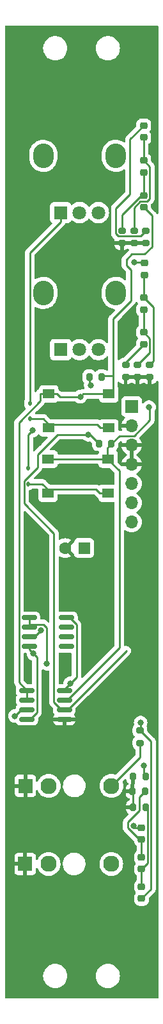
<source format=gbr>
%TF.GenerationSoftware,KiCad,Pcbnew,(7.0.0)*%
%TF.CreationDate,2023-03-26T16:47:36-07:00*%
%TF.ProjectId,followbuttons,666f6c6c-6f77-4627-9574-746f6e732e6b,rev?*%
%TF.SameCoordinates,Original*%
%TF.FileFunction,Copper,L1,Top*%
%TF.FilePolarity,Positive*%
%FSLAX46Y46*%
G04 Gerber Fmt 4.6, Leading zero omitted, Abs format (unit mm)*
G04 Created by KiCad (PCBNEW (7.0.0)) date 2023-03-26 16:47:36*
%MOMM*%
%LPD*%
G01*
G04 APERTURE LIST*
G04 Aperture macros list*
%AMRoundRect*
0 Rectangle with rounded corners*
0 $1 Rounding radius*
0 $2 $3 $4 $5 $6 $7 $8 $9 X,Y pos of 4 corners*
0 Add a 4 corners polygon primitive as box body*
4,1,4,$2,$3,$4,$5,$6,$7,$8,$9,$2,$3,0*
0 Add four circle primitives for the rounded corners*
1,1,$1+$1,$2,$3*
1,1,$1+$1,$4,$5*
1,1,$1+$1,$6,$7*
1,1,$1+$1,$8,$9*
0 Add four rect primitives between the rounded corners*
20,1,$1+$1,$2,$3,$4,$5,0*
20,1,$1+$1,$4,$5,$6,$7,0*
20,1,$1+$1,$6,$7,$8,$9,0*
20,1,$1+$1,$8,$9,$2,$3,0*%
G04 Aperture macros list end*
%TA.AperFunction,ComponentPad*%
%ADD10R,1.700000X1.700000*%
%TD*%
%TA.AperFunction,ComponentPad*%
%ADD11O,1.700000X1.700000*%
%TD*%
%TA.AperFunction,SMDPad,CuDef*%
%ADD12RoundRect,0.200000X-0.200000X-0.275000X0.200000X-0.275000X0.200000X0.275000X-0.200000X0.275000X0*%
%TD*%
%TA.AperFunction,SMDPad,CuDef*%
%ADD13RoundRect,0.218750X-0.256250X0.218750X-0.256250X-0.218750X0.256250X-0.218750X0.256250X0.218750X0*%
%TD*%
%TA.AperFunction,SMDPad,CuDef*%
%ADD14R,1.550000X1.300000*%
%TD*%
%TA.AperFunction,SMDPad,CuDef*%
%ADD15RoundRect,0.150000X-0.825000X-0.150000X0.825000X-0.150000X0.825000X0.150000X-0.825000X0.150000X0*%
%TD*%
%TA.AperFunction,ComponentPad*%
%ADD16R,1.830000X1.930000*%
%TD*%
%TA.AperFunction,ComponentPad*%
%ADD17C,2.130000*%
%TD*%
%TA.AperFunction,SMDPad,CuDef*%
%ADD18RoundRect,0.200000X0.275000X-0.200000X0.275000X0.200000X-0.275000X0.200000X-0.275000X-0.200000X0*%
%TD*%
%TA.AperFunction,SMDPad,CuDef*%
%ADD19RoundRect,0.112500X0.112500X-0.187500X0.112500X0.187500X-0.112500X0.187500X-0.112500X-0.187500X0*%
%TD*%
%TA.AperFunction,ComponentPad*%
%ADD20O,2.720000X3.240000*%
%TD*%
%TA.AperFunction,ComponentPad*%
%ADD21R,1.800000X1.800000*%
%TD*%
%TA.AperFunction,ComponentPad*%
%ADD22C,1.800000*%
%TD*%
%TA.AperFunction,SMDPad,CuDef*%
%ADD23RoundRect,0.200000X0.200000X0.275000X-0.200000X0.275000X-0.200000X-0.275000X0.200000X-0.275000X0*%
%TD*%
%TA.AperFunction,SMDPad,CuDef*%
%ADD24RoundRect,0.112500X-0.112500X0.187500X-0.112500X-0.187500X0.112500X-0.187500X0.112500X0.187500X0*%
%TD*%
%TA.AperFunction,SMDPad,CuDef*%
%ADD25RoundRect,0.200000X-0.275000X0.200000X-0.275000X-0.200000X0.275000X-0.200000X0.275000X0.200000X0*%
%TD*%
%TA.AperFunction,ComponentPad*%
%ADD26R,1.600000X1.600000*%
%TD*%
%TA.AperFunction,ComponentPad*%
%ADD27C,1.600000*%
%TD*%
%TA.AperFunction,ViaPad*%
%ADD28C,0.800000*%
%TD*%
%TA.AperFunction,Conductor*%
%ADD29C,0.250000*%
%TD*%
G04 APERTURE END LIST*
D10*
%TO.P,J1,1,-12v_R*%
%TO.N,-12V*%
X36799999Y-70319999D03*
D11*
%TO.P,J1,2,-12v_L*%
%TO.N,GND*%
X36799999Y-72859999D03*
%TO.P,J1,3,GND*%
X36799999Y-75399999D03*
%TO.P,J1,4,GND*%
X36799999Y-77939999D03*
%TO.P,J1,5,GND_R3*%
%TO.N,+12V*%
X36799999Y-80479999D03*
%TO.P,J1,6,GND_L3*%
%TO.N,unconnected-(J1-GND_L3-Pad6)*%
X36799999Y-83019999D03*
%TO.P,J1,7*%
%TO.N,N/C*%
X36799999Y-85559999D03*
%TD*%
D12*
%TO.P,R12,1*%
%TO.N,GND*%
X36975000Y-123200000D03*
%TO.P,R12,2*%
%TO.N,Net-(D10-A)*%
X38625000Y-123200000D03*
%TD*%
D13*
%TO.P,D9,2,A*%
%TO.N,Net-(D9-A)*%
X38100000Y-135287500D03*
%TO.P,D9,1,K*%
%TO.N,Net-(D10-A)*%
X38100000Y-133712500D03*
%TD*%
D14*
%TO.P,SW1,1,A*%
%TO.N,Net-(D3-A)*%
X25819999Y-68627499D03*
X33779999Y-68627499D03*
%TO.P,SW1,2,B*%
%TO.N,Net-(D1-A)*%
X25819999Y-73127499D03*
X33779999Y-73127499D03*
%TD*%
D15*
%TO.P,U2,1*%
%TO.N,Net-(D9-A)*%
X23225000Y-98195000D03*
%TO.P,U2,2,-*%
X23225000Y-99465000D03*
%TO.P,U2,3,+*%
%TO.N,Net-(U2A-+)*%
X23225000Y-100735000D03*
%TO.P,U2,4,V-*%
%TO.N,-12V*%
X23225000Y-102005000D03*
%TO.P,U2,5,+*%
%TO.N,unconnected-(U2B-+-Pad5)*%
X28175000Y-102005000D03*
%TO.P,U2,6,-*%
%TO.N,unconnected-(U2B---Pad6)*%
X28175000Y-100735000D03*
%TO.P,U2,7*%
%TO.N,unconnected-(U2-Pad7)*%
X28175000Y-99465000D03*
%TO.P,U2,8,V+*%
%TO.N,+12V*%
X28175000Y-98195000D03*
%TD*%
D16*
%TO.P,J3,S*%
%TO.N,GND*%
X22719999Y-120399999D03*
D17*
%TO.P,J3,T*%
%TO.N,Net-(J3-PadT)*%
X34120000Y-120400000D03*
%TO.P,J3,TN*%
%TO.N,unconnected-(J3-PadTN)*%
X25820000Y-120400000D03*
%TD*%
D15*
%TO.P,U1,1*%
%TO.N,Net-(D3-A)*%
X22925000Y-107795000D03*
%TO.P,U1,2,-*%
X22925000Y-109065000D03*
%TO.P,U1,3,+*%
%TO.N,Net-(U1A-+)*%
X22925000Y-110335000D03*
%TO.P,U1,4,V-*%
%TO.N,-12V*%
X22925000Y-111605000D03*
%TO.P,U1,5,+*%
%TO.N,GND*%
X27875000Y-111605000D03*
%TO.P,U1,6,-*%
%TO.N,Net-(U1B--)*%
X27875000Y-110335000D03*
%TO.P,U1,7*%
%TO.N,Net-(D6-K)*%
X27875000Y-109065000D03*
%TO.P,U1,8,V+*%
%TO.N,+12V*%
X27875000Y-107795000D03*
%TD*%
D13*
%TO.P,D5,1,K*%
%TO.N,Net-(D5-K)*%
X38400000Y-33212500D03*
%TO.P,D5,2,A*%
%TO.N,Net-(D4-K)*%
X38400000Y-34787500D03*
%TD*%
D18*
%TO.P,R6,1*%
%TO.N,GND*%
X38700000Y-48725000D03*
%TO.P,R6,2*%
%TO.N,Net-(D5-K)*%
X38700000Y-47075000D03*
%TD*%
D19*
%TO.P,D2,1,K*%
%TO.N,Net-(D2-K)*%
X23100000Y-80527500D03*
%TO.P,D2,2,A*%
%TO.N,Net-(D2-A)*%
X23100000Y-78427500D03*
%TD*%
D12*
%TO.P,R11,1*%
%TO.N,GND*%
X36900000Y-121100000D03*
%TO.P,R11,2*%
%TO.N,Net-(D10-K)*%
X38550000Y-121100000D03*
%TD*%
%TO.P,R1,1*%
%TO.N,Net-(U1B--)*%
X32475000Y-75200000D03*
%TO.P,R1,2*%
%TO.N,Net-(D6-K)*%
X34125000Y-75200000D03*
%TD*%
D14*
%TO.P,SW2,1,A*%
%TO.N,Net-(D6-K)*%
X25719999Y-77249999D03*
X33679999Y-77249999D03*
%TO.P,SW2,2,B*%
%TO.N,Net-(D2-K)*%
X25719999Y-81749999D03*
X33679999Y-81749999D03*
%TD*%
D20*
%TO.P,RV2,*%
%TO.N,*%
X25099999Y-55299999D03*
X34699999Y-55299999D03*
D21*
%TO.P,RV2,1,1*%
%TO.N,Net-(U2A-+)*%
X27399999Y-62799999D03*
D22*
%TO.P,RV2,2,2*%
%TO.N,Net-(D2-A)*%
X29900000Y-62800000D03*
%TO.P,RV2,3,3*%
X32400000Y-62800000D03*
%TD*%
D13*
%TO.P,D3,1,K*%
%TO.N,Net-(D3-K)*%
X38400000Y-42412500D03*
%TO.P,D3,2,A*%
%TO.N,Net-(D3-A)*%
X38400000Y-43987500D03*
%TD*%
D18*
%TO.P,R8,1*%
%TO.N,GND*%
X37600000Y-66425000D03*
%TO.P,R8,2*%
%TO.N,Net-(D7-A)*%
X37600000Y-64775000D03*
%TD*%
%TO.P,R7,1*%
%TO.N,GND*%
X36000000Y-66425000D03*
%TO.P,R7,2*%
%TO.N,Net-(D8-A)*%
X36000000Y-64775000D03*
%TD*%
%TO.P,R9,1*%
%TO.N,GND*%
X39200000Y-66425000D03*
%TO.P,R9,2*%
%TO.N,Net-(D6-A)*%
X39200000Y-64775000D03*
%TD*%
D16*
%TO.P,J2,S*%
%TO.N,GND*%
X22699999Y-130699999D03*
D17*
%TO.P,J2,T*%
%TO.N,Net-(U1A-+)*%
X34100000Y-130700000D03*
%TO.P,J2,TN*%
%TO.N,unconnected-(J2-PadTN)*%
X25800000Y-130700000D03*
%TD*%
D13*
%TO.P,D7,1,K*%
%TO.N,Net-(D6-A)*%
X38390000Y-55932500D03*
%TO.P,D7,2,A*%
%TO.N,Net-(D7-A)*%
X38390000Y-57507500D03*
%TD*%
%TO.P,D10,1,K*%
%TO.N,Net-(D10-K)*%
X38100000Y-129812500D03*
%TO.P,D10,2,A*%
%TO.N,Net-(D10-A)*%
X38100000Y-131387500D03*
%TD*%
%TO.P,D6,1,K*%
%TO.N,Net-(D6-K)*%
X38500000Y-51352500D03*
%TO.P,D6,2,A*%
%TO.N,Net-(D6-A)*%
X38500000Y-52927500D03*
%TD*%
D18*
%TO.P,R4,1*%
%TO.N,GND*%
X35500000Y-48725000D03*
%TO.P,R4,2*%
%TO.N,Net-(D3-K)*%
X35500000Y-47075000D03*
%TD*%
D13*
%TO.P,D8,1,K*%
%TO.N,Net-(D7-A)*%
X38400000Y-60512500D03*
%TO.P,D8,2,A*%
%TO.N,Net-(D8-A)*%
X38400000Y-62087500D03*
%TD*%
D23*
%TO.P,R2,1*%
%TO.N,Net-(D3-A)*%
X32825000Y-66400000D03*
%TO.P,R2,2*%
%TO.N,Net-(U1B--)*%
X31175000Y-66400000D03*
%TD*%
D13*
%TO.P,D11,1,K*%
%TO.N,Net-(D11-K)*%
X38100000Y-125912500D03*
%TO.P,D11,2,A*%
%TO.N,Net-(D10-K)*%
X38100000Y-127487500D03*
%TD*%
D24*
%TO.P,D1,1,K*%
%TO.N,Net-(D1-K)*%
X23300000Y-69850000D03*
%TO.P,D1,2,A*%
%TO.N,Net-(D1-A)*%
X23300000Y-71950000D03*
%TD*%
D25*
%TO.P,R3,1*%
%TO.N,Net-(D9-A)*%
X37900000Y-113075000D03*
%TO.P,R3,2*%
%TO.N,Net-(J3-PadT)*%
X37900000Y-114725000D03*
%TD*%
D13*
%TO.P,D4,1,K*%
%TO.N,Net-(D4-K)*%
X38400000Y-37812500D03*
%TO.P,D4,2,A*%
%TO.N,Net-(D3-K)*%
X38400000Y-39387500D03*
%TD*%
D18*
%TO.P,R5,1*%
%TO.N,GND*%
X37100000Y-48725000D03*
%TO.P,R5,2*%
%TO.N,Net-(D4-K)*%
X37100000Y-47075000D03*
%TD*%
D12*
%TO.P,R10,1*%
%TO.N,GND*%
X36975000Y-119200000D03*
%TO.P,R10,2*%
%TO.N,Net-(D11-K)*%
X38625000Y-119200000D03*
%TD*%
D20*
%TO.P,RV1,*%
%TO.N,*%
X25099999Y-37199999D03*
X34699999Y-37199999D03*
D21*
%TO.P,RV1,1,1*%
%TO.N,Net-(D1-K)*%
X27399999Y-44699999D03*
D22*
%TO.P,RV1,2,2*%
%TO.N,Net-(U2A-+)*%
X29900000Y-44700000D03*
%TO.P,RV1,3,3*%
X32400000Y-44700000D03*
%TD*%
D26*
%TO.P,C1,1*%
%TO.N,Net-(U2A-+)*%
X30505099Y-88999999D03*
D27*
%TO.P,C1,2*%
%TO.N,GND*%
X28005100Y-89000000D03*
%TD*%
D28*
%TO.N,GND*%
X35700000Y-60300000D03*
X28600000Y-75200000D03*
X24500000Y-75100000D03*
X27600000Y-105800000D03*
X23000000Y-105000000D03*
X23200000Y-96400000D03*
X29700000Y-79300000D03*
X27500000Y-67900000D03*
%TO.N,Net-(D6-K)*%
X37109500Y-51300000D03*
X39100000Y-70400000D03*
%TO.N,Net-(D11-K)*%
X37023200Y-125688000D03*
X38400000Y-117700000D03*
%TO.N,Net-(D9-A)*%
X25545500Y-104271000D03*
X37990300Y-112059000D03*
%TO.N,Net-(D3-A)*%
X30004200Y-69010000D03*
%TO.N,Net-(U1B--)*%
X31043400Y-74030800D03*
X31378800Y-67485300D03*
%TO.N,Net-(U1A-+)*%
X21335800Y-111174000D03*
%TO.N,+12V*%
X28642100Y-106872000D03*
%TO.N,-12V*%
X23802500Y-102942000D03*
%TO.N,Net-(D2-A)*%
X23664300Y-73481100D03*
%TO.N,Net-(U2A-+)*%
X24820300Y-99845900D03*
%TD*%
D29*
%TO.N,Net-(D11-K)*%
X38400000Y-118975000D02*
X38625000Y-119200000D01*
X38400000Y-117700000D02*
X38400000Y-118975000D01*
%TO.N,GND*%
X36975000Y-119200000D02*
X36975000Y-123200000D01*
%TO.N,Net-(D6-A)*%
X39660400Y-57202900D02*
X39660400Y-64314600D01*
%TO.N,Net-(D3-A)*%
X39501000Y-45088500D02*
X38400000Y-43987500D01*
X39501000Y-49187600D02*
X39501000Y-45088500D01*
X38488600Y-50200000D02*
X39501000Y-49187600D01*
X36100000Y-50900000D02*
X36800000Y-50200000D01*
X36700000Y-52257902D02*
X36100000Y-51657902D01*
X36100000Y-51657902D02*
X36100000Y-50900000D01*
X36800000Y-50200000D02*
X38488600Y-50200000D01*
X36700000Y-56377100D02*
X36700000Y-52257902D01*
X34330100Y-66213700D02*
X34330100Y-58747000D01*
X34330100Y-58747000D02*
X36700000Y-56377100D01*
%TO.N,Net-(D6-K)*%
X37109500Y-51300000D02*
X38447500Y-51300000D01*
X38447500Y-51300000D02*
X38500000Y-51352500D01*
X39200000Y-70400000D02*
X39100000Y-70400000D01*
X39200000Y-72121701D02*
X39200000Y-70400000D01*
X37000000Y-74168000D02*
X37153701Y-74168000D01*
X37153701Y-74168000D02*
X39200000Y-72121701D01*
X35157000Y-74168000D02*
X37000000Y-74168000D01*
X37000000Y-74168000D02*
X37159700Y-74168000D01*
%TO.N,Net-(D11-K)*%
X38100000Y-125912000D02*
X38099500Y-125912000D01*
X37247900Y-125912000D02*
X37023200Y-125688000D01*
X38099500Y-125912000D02*
X37247900Y-125912000D01*
X38099500Y-125912000D02*
X38100000Y-125912500D01*
%TO.N,Net-(D10-K)*%
X37797500Y-127488000D02*
X38099500Y-127488000D01*
X36266000Y-125956000D02*
X37797500Y-127488000D01*
X36266000Y-125193000D02*
X36266000Y-125956000D01*
X37800000Y-123659000D02*
X36266000Y-125193000D01*
X37800000Y-121850000D02*
X37800000Y-123659000D01*
X38550000Y-121100000D02*
X37800000Y-121850000D01*
X38099500Y-127488000D02*
X38100000Y-127487500D01*
X38100000Y-127488000D02*
X38100000Y-129812000D01*
X38099500Y-127488000D02*
X38100000Y-127488000D01*
X38100000Y-129812000D02*
X38100000Y-129812500D01*
%TO.N,Net-(D9-A)*%
X25545500Y-99529000D02*
X25545500Y-104271000D01*
X25084600Y-99068100D02*
X25545500Y-99529000D01*
X23225000Y-99068100D02*
X25084600Y-99068100D01*
X37990300Y-112985000D02*
X37900000Y-113075000D01*
X37990300Y-112059000D02*
X37990300Y-112985000D01*
X23225000Y-99465000D02*
X23225000Y-99068100D01*
X23225000Y-99068100D02*
X23225000Y-98195000D01*
X38100000Y-135287500D02*
X38100200Y-135287700D01*
X39364100Y-134023000D02*
X38100200Y-135287700D01*
X39364100Y-114539000D02*
X39364100Y-134023000D01*
X37900000Y-113075000D02*
X39364100Y-114539000D01*
X38100200Y-135287700D02*
X38100000Y-135288000D01*
%TO.N,Net-(D10-A)*%
X38100000Y-133712000D02*
X38100000Y-133712500D01*
X38100000Y-131388000D02*
X38503800Y-130984000D01*
X38100000Y-133712000D02*
X38100000Y-131388000D01*
X38503500Y-130984000D02*
X38100000Y-131387500D01*
X38503800Y-130984000D02*
X38503500Y-130984000D01*
X38907500Y-123482000D02*
X38625000Y-123200000D01*
X38907500Y-130580000D02*
X38907500Y-123482000D01*
X38503800Y-130984000D02*
X38907500Y-130580000D01*
%TO.N,Net-(D8-A)*%
X36000000Y-64487500D02*
X36000000Y-64775000D01*
X38400000Y-62087500D02*
X36000000Y-64487500D01*
%TO.N,Net-(D7-A)*%
X38390000Y-60502500D02*
X38400000Y-60512500D01*
X38390000Y-57507500D02*
X38390000Y-60502500D01*
X39201000Y-61313500D02*
X38400000Y-60512500D01*
X39201000Y-63174000D02*
X39201000Y-61313500D01*
X37600000Y-64775000D02*
X39201000Y-63174000D01*
%TO.N,Net-(D6-A)*%
X38390000Y-53037500D02*
X38390000Y-55932500D01*
X38500000Y-52927500D02*
X38390000Y-53037500D01*
X39660400Y-64314600D02*
X39200000Y-64775000D01*
X38390000Y-55932500D02*
X39660400Y-57202900D01*
%TO.N,Net-(D6-K)*%
X28273600Y-109065000D02*
X35175900Y-102163000D01*
X27875000Y-109065000D02*
X28273600Y-109065000D01*
X33546100Y-77250000D02*
X25720000Y-77250000D01*
X33546100Y-75778900D02*
X34125000Y-75200000D01*
X33546100Y-77250000D02*
X33546100Y-75778900D01*
X34125000Y-75200000D02*
X35157000Y-74168000D01*
X33680000Y-77250000D02*
X33613100Y-77250000D01*
X33613100Y-77250000D02*
X33546100Y-77250000D01*
X35175900Y-78812800D02*
X35175900Y-102163000D01*
X33613100Y-77250000D02*
X35175900Y-78812800D01*
%TO.N,Net-(D5-K)*%
X37948500Y-47826500D02*
X38700000Y-47075000D01*
X35029800Y-47826500D02*
X37948500Y-47826500D01*
X34679500Y-47476200D02*
X35029800Y-47826500D01*
X34679500Y-44153200D02*
X34679500Y-47476200D01*
X36579000Y-42253700D02*
X34679500Y-44153200D01*
X36579000Y-35033500D02*
X36579000Y-42253700D01*
X38400000Y-33212500D02*
X36579000Y-35033500D01*
%TO.N,Net-(D4-K)*%
X38400000Y-34787500D02*
X38400000Y-37812500D01*
X37100000Y-44023200D02*
X37100000Y-47075000D01*
X37923200Y-43200000D02*
X37100000Y-44023200D01*
X38867200Y-43200000D02*
X37923200Y-43200000D01*
X39201000Y-42866200D02*
X38867200Y-43200000D01*
X39201000Y-38613500D02*
X39201000Y-42866200D01*
X38400000Y-37812500D02*
X39201000Y-38613500D01*
%TO.N,Net-(D3-A)*%
X27302600Y-69010000D02*
X30004200Y-69010000D01*
X26920100Y-68627500D02*
X27302600Y-69010000D01*
X25820000Y-68627500D02*
X26920100Y-68627500D01*
X21877400Y-106747000D02*
X22925000Y-107795000D01*
X21877400Y-72408600D02*
X21877400Y-106747000D01*
X24719900Y-69566100D02*
X21877400Y-72408600D01*
X24719900Y-68627500D02*
X24719900Y-69566100D01*
X25820000Y-68627500D02*
X24719900Y-68627500D01*
X22925000Y-107795000D02*
X22925000Y-109065000D01*
X30386700Y-68627500D02*
X30004200Y-69010000D01*
X33780000Y-68627500D02*
X30386700Y-68627500D01*
X34330100Y-68627500D02*
X34330100Y-66213700D01*
X33780000Y-68627500D02*
X34330100Y-68627500D01*
X33011300Y-66213700D02*
X32825000Y-66400000D01*
X34330100Y-66213700D02*
X33011300Y-66213700D01*
%TO.N,Net-(D3-K)*%
X38400000Y-39387500D02*
X38400000Y-42412500D01*
X35500000Y-44976100D02*
X35500000Y-47075000D01*
X38063600Y-42412500D02*
X35500000Y-44976100D01*
X38400000Y-42412500D02*
X38063600Y-42412500D01*
%TO.N,Net-(U1B--)*%
X28306600Y-110335000D02*
X36100000Y-102542000D01*
X27875000Y-110335000D02*
X28306600Y-110335000D01*
X26986700Y-74030800D02*
X31043400Y-74030800D01*
X24360200Y-76657300D02*
X26986700Y-74030800D01*
X24360200Y-78314900D02*
X24360200Y-76657300D01*
X22539800Y-80135300D02*
X24360200Y-78314900D01*
X22539800Y-83086500D02*
X22539800Y-80135300D01*
X26514700Y-87061400D02*
X22539800Y-83086500D01*
X26514700Y-109364700D02*
X26514700Y-87061400D01*
X27485000Y-110335000D02*
X26514700Y-109364700D01*
X27875000Y-110335000D02*
X27485000Y-110335000D01*
X31305800Y-74030800D02*
X32475000Y-75200000D01*
X31043400Y-74030800D02*
X31305800Y-74030800D01*
X31175000Y-67281500D02*
X31175000Y-66400000D01*
X31378800Y-67485300D02*
X31175000Y-67281500D01*
%TO.N,Net-(J3-PadT)*%
X37900000Y-116620000D02*
X37900000Y-114725000D01*
X34120000Y-120400000D02*
X37900000Y-116620000D01*
%TO.N,Net-(U1A-+)*%
X22174800Y-110335000D02*
X22925000Y-110335000D01*
X21335800Y-111174000D02*
X22174800Y-110335000D01*
%TO.N,+12V*%
X27875000Y-107639000D02*
X28642100Y-106872000D01*
X27875000Y-107795000D02*
X27875000Y-107639000D01*
X28571000Y-98195000D02*
X28175000Y-98195000D01*
X29483200Y-99107200D02*
X28571000Y-98195000D01*
X29483200Y-106031000D02*
X29483200Y-99107200D01*
X28642100Y-106872000D02*
X29483200Y-106031000D01*
%TO.N,-12V*%
X23225000Y-102364000D02*
X23225000Y-102005000D01*
X23802500Y-102942000D02*
X23225000Y-102364000D01*
X24247800Y-103387000D02*
X23802500Y-102942000D01*
X24247800Y-110689000D02*
X24247800Y-103387000D01*
X23331800Y-111605000D02*
X24247800Y-110689000D01*
X22925000Y-111605000D02*
X23331800Y-111605000D01*
%TO.N,Net-(D2-A)*%
X23100000Y-74045400D02*
X23100000Y-78427500D01*
X23664300Y-73481100D02*
X23100000Y-74045400D01*
%TO.N,Net-(D2-K)*%
X25720000Y-81750000D02*
X25720000Y-81262400D01*
X32092300Y-81262400D02*
X25720000Y-81262400D01*
X32579900Y-81750000D02*
X32092300Y-81262400D01*
X33680000Y-81750000D02*
X32579900Y-81750000D01*
X24985100Y-80527500D02*
X25720000Y-81262400D01*
X23100000Y-80527500D02*
X24985100Y-80527500D01*
%TO.N,Net-(D1-A)*%
X25820000Y-73127500D02*
X25820000Y-72639900D01*
X32192300Y-72639900D02*
X25820000Y-72639900D01*
X32679900Y-73127500D02*
X32192300Y-72639900D01*
X33780000Y-73127500D02*
X32679900Y-73127500D01*
X25130100Y-71950000D02*
X25820000Y-72639900D01*
X23300000Y-71950000D02*
X25130100Y-71950000D01*
%TO.N,Net-(D1-K)*%
X23300000Y-50025100D02*
X23300000Y-69850000D01*
X27400000Y-45925100D02*
X23300000Y-50025100D01*
X27400000Y-44700000D02*
X27400000Y-45925100D01*
%TO.N,Net-(U2A-+)*%
X23931200Y-100735000D02*
X23225000Y-100735000D01*
X24820300Y-99845900D02*
X23931200Y-100735000D01*
%TD*%
%TA.AperFunction,Conductor*%
%TO.N,GND*%
G36*
X40257500Y-20017113D02*
G01*
X40302887Y-20062500D01*
X40319500Y-20124500D01*
X40319500Y-44796132D01*
X40301431Y-44860589D01*
X40252488Y-44906261D01*
X40186937Y-44919836D01*
X40123882Y-44897359D01*
X40081747Y-44845439D01*
X40079618Y-44838110D01*
X40075647Y-44831396D01*
X40075645Y-44831391D01*
X40069421Y-44820868D01*
X40060858Y-44803390D01*
X40053486Y-44784768D01*
X40048902Y-44778459D01*
X40048899Y-44778453D01*
X40027817Y-44749437D01*
X40021401Y-44739670D01*
X40003143Y-44708796D01*
X40003140Y-44708792D01*
X39999170Y-44702079D01*
X39985005Y-44687914D01*
X39972368Y-44673118D01*
X39965184Y-44663229D01*
X39965178Y-44663223D01*
X39960594Y-44656913D01*
X39926946Y-44629077D01*
X39918305Y-44621214D01*
X39411819Y-44114728D01*
X39384939Y-44074500D01*
X39375500Y-44027047D01*
X39375500Y-43723975D01*
X39375500Y-43720826D01*
X39368090Y-43648303D01*
X39374622Y-43594139D01*
X39403766Y-43548022D01*
X39588312Y-43363476D01*
X39596480Y-43356044D01*
X39602877Y-43351986D01*
X39648904Y-43302971D01*
X39651551Y-43300238D01*
X39671120Y-43280671D01*
X39673585Y-43277492D01*
X39681167Y-43268616D01*
X39711062Y-43236782D01*
X39720713Y-43219223D01*
X39731390Y-43202970D01*
X39743673Y-43187136D01*
X39761018Y-43147052D01*
X39766151Y-43136571D01*
X39787197Y-43098292D01*
X39792179Y-43078884D01*
X39798482Y-43060476D01*
X39806437Y-43042096D01*
X39813271Y-42998944D01*
X39815633Y-42987538D01*
X39826500Y-42945219D01*
X39826500Y-42925183D01*
X39828027Y-42905785D01*
X39829939Y-42893712D01*
X39831160Y-42886004D01*
X39827049Y-42842528D01*
X39826500Y-42830858D01*
X39826500Y-38691272D01*
X39827020Y-38680219D01*
X39828672Y-38672833D01*
X39826561Y-38605645D01*
X39826500Y-38601751D01*
X39826500Y-38578045D01*
X39826500Y-38574150D01*
X39825998Y-38570181D01*
X39825080Y-38558524D01*
X39823954Y-38522673D01*
X39823709Y-38514873D01*
X39818120Y-38495640D01*
X39814174Y-38476583D01*
X39812641Y-38464444D01*
X39811664Y-38456708D01*
X39795582Y-38416091D01*
X39791803Y-38405051D01*
X39781795Y-38370602D01*
X39781793Y-38370599D01*
X39779618Y-38363110D01*
X39769417Y-38345860D01*
X39760863Y-38328401D01*
X39753486Y-38309768D01*
X39727808Y-38274425D01*
X39721401Y-38264671D01*
X39703142Y-38233796D01*
X39703141Y-38233794D01*
X39699170Y-38227080D01*
X39685004Y-38212914D01*
X39672370Y-38198122D01*
X39660594Y-38181913D01*
X39654583Y-38176940D01*
X39654581Y-38176938D01*
X39626941Y-38154073D01*
X39618300Y-38146210D01*
X39411819Y-37939729D01*
X39384939Y-37899501D01*
X39375500Y-37852048D01*
X39375500Y-37548975D01*
X39375500Y-37545826D01*
X39365436Y-37447315D01*
X39312549Y-37287713D01*
X39224281Y-37144609D01*
X39105391Y-37025719D01*
X39099246Y-37021928D01*
X39099244Y-37021927D01*
X39084404Y-37012774D01*
X39041223Y-36967667D01*
X39025500Y-36907235D01*
X39025500Y-35692765D01*
X39041223Y-35632333D01*
X39084404Y-35587226D01*
X39105391Y-35574281D01*
X39224281Y-35455391D01*
X39312549Y-35312287D01*
X39365436Y-35152685D01*
X39375500Y-35054174D01*
X39375500Y-34520826D01*
X39365436Y-34422315D01*
X39312549Y-34262713D01*
X39224281Y-34119609D01*
X39192353Y-34087681D01*
X39160259Y-34032094D01*
X39160259Y-33967906D01*
X39192353Y-33912319D01*
X39192352Y-33912319D01*
X39224281Y-33880391D01*
X39312549Y-33737287D01*
X39365436Y-33577685D01*
X39375500Y-33479174D01*
X39375500Y-32945826D01*
X39365436Y-32847315D01*
X39312549Y-32687713D01*
X39224281Y-32544609D01*
X39105391Y-32425719D01*
X39099241Y-32421925D01*
X39099239Y-32421924D01*
X38968435Y-32341243D01*
X38968434Y-32341242D01*
X38962287Y-32337451D01*
X38802685Y-32284564D01*
X38795952Y-32283876D01*
X38795947Y-32283875D01*
X38707305Y-32274819D01*
X38707288Y-32274818D01*
X38704174Y-32274500D01*
X38095826Y-32274500D01*
X38092712Y-32274818D01*
X38092694Y-32274819D01*
X38004052Y-32283875D01*
X38004045Y-32283876D01*
X37997315Y-32284564D01*
X37990889Y-32286693D01*
X37990886Y-32286694D01*
X37844568Y-32335179D01*
X37844564Y-32335180D01*
X37837713Y-32337451D01*
X37831569Y-32341240D01*
X37831564Y-32341243D01*
X37700760Y-32421924D01*
X37700754Y-32421928D01*
X37694609Y-32425719D01*
X37689502Y-32430825D01*
X37689498Y-32430829D01*
X37580829Y-32539498D01*
X37580825Y-32539502D01*
X37575719Y-32544609D01*
X37571928Y-32550754D01*
X37571924Y-32550760D01*
X37491243Y-32681564D01*
X37491240Y-32681569D01*
X37487451Y-32687713D01*
X37434564Y-32847315D01*
X37433876Y-32854045D01*
X37433875Y-32854052D01*
X37424819Y-32942694D01*
X37424818Y-32942712D01*
X37424500Y-32945826D01*
X37424500Y-32948975D01*
X37424500Y-33252048D01*
X37415061Y-33299501D01*
X37388181Y-33339729D01*
X36191696Y-34536211D01*
X36183511Y-34543659D01*
X36177123Y-34547714D01*
X36171788Y-34553394D01*
X36171783Y-34553399D01*
X36131096Y-34596725D01*
X36128392Y-34599516D01*
X36111628Y-34616280D01*
X36111621Y-34616287D01*
X36108880Y-34619029D01*
X36106500Y-34622096D01*
X36106489Y-34622109D01*
X36106400Y-34622225D01*
X36098842Y-34631070D01*
X36074280Y-34657227D01*
X36074273Y-34657236D01*
X36068938Y-34662918D01*
X36065182Y-34669749D01*
X36065179Y-34669754D01*
X36059285Y-34680475D01*
X36048609Y-34696727D01*
X36041109Y-34706396D01*
X36041101Y-34706407D01*
X36036327Y-34712564D01*
X36033234Y-34719708D01*
X36033229Y-34719719D01*
X36018974Y-34752660D01*
X36013838Y-34763143D01*
X35992803Y-34801408D01*
X35990864Y-34808956D01*
X35990863Y-34808961D01*
X35987822Y-34820807D01*
X35981521Y-34839211D01*
X35976658Y-34850448D01*
X35976656Y-34850452D01*
X35973562Y-34857604D01*
X35972342Y-34865303D01*
X35972342Y-34865305D01*
X35966729Y-34900741D01*
X35964361Y-34912176D01*
X35955438Y-34946928D01*
X35955436Y-34946936D01*
X35953500Y-34954481D01*
X35953500Y-34962277D01*
X35953500Y-34974517D01*
X35951974Y-34993902D01*
X35948840Y-35013696D01*
X35949574Y-35021461D01*
X35949574Y-35021464D01*
X35952950Y-35057176D01*
X35953500Y-35068845D01*
X35953500Y-35307998D01*
X35935346Y-35372595D01*
X35886198Y-35418276D01*
X35820449Y-35431667D01*
X35757350Y-35408846D01*
X35675491Y-35350281D01*
X35675488Y-35350279D01*
X35671802Y-35347642D01*
X35643236Y-35332955D01*
X35433632Y-35225189D01*
X35433625Y-35225186D01*
X35429597Y-35223115D01*
X35425312Y-35221653D01*
X35425307Y-35221651D01*
X35176124Y-35136642D01*
X35176122Y-35136641D01*
X35171841Y-35135181D01*
X35149679Y-35131087D01*
X34908489Y-35086537D01*
X34908478Y-35086535D01*
X34904029Y-35085714D01*
X34899500Y-35085548D01*
X34899496Y-35085548D01*
X34636397Y-35075933D01*
X34636390Y-35075933D01*
X34631869Y-35075768D01*
X34627372Y-35076262D01*
X34627366Y-35076263D01*
X34365672Y-35105057D01*
X34365663Y-35105058D01*
X34361161Y-35105554D01*
X34356782Y-35106698D01*
X34356770Y-35106701D01*
X34102049Y-35173294D01*
X34102046Y-35173295D01*
X34097674Y-35174438D01*
X34093524Y-35176201D01*
X34093511Y-35176206D01*
X33851191Y-35279182D01*
X33851183Y-35279185D01*
X33847025Y-35280953D01*
X33843168Y-35283306D01*
X33843158Y-35283312D01*
X33618428Y-35420463D01*
X33618418Y-35420469D01*
X33614556Y-35422827D01*
X33611071Y-35425726D01*
X33611067Y-35425730D01*
X33408706Y-35594136D01*
X33408700Y-35594141D01*
X33405221Y-35597037D01*
X33402203Y-35600404D01*
X33402199Y-35600409D01*
X33226498Y-35796502D01*
X33226492Y-35796508D01*
X33223482Y-35799869D01*
X33220989Y-35803636D01*
X33220986Y-35803641D01*
X33075711Y-36023224D01*
X33075708Y-36023229D01*
X33073212Y-36027002D01*
X33071295Y-36031089D01*
X33071290Y-36031100D01*
X32959533Y-36269499D01*
X32959530Y-36269506D01*
X32957614Y-36273594D01*
X32956314Y-36277912D01*
X32956310Y-36277925D01*
X32880458Y-36530050D01*
X32879153Y-36534389D01*
X32878494Y-36538865D01*
X32878493Y-36538871D01*
X32840158Y-36799354D01*
X32840157Y-36799361D01*
X32839500Y-36803829D01*
X32839500Y-37528000D01*
X32839664Y-37530251D01*
X32839665Y-37530257D01*
X32844817Y-37600645D01*
X32854403Y-37731616D01*
X32855386Y-37736031D01*
X32855388Y-37736041D01*
X32912630Y-37993011D01*
X32912633Y-37993023D01*
X32913618Y-37997442D01*
X32915237Y-38001676D01*
X32915238Y-38001678D01*
X32964508Y-38130500D01*
X33010907Y-38251814D01*
X33013125Y-38255766D01*
X33141978Y-38485359D01*
X33141981Y-38485364D01*
X33144196Y-38489310D01*
X33146964Y-38492895D01*
X33146965Y-38492896D01*
X33158148Y-38507378D01*
X33310645Y-38704868D01*
X33313906Y-38708012D01*
X33503437Y-38890744D01*
X33503442Y-38890748D01*
X33506705Y-38893894D01*
X33728198Y-39052358D01*
X33970403Y-39176885D01*
X34228159Y-39264819D01*
X34495971Y-39314286D01*
X34768131Y-39324232D01*
X35038839Y-39294446D01*
X35302326Y-39225562D01*
X35552975Y-39119047D01*
X35764903Y-38989708D01*
X35827235Y-38971575D01*
X35890188Y-38987420D01*
X35936508Y-39032901D01*
X35953500Y-39095554D01*
X35953500Y-41943248D01*
X35944061Y-41990701D01*
X35917181Y-42030929D01*
X34292196Y-43655911D01*
X34284011Y-43663359D01*
X34277623Y-43667414D01*
X34272288Y-43673094D01*
X34272283Y-43673099D01*
X34231596Y-43716425D01*
X34228892Y-43719216D01*
X34212128Y-43735980D01*
X34212121Y-43735987D01*
X34209380Y-43738729D01*
X34207000Y-43741796D01*
X34206989Y-43741809D01*
X34206900Y-43741925D01*
X34199342Y-43750770D01*
X34174780Y-43776927D01*
X34174773Y-43776936D01*
X34169438Y-43782618D01*
X34165682Y-43789449D01*
X34165679Y-43789454D01*
X34159785Y-43800175D01*
X34149109Y-43816427D01*
X34141609Y-43826096D01*
X34141601Y-43826107D01*
X34136827Y-43832264D01*
X34133734Y-43839408D01*
X34133729Y-43839419D01*
X34119474Y-43872360D01*
X34114338Y-43882843D01*
X34097060Y-43914273D01*
X34093303Y-43921108D01*
X34091364Y-43928656D01*
X34091363Y-43928661D01*
X34088322Y-43940507D01*
X34082021Y-43958911D01*
X34077158Y-43970148D01*
X34077156Y-43970152D01*
X34074062Y-43977304D01*
X34072842Y-43985003D01*
X34072842Y-43985005D01*
X34067229Y-44020441D01*
X34064861Y-44031876D01*
X34055938Y-44066628D01*
X34055936Y-44066636D01*
X34054000Y-44074181D01*
X34054000Y-44081977D01*
X34054000Y-44094217D01*
X34052474Y-44113602D01*
X34049340Y-44133396D01*
X34050074Y-44141161D01*
X34050074Y-44141164D01*
X34053450Y-44176876D01*
X34054000Y-44188545D01*
X34054000Y-47398425D01*
X34053478Y-47409480D01*
X34051827Y-47416867D01*
X34052071Y-47424653D01*
X34052071Y-47424661D01*
X34053939Y-47484073D01*
X34054000Y-47487968D01*
X34054000Y-47515550D01*
X34054488Y-47519419D01*
X34054489Y-47519425D01*
X34054504Y-47519543D01*
X34055418Y-47531166D01*
X34056545Y-47567030D01*
X34056546Y-47567037D01*
X34056791Y-47574827D01*
X34058967Y-47582319D01*
X34058968Y-47582321D01*
X34062379Y-47594062D01*
X34066325Y-47613115D01*
X34068836Y-47632992D01*
X34071706Y-47640242D01*
X34071708Y-47640248D01*
X34084914Y-47673604D01*
X34088697Y-47684651D01*
X34100882Y-47726590D01*
X34104853Y-47733305D01*
X34104854Y-47733307D01*
X34111081Y-47743837D01*
X34119636Y-47761299D01*
X34124142Y-47772680D01*
X34124143Y-47772683D01*
X34127014Y-47779932D01*
X34148940Y-47810112D01*
X34152681Y-47815260D01*
X34159093Y-47825022D01*
X34177356Y-47855902D01*
X34177359Y-47855907D01*
X34181330Y-47862620D01*
X34186845Y-47868135D01*
X34195490Y-47876780D01*
X34208126Y-47891574D01*
X34215319Y-47901475D01*
X34215323Y-47901479D01*
X34219906Y-47907787D01*
X34225916Y-47912759D01*
X34225917Y-47912760D01*
X34253556Y-47935625D01*
X34262196Y-47943487D01*
X34522402Y-48203692D01*
X34555118Y-48261697D01*
X34553107Y-48328262D01*
X34533360Y-48391632D01*
X34530815Y-48404431D01*
X34525661Y-48461143D01*
X34528450Y-48471549D01*
X34541326Y-48475000D01*
X38751500Y-48475000D01*
X38813500Y-48491613D01*
X38858887Y-48537000D01*
X38875500Y-48599000D01*
X38875500Y-48851000D01*
X38858887Y-48913000D01*
X38813500Y-48958387D01*
X38751500Y-48975000D01*
X35766326Y-48975000D01*
X35753450Y-48978450D01*
X35750000Y-48991326D01*
X35750000Y-49608673D01*
X35753450Y-49621548D01*
X35766326Y-49624999D01*
X35828753Y-49624999D01*
X35834386Y-49624743D01*
X35895570Y-49619184D01*
X35908369Y-49616638D01*
X36057232Y-49570251D01*
X36070820Y-49564135D01*
X36203456Y-49483954D01*
X36221080Y-49470147D01*
X36222388Y-49471816D01*
X36267906Y-49445536D01*
X36332094Y-49445536D01*
X36377611Y-49471816D01*
X36378920Y-49470147D01*
X36396543Y-49483954D01*
X36410337Y-49492293D01*
X36452381Y-49534388D01*
X36469978Y-49591221D01*
X36459078Y-49649709D01*
X36422190Y-49696387D01*
X36420288Y-49697862D01*
X36413579Y-49701830D01*
X36408068Y-49707339D01*
X36408061Y-49707346D01*
X36399407Y-49716000D01*
X36384624Y-49728626D01*
X36374727Y-49735817D01*
X36374720Y-49735823D01*
X36368413Y-49740406D01*
X36363446Y-49746408D01*
X36363435Y-49746420D01*
X36340570Y-49774059D01*
X36332710Y-49782697D01*
X35712696Y-50402711D01*
X35704511Y-50410159D01*
X35698123Y-50414214D01*
X35692788Y-50419894D01*
X35692783Y-50419899D01*
X35652096Y-50463225D01*
X35649392Y-50466016D01*
X35632628Y-50482780D01*
X35632621Y-50482787D01*
X35629880Y-50485529D01*
X35627500Y-50488596D01*
X35627489Y-50488609D01*
X35627400Y-50488725D01*
X35619842Y-50497570D01*
X35595280Y-50523727D01*
X35595273Y-50523736D01*
X35589938Y-50529418D01*
X35586182Y-50536249D01*
X35586179Y-50536254D01*
X35580285Y-50546975D01*
X35569609Y-50563227D01*
X35562109Y-50572896D01*
X35562101Y-50572907D01*
X35557327Y-50579064D01*
X35554234Y-50586208D01*
X35554229Y-50586219D01*
X35539974Y-50619160D01*
X35534838Y-50629643D01*
X35513803Y-50667908D01*
X35511864Y-50675456D01*
X35511863Y-50675461D01*
X35508822Y-50687307D01*
X35502521Y-50705711D01*
X35497658Y-50716948D01*
X35497656Y-50716952D01*
X35494562Y-50724104D01*
X35493342Y-50731803D01*
X35493342Y-50731805D01*
X35487729Y-50767241D01*
X35485361Y-50778676D01*
X35476438Y-50813428D01*
X35476436Y-50813436D01*
X35474500Y-50820981D01*
X35474500Y-50828777D01*
X35474500Y-50841017D01*
X35472974Y-50860402D01*
X35469840Y-50880196D01*
X35470574Y-50887961D01*
X35470574Y-50887964D01*
X35473950Y-50923676D01*
X35474500Y-50935345D01*
X35474500Y-51580127D01*
X35473978Y-51591182D01*
X35472327Y-51598569D01*
X35472571Y-51606355D01*
X35472571Y-51606363D01*
X35474439Y-51665775D01*
X35474500Y-51669670D01*
X35474500Y-51697252D01*
X35474988Y-51701121D01*
X35474989Y-51701127D01*
X35475004Y-51701245D01*
X35475918Y-51712868D01*
X35477045Y-51748732D01*
X35477046Y-51748739D01*
X35477291Y-51756529D01*
X35479467Y-51764021D01*
X35479468Y-51764023D01*
X35482879Y-51775764D01*
X35486825Y-51794817D01*
X35489336Y-51814694D01*
X35492206Y-51821944D01*
X35492208Y-51821950D01*
X35505414Y-51855306D01*
X35509197Y-51866353D01*
X35521382Y-51908292D01*
X35525353Y-51915007D01*
X35525354Y-51915009D01*
X35531581Y-51925539D01*
X35540136Y-51943001D01*
X35544642Y-51954382D01*
X35544643Y-51954385D01*
X35547514Y-51961634D01*
X35569440Y-51991814D01*
X35573181Y-51996962D01*
X35579593Y-52006724D01*
X35597856Y-52037604D01*
X35597859Y-52037609D01*
X35601830Y-52044322D01*
X35607345Y-52049837D01*
X35615990Y-52058482D01*
X35628626Y-52073276D01*
X35635819Y-52083177D01*
X35635823Y-52083181D01*
X35640406Y-52089489D01*
X35646415Y-52094460D01*
X35646416Y-52094461D01*
X35674058Y-52117328D01*
X35682699Y-52125191D01*
X36038181Y-52480674D01*
X36065061Y-52520902D01*
X36074500Y-52568355D01*
X36074500Y-53494566D01*
X36056346Y-53559163D01*
X36007198Y-53604844D01*
X35941449Y-53618235D01*
X35878350Y-53595414D01*
X35675491Y-53450281D01*
X35675488Y-53450279D01*
X35671802Y-53447642D01*
X35562007Y-53391192D01*
X35433632Y-53325189D01*
X35433625Y-53325186D01*
X35429597Y-53323115D01*
X35425312Y-53321653D01*
X35425307Y-53321651D01*
X35176124Y-53236642D01*
X35176122Y-53236641D01*
X35171841Y-53235181D01*
X35149679Y-53231087D01*
X34908489Y-53186537D01*
X34908478Y-53186535D01*
X34904029Y-53185714D01*
X34899500Y-53185548D01*
X34899496Y-53185548D01*
X34636397Y-53175933D01*
X34636390Y-53175933D01*
X34631869Y-53175768D01*
X34627372Y-53176262D01*
X34627366Y-53176263D01*
X34365672Y-53205057D01*
X34365663Y-53205058D01*
X34361161Y-53205554D01*
X34356782Y-53206698D01*
X34356770Y-53206701D01*
X34102049Y-53273294D01*
X34102046Y-53273295D01*
X34097674Y-53274438D01*
X34093524Y-53276201D01*
X34093511Y-53276206D01*
X33851191Y-53379182D01*
X33851183Y-53379185D01*
X33847025Y-53380953D01*
X33843168Y-53383306D01*
X33843158Y-53383312D01*
X33618428Y-53520463D01*
X33618418Y-53520469D01*
X33614556Y-53522827D01*
X33611071Y-53525726D01*
X33611067Y-53525730D01*
X33408706Y-53694136D01*
X33408700Y-53694141D01*
X33405221Y-53697037D01*
X33402203Y-53700404D01*
X33402199Y-53700409D01*
X33226498Y-53896502D01*
X33226492Y-53896508D01*
X33223482Y-53899869D01*
X33220989Y-53903636D01*
X33220986Y-53903641D01*
X33075711Y-54123224D01*
X33075708Y-54123229D01*
X33073212Y-54127002D01*
X33071295Y-54131089D01*
X33071290Y-54131100D01*
X32959533Y-54369499D01*
X32959530Y-54369506D01*
X32957614Y-54373594D01*
X32956314Y-54377912D01*
X32956310Y-54377925D01*
X32880458Y-54630050D01*
X32879153Y-54634389D01*
X32878494Y-54638865D01*
X32878493Y-54638871D01*
X32840158Y-54899354D01*
X32840157Y-54899361D01*
X32839500Y-54903829D01*
X32839500Y-55628000D01*
X32839664Y-55630251D01*
X32839665Y-55630257D01*
X32844817Y-55700645D01*
X32854403Y-55831616D01*
X32855386Y-55836031D01*
X32855388Y-55836041D01*
X32912630Y-56093011D01*
X32912633Y-56093023D01*
X32913618Y-56097442D01*
X32915237Y-56101676D01*
X32915238Y-56101678D01*
X32964508Y-56230500D01*
X33010907Y-56351814D01*
X33013125Y-56355766D01*
X33141978Y-56585359D01*
X33141981Y-56585364D01*
X33144196Y-56589310D01*
X33310645Y-56804868D01*
X33313906Y-56808012D01*
X33503437Y-56990744D01*
X33503442Y-56990748D01*
X33506705Y-56993894D01*
X33728198Y-57152358D01*
X33970403Y-57276885D01*
X34228159Y-57364819D01*
X34494461Y-57414007D01*
X34495971Y-57414286D01*
X34495912Y-57414604D01*
X34557295Y-57439857D01*
X34597167Y-57495848D01*
X34601092Y-57564473D01*
X34567863Y-57624644D01*
X33942796Y-58249711D01*
X33934611Y-58257159D01*
X33928223Y-58261214D01*
X33922888Y-58266894D01*
X33922883Y-58266899D01*
X33882196Y-58310225D01*
X33879492Y-58313016D01*
X33862728Y-58329780D01*
X33862721Y-58329787D01*
X33859980Y-58332529D01*
X33857600Y-58335596D01*
X33857589Y-58335609D01*
X33857500Y-58335725D01*
X33849942Y-58344570D01*
X33825380Y-58370727D01*
X33825373Y-58370736D01*
X33820038Y-58376418D01*
X33816282Y-58383249D01*
X33816279Y-58383254D01*
X33810385Y-58393975D01*
X33799709Y-58410227D01*
X33792209Y-58419896D01*
X33792201Y-58419907D01*
X33787427Y-58426064D01*
X33784334Y-58433208D01*
X33784329Y-58433219D01*
X33770074Y-58466160D01*
X33764938Y-58476643D01*
X33743903Y-58514908D01*
X33741964Y-58522456D01*
X33741963Y-58522461D01*
X33738922Y-58534307D01*
X33732621Y-58552711D01*
X33727758Y-58563948D01*
X33727756Y-58563952D01*
X33724662Y-58571104D01*
X33723442Y-58578803D01*
X33723442Y-58578805D01*
X33717829Y-58614241D01*
X33715461Y-58625676D01*
X33706538Y-58660428D01*
X33706536Y-58660436D01*
X33704600Y-58667981D01*
X33704600Y-58675777D01*
X33704600Y-58688017D01*
X33703074Y-58707402D01*
X33699940Y-58727196D01*
X33700674Y-58734961D01*
X33700674Y-58734964D01*
X33704050Y-58770676D01*
X33704600Y-58782345D01*
X33704600Y-61831563D01*
X33690616Y-61888769D01*
X33651817Y-61933073D01*
X33596954Y-61954480D01*
X33538403Y-61948163D01*
X33489370Y-61915546D01*
X33427944Y-61848819D01*
X33351784Y-61766087D01*
X33304201Y-61729052D01*
X33172672Y-61626679D01*
X33172671Y-61626678D01*
X33168626Y-61623530D01*
X33068913Y-61569568D01*
X32969007Y-61515501D01*
X32969002Y-61515499D01*
X32964503Y-61513064D01*
X32959657Y-61511400D01*
X32959654Y-61511399D01*
X32749834Y-61439368D01*
X32749833Y-61439367D01*
X32744981Y-61437702D01*
X32739931Y-61436859D01*
X32739922Y-61436857D01*
X32521111Y-61400344D01*
X32521102Y-61400343D01*
X32516049Y-61399500D01*
X32283951Y-61399500D01*
X32278898Y-61400343D01*
X32278888Y-61400344D01*
X32060077Y-61436857D01*
X32060065Y-61436859D01*
X32055019Y-61437702D01*
X32050169Y-61439366D01*
X32050165Y-61439368D01*
X31840345Y-61511399D01*
X31840337Y-61511402D01*
X31835497Y-61513064D01*
X31831001Y-61515496D01*
X31830992Y-61515501D01*
X31635882Y-61621090D01*
X31635878Y-61621092D01*
X31631374Y-61623530D01*
X31627334Y-61626674D01*
X31627327Y-61626679D01*
X31452263Y-61762936D01*
X31452255Y-61762943D01*
X31448216Y-61766087D01*
X31444746Y-61769855D01*
X31444742Y-61769860D01*
X31310630Y-61915546D01*
X31291021Y-61936847D01*
X31288226Y-61941124D01*
X31288219Y-61941134D01*
X31253809Y-61993804D01*
X31209017Y-62035037D01*
X31150000Y-62049982D01*
X31090983Y-62035037D01*
X31046191Y-61993804D01*
X31011780Y-61941134D01*
X31011778Y-61941132D01*
X31008979Y-61936847D01*
X30851784Y-61766087D01*
X30804201Y-61729052D01*
X30672672Y-61626679D01*
X30672671Y-61626678D01*
X30668626Y-61623530D01*
X30568913Y-61569568D01*
X30469007Y-61515501D01*
X30469002Y-61515499D01*
X30464503Y-61513064D01*
X30459657Y-61511400D01*
X30459654Y-61511399D01*
X30249834Y-61439368D01*
X30249833Y-61439367D01*
X30244981Y-61437702D01*
X30239931Y-61436859D01*
X30239922Y-61436857D01*
X30021111Y-61400344D01*
X30021102Y-61400343D01*
X30016049Y-61399500D01*
X29783951Y-61399500D01*
X29778898Y-61400343D01*
X29778888Y-61400344D01*
X29560077Y-61436857D01*
X29560065Y-61436859D01*
X29555019Y-61437702D01*
X29550169Y-61439366D01*
X29550165Y-61439368D01*
X29340345Y-61511399D01*
X29340337Y-61511402D01*
X29335497Y-61513064D01*
X29331001Y-61515496D01*
X29330992Y-61515501D01*
X29135882Y-61621090D01*
X29135878Y-61621092D01*
X29131374Y-61623530D01*
X29127334Y-61626674D01*
X29127327Y-61626679D01*
X28954436Y-61761245D01*
X28902007Y-61785099D01*
X28844458Y-61782691D01*
X28794205Y-61754541D01*
X28762092Y-61706723D01*
X28746896Y-61665981D01*
X28743796Y-61657669D01*
X28657546Y-61542454D01*
X28621541Y-61515501D01*
X28549431Y-61461519D01*
X28549430Y-61461518D01*
X28542331Y-61456204D01*
X28444215Y-61419609D01*
X28414752Y-61408620D01*
X28414750Y-61408619D01*
X28407483Y-61405909D01*
X28399770Y-61405079D01*
X28399767Y-61405079D01*
X28351180Y-61399855D01*
X28351169Y-61399854D01*
X28347873Y-61399500D01*
X28344550Y-61399500D01*
X26455439Y-61399500D01*
X26455420Y-61399500D01*
X26452128Y-61399501D01*
X26448850Y-61399853D01*
X26448838Y-61399854D01*
X26400231Y-61405079D01*
X26400225Y-61405080D01*
X26392517Y-61405909D01*
X26385252Y-61408618D01*
X26385246Y-61408620D01*
X26265980Y-61453104D01*
X26265978Y-61453104D01*
X26257669Y-61456204D01*
X26250572Y-61461516D01*
X26250568Y-61461519D01*
X26149550Y-61537141D01*
X26149546Y-61537144D01*
X26142454Y-61542454D01*
X26137144Y-61549546D01*
X26137141Y-61549550D01*
X26061519Y-61650568D01*
X26061516Y-61650572D01*
X26056204Y-61657669D01*
X26053104Y-61665978D01*
X26053104Y-61665980D01*
X26008620Y-61785247D01*
X26008619Y-61785250D01*
X26005909Y-61792517D01*
X26005079Y-61800227D01*
X26005079Y-61800232D01*
X25999855Y-61848819D01*
X25999854Y-61848831D01*
X25999500Y-61852127D01*
X25999500Y-61855448D01*
X25999500Y-61855449D01*
X25999500Y-63744560D01*
X25999500Y-63744578D01*
X25999501Y-63747872D01*
X25999853Y-63751150D01*
X25999854Y-63751161D01*
X26005079Y-63799768D01*
X26005080Y-63799773D01*
X26005909Y-63807483D01*
X26008619Y-63814749D01*
X26008620Y-63814753D01*
X26027384Y-63865061D01*
X26056204Y-63942331D01*
X26061518Y-63949430D01*
X26061519Y-63949431D01*
X26117963Y-64024831D01*
X26142454Y-64057546D01*
X26257669Y-64143796D01*
X26392517Y-64194091D01*
X26452127Y-64200500D01*
X28347872Y-64200499D01*
X28407483Y-64194091D01*
X28542331Y-64143796D01*
X28657546Y-64057546D01*
X28743796Y-63942331D01*
X28762092Y-63893274D01*
X28794204Y-63845458D01*
X28844457Y-63817308D01*
X28902007Y-63814900D01*
X28954435Y-63838753D01*
X29131374Y-63976470D01*
X29335497Y-64086936D01*
X29555019Y-64162298D01*
X29783951Y-64200500D01*
X30010916Y-64200500D01*
X30016049Y-64200500D01*
X30244981Y-64162298D01*
X30464503Y-64086936D01*
X30668626Y-63976470D01*
X30851784Y-63833913D01*
X31008979Y-63663153D01*
X31046191Y-63606194D01*
X31090980Y-63564963D01*
X31149997Y-63550017D01*
X31209015Y-63564962D01*
X31253807Y-63606195D01*
X31288213Y-63658857D01*
X31288218Y-63658863D01*
X31291021Y-63663153D01*
X31448216Y-63833913D01*
X31452262Y-63837062D01*
X31452263Y-63837063D01*
X31524486Y-63893276D01*
X31631374Y-63976470D01*
X31835497Y-64086936D01*
X32055019Y-64162298D01*
X32283951Y-64200500D01*
X32510916Y-64200500D01*
X32516049Y-64200500D01*
X32744981Y-64162298D01*
X32964503Y-64086936D01*
X33168626Y-63976470D01*
X33351784Y-63833913D01*
X33489370Y-63684453D01*
X33538403Y-63651837D01*
X33596954Y-63645520D01*
X33651817Y-63666927D01*
X33690616Y-63711231D01*
X33704600Y-63768437D01*
X33704600Y-65464200D01*
X33687987Y-65526200D01*
X33642600Y-65571587D01*
X33580600Y-65588200D01*
X33525342Y-65588200D01*
X33484890Y-65581416D01*
X33460893Y-65568355D01*
X33460185Y-65569528D01*
X33321021Y-65485400D01*
X33321020Y-65485399D01*
X33314606Y-65481522D01*
X33259017Y-65464200D01*
X33158457Y-65432864D01*
X33158448Y-65432862D01*
X33152196Y-65430914D01*
X33145662Y-65430320D01*
X33145661Y-65430320D01*
X33084425Y-65424755D01*
X33084419Y-65424754D01*
X33081616Y-65424500D01*
X32568384Y-65424500D01*
X32565581Y-65424754D01*
X32565574Y-65424755D01*
X32504338Y-65430320D01*
X32504335Y-65430320D01*
X32497804Y-65430914D01*
X32491553Y-65432861D01*
X32491542Y-65432864D01*
X32342550Y-65479292D01*
X32335394Y-65481522D01*
X32328982Y-65485398D01*
X32328978Y-65485400D01*
X32196232Y-65565648D01*
X32196227Y-65565651D01*
X32189815Y-65569528D01*
X32184515Y-65574827D01*
X32184511Y-65574831D01*
X32087681Y-65671662D01*
X32032094Y-65703756D01*
X31967906Y-65703756D01*
X31912319Y-65671662D01*
X31815488Y-65574831D01*
X31810185Y-65569528D01*
X31664606Y-65481522D01*
X31609017Y-65464200D01*
X31508457Y-65432864D01*
X31508448Y-65432862D01*
X31502196Y-65430914D01*
X31495662Y-65430320D01*
X31495661Y-65430320D01*
X31434425Y-65424755D01*
X31434419Y-65424754D01*
X31431616Y-65424500D01*
X30918384Y-65424500D01*
X30915581Y-65424754D01*
X30915574Y-65424755D01*
X30854338Y-65430320D01*
X30854335Y-65430320D01*
X30847804Y-65430914D01*
X30841553Y-65432861D01*
X30841542Y-65432864D01*
X30692550Y-65479292D01*
X30685394Y-65481522D01*
X30678982Y-65485398D01*
X30678978Y-65485400D01*
X30546232Y-65565648D01*
X30546227Y-65565651D01*
X30539815Y-65569528D01*
X30534515Y-65574827D01*
X30534511Y-65574831D01*
X30424831Y-65684511D01*
X30424827Y-65684515D01*
X30419528Y-65689815D01*
X30415651Y-65696227D01*
X30415648Y-65696232D01*
X30335400Y-65828978D01*
X30335398Y-65828982D01*
X30331522Y-65835394D01*
X30329292Y-65842548D01*
X30329292Y-65842550D01*
X30282864Y-65991542D01*
X30282861Y-65991553D01*
X30280914Y-65997804D01*
X30274500Y-66068384D01*
X30274500Y-66731616D01*
X30280914Y-66802196D01*
X30282862Y-66808448D01*
X30282864Y-66808457D01*
X30316857Y-66917545D01*
X30331522Y-66964606D01*
X30335399Y-66971020D01*
X30335400Y-66971021D01*
X30392319Y-67065177D01*
X30419528Y-67110185D01*
X30424830Y-67115487D01*
X30424831Y-67115488D01*
X30467170Y-67157827D01*
X30500062Y-67216556D01*
X30497423Y-67283817D01*
X30495135Y-67290860D01*
X30493126Y-67297044D01*
X30492447Y-67303500D01*
X30492446Y-67303507D01*
X30475066Y-67468876D01*
X30473340Y-67485300D01*
X30474019Y-67491760D01*
X30492446Y-67667095D01*
X30492447Y-67667103D01*
X30493126Y-67673556D01*
X30495131Y-67679728D01*
X30495133Y-67679735D01*
X30546555Y-67837994D01*
X30551246Y-67894747D01*
X30530075Y-67947612D01*
X30487507Y-67985440D01*
X30432520Y-68000251D01*
X30382978Y-68001808D01*
X30378811Y-68001939D01*
X30374919Y-68002000D01*
X30347350Y-68002000D01*
X30343494Y-68002486D01*
X30343491Y-68002487D01*
X30343435Y-68002494D01*
X30343362Y-68002503D01*
X30331744Y-68003417D01*
X30295865Y-68004545D01*
X30295864Y-68004545D01*
X30288073Y-68004790D01*
X30280588Y-68006964D01*
X30280584Y-68006965D01*
X30268825Y-68010381D01*
X30249787Y-68014323D01*
X30237649Y-68015857D01*
X30237641Y-68015858D01*
X30229908Y-68016836D01*
X30222660Y-68019705D01*
X30222654Y-68019707D01*
X30189297Y-68032913D01*
X30178254Y-68036694D01*
X30143800Y-68046705D01*
X30143794Y-68046707D01*
X30136310Y-68048882D01*
X30129598Y-68052851D01*
X30129596Y-68052852D01*
X30119064Y-68059080D01*
X30101604Y-68067634D01*
X30090219Y-68072142D01*
X30090213Y-68072144D01*
X30082968Y-68075014D01*
X30068092Y-68085821D01*
X30033530Y-68103431D01*
X29995212Y-68109500D01*
X29909554Y-68109500D01*
X29903195Y-68110851D01*
X29903191Y-68110852D01*
X29730759Y-68147503D01*
X29730752Y-68147505D01*
X29724397Y-68148856D01*
X29718462Y-68151498D01*
X29718454Y-68151501D01*
X29557407Y-68223205D01*
X29557402Y-68223207D01*
X29551470Y-68225849D01*
X29546216Y-68229665D01*
X29546211Y-68229669D01*
X29403588Y-68333290D01*
X29403581Y-68333295D01*
X29398329Y-68337112D01*
X29393980Y-68341941D01*
X29393981Y-68341941D01*
X29392599Y-68343476D01*
X29390928Y-68344689D01*
X29389150Y-68346291D01*
X29388981Y-68346104D01*
X29350885Y-68373781D01*
X29300452Y-68384500D01*
X27613054Y-68384500D01*
X27565602Y-68375061D01*
X27525373Y-68348182D01*
X27417386Y-68240196D01*
X27409940Y-68232013D01*
X27405886Y-68225623D01*
X27356875Y-68179598D01*
X27354078Y-68176887D01*
X27337327Y-68160136D01*
X27334571Y-68157380D01*
X27331390Y-68154912D01*
X27322514Y-68147330D01*
X27296369Y-68122778D01*
X27296367Y-68122776D01*
X27290682Y-68117438D01*
X27283849Y-68113682D01*
X27283843Y-68113677D01*
X27273125Y-68107785D01*
X27256866Y-68097106D01*
X27247195Y-68089604D01*
X27247192Y-68089602D01*
X27241036Y-68084827D01*
X27233879Y-68081729D01*
X27233876Y-68081728D01*
X27200949Y-68067478D01*
X27190463Y-68062341D01*
X27159764Y-68045465D01*
X27112768Y-67999924D01*
X27095499Y-67936802D01*
X27095499Y-67932939D01*
X27095499Y-67929628D01*
X27089091Y-67870017D01*
X27038796Y-67735169D01*
X26952546Y-67619954D01*
X26945443Y-67614637D01*
X26844431Y-67539019D01*
X26844430Y-67539018D01*
X26837331Y-67533704D01*
X26766965Y-67507459D01*
X26709752Y-67486120D01*
X26709750Y-67486119D01*
X26702483Y-67483409D01*
X26694770Y-67482579D01*
X26694767Y-67482579D01*
X26646180Y-67477355D01*
X26646169Y-67477354D01*
X26642873Y-67477000D01*
X26639550Y-67477000D01*
X25000439Y-67477000D01*
X25000420Y-67477000D01*
X24997128Y-67477001D01*
X24993850Y-67477353D01*
X24993838Y-67477354D01*
X24945231Y-67482579D01*
X24945225Y-67482580D01*
X24937517Y-67483409D01*
X24930252Y-67486118D01*
X24930246Y-67486120D01*
X24810980Y-67530604D01*
X24810978Y-67530604D01*
X24802669Y-67533704D01*
X24795572Y-67539016D01*
X24795568Y-67539019D01*
X24694550Y-67614641D01*
X24694546Y-67614644D01*
X24687454Y-67619954D01*
X24682144Y-67627046D01*
X24682141Y-67627050D01*
X24606519Y-67728068D01*
X24606516Y-67728072D01*
X24601204Y-67735169D01*
X24598104Y-67743478D01*
X24598104Y-67743480D01*
X24553620Y-67862747D01*
X24553619Y-67862750D01*
X24550909Y-67870017D01*
X24550079Y-67877727D01*
X24550079Y-67877732D01*
X24544855Y-67926319D01*
X24544854Y-67926331D01*
X24544500Y-67929627D01*
X24544500Y-67932949D01*
X24544500Y-67936711D01*
X24533780Y-67987145D01*
X24503474Y-68028859D01*
X24465648Y-68050699D01*
X24465933Y-68051303D01*
X24458878Y-68054622D01*
X24451459Y-68057033D01*
X24444876Y-68061209D01*
X24444870Y-68061213D01*
X24444550Y-68061417D01*
X24423780Y-68071999D01*
X24423423Y-68072140D01*
X24423415Y-68072143D01*
X24416168Y-68075014D01*
X24409862Y-68079595D01*
X24409859Y-68079597D01*
X24371289Y-68107619D01*
X24364851Y-68111994D01*
X24324609Y-68137533D01*
X24324602Y-68137538D01*
X24318023Y-68141714D01*
X24312686Y-68147396D01*
X24312680Y-68147402D01*
X24312426Y-68147673D01*
X24294932Y-68163096D01*
X24294627Y-68163317D01*
X24294619Y-68163323D01*
X24288313Y-68167906D01*
X24283344Y-68173912D01*
X24283339Y-68173917D01*
X24252952Y-68210647D01*
X24247806Y-68216484D01*
X24215177Y-68251231D01*
X24215172Y-68251237D01*
X24209838Y-68256918D01*
X24206083Y-68263747D01*
X24206077Y-68263756D01*
X24205893Y-68264092D01*
X24192791Y-68283372D01*
X24192546Y-68283667D01*
X24192540Y-68283674D01*
X24187576Y-68289677D01*
X24184258Y-68296726D01*
X24184257Y-68296729D01*
X24163961Y-68339860D01*
X24160429Y-68346792D01*
X24158166Y-68350909D01*
X24113296Y-68397508D01*
X24051063Y-68415168D01*
X23988405Y-68399082D01*
X23942374Y-68353629D01*
X23925500Y-68291178D01*
X23925500Y-57248521D01*
X23943655Y-57183924D01*
X23992804Y-57138242D01*
X24058554Y-57124852D01*
X24121650Y-57147673D01*
X24128198Y-57152358D01*
X24370403Y-57276885D01*
X24628159Y-57364819D01*
X24895971Y-57414286D01*
X25168131Y-57424232D01*
X25438839Y-57394446D01*
X25702326Y-57325562D01*
X25952975Y-57219047D01*
X26185444Y-57077173D01*
X26394779Y-56902963D01*
X26576518Y-56700131D01*
X26726788Y-56472998D01*
X26842386Y-56226406D01*
X26920847Y-55965611D01*
X26960500Y-55696171D01*
X26960500Y-54972000D01*
X26945597Y-54768384D01*
X26916747Y-54638871D01*
X26887369Y-54506988D01*
X26887368Y-54506985D01*
X26886382Y-54502558D01*
X26789093Y-54248186D01*
X26655804Y-54010690D01*
X26489355Y-53795132D01*
X26474500Y-53780810D01*
X26296562Y-53609255D01*
X26296556Y-53609250D01*
X26293295Y-53606106D01*
X26117327Y-53480212D01*
X26075491Y-53450281D01*
X26075488Y-53450279D01*
X26071802Y-53447642D01*
X25962007Y-53391192D01*
X25833632Y-53325189D01*
X25833625Y-53325186D01*
X25829597Y-53323115D01*
X25825312Y-53321653D01*
X25825307Y-53321651D01*
X25576124Y-53236642D01*
X25576122Y-53236641D01*
X25571841Y-53235181D01*
X25549679Y-53231087D01*
X25308489Y-53186537D01*
X25308478Y-53186535D01*
X25304029Y-53185714D01*
X25299500Y-53185548D01*
X25299496Y-53185548D01*
X25036397Y-53175933D01*
X25036390Y-53175933D01*
X25031869Y-53175768D01*
X25027372Y-53176262D01*
X25027366Y-53176263D01*
X24765672Y-53205057D01*
X24765663Y-53205058D01*
X24761161Y-53205554D01*
X24756782Y-53206698D01*
X24756770Y-53206701D01*
X24502049Y-53273294D01*
X24502046Y-53273295D01*
X24497674Y-53274438D01*
X24493524Y-53276201D01*
X24493511Y-53276206D01*
X24251191Y-53379182D01*
X24251183Y-53379185D01*
X24247025Y-53380953D01*
X24243168Y-53383306D01*
X24243158Y-53383312D01*
X24114097Y-53462078D01*
X24051765Y-53480212D01*
X23988812Y-53464367D01*
X23942492Y-53418886D01*
X23925500Y-53356233D01*
X23925500Y-50335552D01*
X23934939Y-50288099D01*
X23961819Y-50247871D01*
X24895109Y-49314581D01*
X25220834Y-48988856D01*
X34525662Y-48988856D01*
X34530815Y-49045570D01*
X34533361Y-49058369D01*
X34579748Y-49207232D01*
X34585864Y-49220820D01*
X34666045Y-49353456D01*
X34675228Y-49365177D01*
X34784822Y-49474771D01*
X34796543Y-49483954D01*
X34929179Y-49564135D01*
X34942767Y-49570251D01*
X35091627Y-49616638D01*
X35104431Y-49619184D01*
X35165615Y-49624744D01*
X35171244Y-49625000D01*
X35233674Y-49625000D01*
X35246549Y-49621549D01*
X35250000Y-49608674D01*
X35250000Y-48991326D01*
X35246549Y-48978450D01*
X35233674Y-48975000D01*
X34541327Y-48975000D01*
X34528451Y-48978450D01*
X34525662Y-48988856D01*
X25220834Y-48988856D01*
X27787306Y-46422382D01*
X27795482Y-46414943D01*
X27801877Y-46410886D01*
X27847933Y-46361840D01*
X27850550Y-46359138D01*
X27870120Y-46339570D01*
X27872565Y-46336416D01*
X27880155Y-46327528D01*
X27910062Y-46295682D01*
X27919709Y-46278132D01*
X27930393Y-46261866D01*
X27942674Y-46246036D01*
X27960018Y-46205951D01*
X27965161Y-46195455D01*
X27982038Y-46164758D01*
X28027578Y-46117766D01*
X28090698Y-46100499D01*
X28344561Y-46100499D01*
X28347872Y-46100499D01*
X28407483Y-46094091D01*
X28542331Y-46043796D01*
X28657546Y-45957546D01*
X28743796Y-45842331D01*
X28762092Y-45793274D01*
X28794204Y-45745458D01*
X28844457Y-45717308D01*
X28902007Y-45714900D01*
X28954435Y-45738753D01*
X29131374Y-45876470D01*
X29335497Y-45986936D01*
X29555019Y-46062298D01*
X29783951Y-46100500D01*
X30010916Y-46100500D01*
X30016049Y-46100500D01*
X30244981Y-46062298D01*
X30464503Y-45986936D01*
X30668626Y-45876470D01*
X30851784Y-45733913D01*
X31008979Y-45563153D01*
X31046190Y-45506196D01*
X31090982Y-45464962D01*
X31150000Y-45450017D01*
X31209018Y-45464962D01*
X31253809Y-45506196D01*
X31288215Y-45558860D01*
X31288222Y-45558869D01*
X31291021Y-45563153D01*
X31448216Y-45733913D01*
X31631374Y-45876470D01*
X31835497Y-45986936D01*
X32055019Y-46062298D01*
X32283951Y-46100500D01*
X32510916Y-46100500D01*
X32516049Y-46100500D01*
X32744981Y-46062298D01*
X32964503Y-45986936D01*
X33168626Y-45876470D01*
X33351784Y-45733913D01*
X33508979Y-45563153D01*
X33635924Y-45368849D01*
X33729157Y-45156300D01*
X33786134Y-44931305D01*
X33805300Y-44700000D01*
X33786134Y-44468695D01*
X33729157Y-44243700D01*
X33635924Y-44031151D01*
X33508979Y-43836847D01*
X33351784Y-43666087D01*
X33346633Y-43662078D01*
X33172672Y-43526679D01*
X33172671Y-43526678D01*
X33168626Y-43523530D01*
X33114497Y-43494237D01*
X32969007Y-43415501D01*
X32969002Y-43415499D01*
X32964503Y-43413064D01*
X32959657Y-43411400D01*
X32959654Y-43411399D01*
X32749834Y-43339368D01*
X32749833Y-43339367D01*
X32744981Y-43337702D01*
X32739931Y-43336859D01*
X32739922Y-43336857D01*
X32521111Y-43300344D01*
X32521102Y-43300343D01*
X32516049Y-43299500D01*
X32283951Y-43299500D01*
X32278898Y-43300343D01*
X32278888Y-43300344D01*
X32060077Y-43336857D01*
X32060065Y-43336859D01*
X32055019Y-43337702D01*
X32050169Y-43339366D01*
X32050165Y-43339368D01*
X31840345Y-43411399D01*
X31840337Y-43411402D01*
X31835497Y-43413064D01*
X31831001Y-43415496D01*
X31830992Y-43415501D01*
X31635882Y-43521090D01*
X31635878Y-43521092D01*
X31631374Y-43523530D01*
X31627334Y-43526674D01*
X31627327Y-43526679D01*
X31452263Y-43662936D01*
X31452255Y-43662943D01*
X31448216Y-43666087D01*
X31444746Y-43669855D01*
X31444742Y-43669860D01*
X31294491Y-43833077D01*
X31294488Y-43833080D01*
X31291021Y-43836847D01*
X31288226Y-43841124D01*
X31288219Y-43841134D01*
X31253809Y-43893804D01*
X31209017Y-43935037D01*
X31150000Y-43949982D01*
X31090983Y-43935037D01*
X31046191Y-43893804D01*
X31011780Y-43841134D01*
X31011778Y-43841132D01*
X31008979Y-43836847D01*
X30851784Y-43666087D01*
X30846633Y-43662078D01*
X30672672Y-43526679D01*
X30672671Y-43526678D01*
X30668626Y-43523530D01*
X30614497Y-43494237D01*
X30469007Y-43415501D01*
X30469002Y-43415499D01*
X30464503Y-43413064D01*
X30459657Y-43411400D01*
X30459654Y-43411399D01*
X30249834Y-43339368D01*
X30249833Y-43339367D01*
X30244981Y-43337702D01*
X30239931Y-43336859D01*
X30239922Y-43336857D01*
X30021111Y-43300344D01*
X30021102Y-43300343D01*
X30016049Y-43299500D01*
X29783951Y-43299500D01*
X29778898Y-43300343D01*
X29778888Y-43300344D01*
X29560077Y-43336857D01*
X29560065Y-43336859D01*
X29555019Y-43337702D01*
X29550169Y-43339366D01*
X29550165Y-43339368D01*
X29340345Y-43411399D01*
X29340337Y-43411402D01*
X29335497Y-43413064D01*
X29331001Y-43415496D01*
X29330992Y-43415501D01*
X29135882Y-43521090D01*
X29135878Y-43521092D01*
X29131374Y-43523530D01*
X29127334Y-43526674D01*
X29127327Y-43526679D01*
X28954436Y-43661245D01*
X28902007Y-43685099D01*
X28844458Y-43682691D01*
X28794205Y-43654541D01*
X28762092Y-43606723D01*
X28746896Y-43565981D01*
X28743796Y-43557669D01*
X28657546Y-43442454D01*
X28621541Y-43415501D01*
X28549431Y-43361519D01*
X28549430Y-43361518D01*
X28542331Y-43356204D01*
X28407483Y-43305909D01*
X28399770Y-43305079D01*
X28399767Y-43305079D01*
X28351180Y-43299855D01*
X28351169Y-43299854D01*
X28347873Y-43299500D01*
X28344550Y-43299500D01*
X26455439Y-43299500D01*
X26455420Y-43299500D01*
X26452128Y-43299501D01*
X26448850Y-43299853D01*
X26448838Y-43299854D01*
X26400231Y-43305079D01*
X26400225Y-43305080D01*
X26392517Y-43305909D01*
X26385252Y-43308618D01*
X26385246Y-43308620D01*
X26265980Y-43353104D01*
X26265978Y-43353104D01*
X26257669Y-43356204D01*
X26250572Y-43361516D01*
X26250568Y-43361519D01*
X26149550Y-43437141D01*
X26149546Y-43437144D01*
X26142454Y-43442454D01*
X26137144Y-43449546D01*
X26137141Y-43449550D01*
X26061519Y-43550568D01*
X26061516Y-43550572D01*
X26056204Y-43557669D01*
X26053104Y-43565978D01*
X26053104Y-43565980D01*
X26008620Y-43685247D01*
X26008619Y-43685250D01*
X26005909Y-43692517D01*
X26005079Y-43700227D01*
X26005079Y-43700232D01*
X25999855Y-43748819D01*
X25999854Y-43748831D01*
X25999500Y-43752127D01*
X25999500Y-43755448D01*
X25999500Y-43755449D01*
X25999500Y-45644560D01*
X25999500Y-45644578D01*
X25999501Y-45647872D01*
X25999853Y-45651150D01*
X25999854Y-45651161D01*
X26005079Y-45699768D01*
X26005080Y-45699773D01*
X26005909Y-45707483D01*
X26008619Y-45714749D01*
X26008620Y-45714753D01*
X26037908Y-45793276D01*
X26056204Y-45842331D01*
X26142454Y-45957546D01*
X26222627Y-46017564D01*
X26264498Y-46073497D01*
X26269482Y-46143188D01*
X26235997Y-46204511D01*
X22912696Y-49527811D01*
X22904511Y-49535259D01*
X22898123Y-49539314D01*
X22892788Y-49544994D01*
X22892783Y-49544999D01*
X22852096Y-49588325D01*
X22849392Y-49591116D01*
X22832628Y-49607880D01*
X22832621Y-49607887D01*
X22829880Y-49610629D01*
X22827500Y-49613696D01*
X22827489Y-49613709D01*
X22827400Y-49613825D01*
X22819842Y-49622670D01*
X22795280Y-49648827D01*
X22795273Y-49648836D01*
X22789938Y-49654518D01*
X22786182Y-49661349D01*
X22786179Y-49661354D01*
X22780285Y-49672075D01*
X22769609Y-49688327D01*
X22762109Y-49697996D01*
X22762101Y-49698007D01*
X22757327Y-49704164D01*
X22754234Y-49711308D01*
X22754229Y-49711319D01*
X22739974Y-49744260D01*
X22734838Y-49754743D01*
X22721747Y-49778557D01*
X22713803Y-49793008D01*
X22711864Y-49800556D01*
X22711863Y-49800561D01*
X22708822Y-49812407D01*
X22702521Y-49830811D01*
X22697658Y-49842048D01*
X22697656Y-49842052D01*
X22694562Y-49849204D01*
X22693342Y-49856903D01*
X22693342Y-49856905D01*
X22687729Y-49892341D01*
X22685361Y-49903776D01*
X22676438Y-49938528D01*
X22676436Y-49938536D01*
X22674500Y-49946081D01*
X22674500Y-49953877D01*
X22674500Y-49966117D01*
X22672974Y-49985502D01*
X22669840Y-50005296D01*
X22670574Y-50013061D01*
X22670574Y-50013064D01*
X22673950Y-50048776D01*
X22674500Y-50060445D01*
X22674500Y-69291789D01*
X22657232Y-69354909D01*
X22620445Y-69417113D01*
X22618269Y-69424602D01*
X22618268Y-69424605D01*
X22579003Y-69559755D01*
X22579001Y-69559764D01*
X22577235Y-69565844D01*
X22576738Y-69572152D01*
X22576737Y-69572161D01*
X22574691Y-69598160D01*
X22574690Y-69598176D01*
X22574500Y-69600595D01*
X22574500Y-69603039D01*
X22574500Y-69603040D01*
X22574500Y-70096980D01*
X22574500Y-70097005D01*
X22574501Y-70099404D01*
X22577235Y-70134156D01*
X22579000Y-70140233D01*
X22579002Y-70140241D01*
X22599776Y-70211744D01*
X22620445Y-70282887D01*
X22699285Y-70416198D01*
X22704803Y-70421716D01*
X22754566Y-70471479D01*
X22786660Y-70527066D01*
X22786660Y-70591254D01*
X22754566Y-70646841D01*
X21490096Y-71911311D01*
X21481911Y-71918759D01*
X21475523Y-71922814D01*
X21470188Y-71928494D01*
X21470183Y-71928499D01*
X21429496Y-71971825D01*
X21426792Y-71974616D01*
X21410028Y-71991380D01*
X21410021Y-71991387D01*
X21407280Y-71994129D01*
X21404900Y-71997196D01*
X21404889Y-71997209D01*
X21404800Y-71997325D01*
X21397242Y-72006170D01*
X21372680Y-72032327D01*
X21372673Y-72032336D01*
X21367338Y-72038018D01*
X21363582Y-72044849D01*
X21363579Y-72044854D01*
X21357685Y-72055575D01*
X21347009Y-72071827D01*
X21339509Y-72081496D01*
X21339501Y-72081507D01*
X21334727Y-72087664D01*
X21331634Y-72094808D01*
X21331629Y-72094819D01*
X21317374Y-72127760D01*
X21312238Y-72138243D01*
X21299570Y-72161287D01*
X21291203Y-72176508D01*
X21289264Y-72184056D01*
X21289263Y-72184061D01*
X21286222Y-72195907D01*
X21279921Y-72214311D01*
X21275058Y-72225548D01*
X21275056Y-72225552D01*
X21271962Y-72232704D01*
X21270742Y-72240403D01*
X21270742Y-72240405D01*
X21265129Y-72275841D01*
X21262761Y-72287276D01*
X21253838Y-72322028D01*
X21253836Y-72322036D01*
X21251900Y-72329581D01*
X21251900Y-72337377D01*
X21251900Y-72349617D01*
X21250374Y-72369002D01*
X21247240Y-72388796D01*
X21247974Y-72396561D01*
X21247974Y-72396564D01*
X21251350Y-72432276D01*
X21251900Y-72443945D01*
X21251900Y-106669245D01*
X21251381Y-106680205D01*
X21249739Y-106687548D01*
X21249982Y-106695339D01*
X21249982Y-106695343D01*
X21251840Y-106754825D01*
X21251900Y-106758696D01*
X21251900Y-106786350D01*
X21252387Y-106790205D01*
X21252388Y-106790221D01*
X21252395Y-106790271D01*
X21253310Y-106801918D01*
X21254428Y-106837709D01*
X21254672Y-106845508D01*
X21260278Y-106864819D01*
X21264215Y-106883839D01*
X21266736Y-106903792D01*
X21269608Y-106911045D01*
X21282788Y-106944336D01*
X21286577Y-106955407D01*
X21296557Y-106989781D01*
X21296559Y-106989786D01*
X21298735Y-106997280D01*
X21302705Y-107003996D01*
X21302707Y-107004000D01*
X21308961Y-107014579D01*
X21317510Y-107032034D01*
X21322041Y-107043479D01*
X21322045Y-107043487D01*
X21324914Y-107050732D01*
X21350545Y-107086011D01*
X21356963Y-107095783D01*
X21379156Y-107133325D01*
X21384666Y-107138837D01*
X21384670Y-107138842D01*
X21393373Y-107147548D01*
X21405989Y-107162323D01*
X21411890Y-107170445D01*
X21417806Y-107178587D01*
X21451409Y-107206386D01*
X21460051Y-107214252D01*
X21478633Y-107232841D01*
X21479366Y-107233574D01*
X21508304Y-107279144D01*
X21515137Y-107332692D01*
X21503172Y-107369793D01*
X21505326Y-107370725D01*
X21502225Y-107377889D01*
X21498256Y-107384602D01*
X21496080Y-107392091D01*
X21496079Y-107392094D01*
X21454170Y-107536342D01*
X21454168Y-107536351D01*
X21452402Y-107542431D01*
X21451905Y-107548739D01*
X21451904Y-107548748D01*
X21449691Y-107576871D01*
X21449690Y-107576886D01*
X21449500Y-107579306D01*
X21449500Y-108010694D01*
X21449690Y-108013114D01*
X21449691Y-108013128D01*
X21451904Y-108041251D01*
X21451905Y-108041258D01*
X21452402Y-108047569D01*
X21454168Y-108053650D01*
X21454170Y-108053657D01*
X21496079Y-108197905D01*
X21498256Y-108205398D01*
X21581919Y-108346865D01*
X21587432Y-108352378D01*
X21588691Y-108354001D01*
X21611725Y-108402951D01*
X21611725Y-108457049D01*
X21588691Y-108505999D01*
X21587432Y-108507621D01*
X21581919Y-108513135D01*
X21577951Y-108519844D01*
X21577949Y-108519847D01*
X21502227Y-108647886D01*
X21502224Y-108647891D01*
X21498256Y-108654602D01*
X21496080Y-108662091D01*
X21496079Y-108662094D01*
X21454170Y-108806342D01*
X21454168Y-108806351D01*
X21452402Y-108812431D01*
X21451905Y-108818739D01*
X21451904Y-108818748D01*
X21449691Y-108846871D01*
X21449690Y-108846886D01*
X21449500Y-108849306D01*
X21449500Y-109280694D01*
X21449690Y-109283114D01*
X21449691Y-109283128D01*
X21451904Y-109311251D01*
X21451905Y-109311258D01*
X21452402Y-109317569D01*
X21454168Y-109323650D01*
X21454170Y-109323657D01*
X21482064Y-109419666D01*
X21498256Y-109475398D01*
X21502226Y-109482111D01*
X21502227Y-109482113D01*
X21520938Y-109513751D01*
X21581919Y-109616865D01*
X21587432Y-109622378D01*
X21588691Y-109624001D01*
X21611725Y-109672951D01*
X21611725Y-109727049D01*
X21588691Y-109775999D01*
X21587432Y-109777621D01*
X21581919Y-109783135D01*
X21577951Y-109789844D01*
X21577949Y-109789847D01*
X21502227Y-109917886D01*
X21502224Y-109917891D01*
X21498256Y-109924602D01*
X21496080Y-109932091D01*
X21496079Y-109932094D01*
X21454170Y-110076342D01*
X21454168Y-110076351D01*
X21452402Y-110082431D01*
X21451905Y-110088739D01*
X21451904Y-110088748D01*
X21449691Y-110116871D01*
X21449690Y-110116886D01*
X21449500Y-110119306D01*
X21449500Y-110121751D01*
X21449500Y-110124347D01*
X21440061Y-110171800D01*
X21413181Y-110212028D01*
X21388028Y-110237181D01*
X21347800Y-110264061D01*
X21300347Y-110273500D01*
X21241154Y-110273500D01*
X21234795Y-110274851D01*
X21234791Y-110274852D01*
X21062359Y-110311503D01*
X21062352Y-110311505D01*
X21055997Y-110312856D01*
X21050062Y-110315498D01*
X21050054Y-110315501D01*
X20889007Y-110387205D01*
X20889002Y-110387207D01*
X20883070Y-110389849D01*
X20877816Y-110393665D01*
X20877811Y-110393669D01*
X20735188Y-110497290D01*
X20735181Y-110497295D01*
X20729929Y-110501112D01*
X20725584Y-110505937D01*
X20725579Y-110505942D01*
X20607613Y-110636956D01*
X20607608Y-110636962D01*
X20603267Y-110641784D01*
X20600022Y-110647404D01*
X20600018Y-110647410D01*
X20511869Y-110800089D01*
X20511866Y-110800094D01*
X20508621Y-110805716D01*
X20506615Y-110811888D01*
X20506613Y-110811894D01*
X20452133Y-110979564D01*
X20452131Y-110979573D01*
X20450126Y-110985744D01*
X20449448Y-110992194D01*
X20449446Y-110992204D01*
X20435408Y-111125777D01*
X20430340Y-111174000D01*
X20431019Y-111180460D01*
X20449446Y-111355795D01*
X20449447Y-111355803D01*
X20450126Y-111362256D01*
X20452131Y-111368428D01*
X20452133Y-111368435D01*
X20506613Y-111536105D01*
X20508621Y-111542284D01*
X20603267Y-111706216D01*
X20729929Y-111846888D01*
X20735187Y-111850708D01*
X20735188Y-111850709D01*
X20806499Y-111902519D01*
X20883070Y-111958151D01*
X21055997Y-112035144D01*
X21241154Y-112074500D01*
X21423943Y-112074500D01*
X21430446Y-112074500D01*
X21436808Y-112073147D01*
X21443264Y-112072469D01*
X21443383Y-112073609D01*
X21485698Y-112073528D01*
X21532535Y-112094082D01*
X21567088Y-112131788D01*
X21581919Y-112156865D01*
X21698135Y-112273081D01*
X21839602Y-112356744D01*
X21997431Y-112402598D01*
X22034306Y-112405500D01*
X23813249Y-112405500D01*
X23815694Y-112405500D01*
X23852569Y-112402598D01*
X24010398Y-112356744D01*
X24151865Y-112273081D01*
X24268081Y-112156865D01*
X24351744Y-112015398D01*
X24395214Y-111865776D01*
X26405307Y-111865776D01*
X26446541Y-112007705D01*
X26452689Y-112021912D01*
X26528344Y-112149838D01*
X26537835Y-112162074D01*
X26642925Y-112267164D01*
X26655161Y-112276655D01*
X26783087Y-112352310D01*
X26797294Y-112358458D01*
X26941420Y-112400331D01*
X26953826Y-112402597D01*
X26981923Y-112404808D01*
X26986803Y-112405000D01*
X27608674Y-112405000D01*
X27621549Y-112401549D01*
X27625000Y-112388674D01*
X28125000Y-112388674D01*
X28128450Y-112401549D01*
X28141326Y-112405000D01*
X28763197Y-112405000D01*
X28768076Y-112404808D01*
X28796173Y-112402597D01*
X28808579Y-112400331D01*
X28952705Y-112358458D01*
X28966912Y-112352310D01*
X29094838Y-112276655D01*
X29107074Y-112267164D01*
X29212164Y-112162074D01*
X29221655Y-112149838D01*
X29297310Y-112021912D01*
X29303458Y-112007705D01*
X29344692Y-111865776D01*
X29343286Y-111858706D01*
X29330144Y-111855000D01*
X28141326Y-111855000D01*
X28128450Y-111858450D01*
X28125000Y-111871326D01*
X28125000Y-112388674D01*
X27625000Y-112388674D01*
X27625000Y-111871326D01*
X27621549Y-111858450D01*
X27608674Y-111855000D01*
X26419856Y-111855000D01*
X26406713Y-111858706D01*
X26405307Y-111865776D01*
X24395214Y-111865776D01*
X24397598Y-111857569D01*
X24400500Y-111820694D01*
X24400500Y-111472252D01*
X24409939Y-111424800D01*
X24436816Y-111384573D01*
X24635116Y-111186272D01*
X24643281Y-111178843D01*
X24649677Y-111174786D01*
X24695733Y-111125740D01*
X24698350Y-111123038D01*
X24717920Y-111103470D01*
X24720365Y-111100316D01*
X24727955Y-111091428D01*
X24757862Y-111059582D01*
X24767509Y-111042032D01*
X24778193Y-111025766D01*
X24790474Y-111009936D01*
X24807818Y-110969851D01*
X24812960Y-110959356D01*
X24821754Y-110943360D01*
X24833997Y-110921092D01*
X24838979Y-110901689D01*
X24845280Y-110883283D01*
X24853238Y-110864895D01*
X24860069Y-110821756D01*
X24862439Y-110810315D01*
X24871360Y-110775574D01*
X24871359Y-110775574D01*
X24873300Y-110768019D01*
X24873300Y-110747983D01*
X24874825Y-110728597D01*
X24877960Y-110708804D01*
X24873850Y-110665324D01*
X24873300Y-110653655D01*
X24873300Y-105139060D01*
X24891573Y-105074270D01*
X24941005Y-105028575D01*
X25007029Y-105015442D01*
X25070184Y-105038741D01*
X25092770Y-105055151D01*
X25265697Y-105132144D01*
X25450854Y-105171500D01*
X25633643Y-105171500D01*
X25640146Y-105171500D01*
X25739419Y-105150399D01*
X25794147Y-105151115D01*
X25843236Y-105175323D01*
X25877121Y-105218306D01*
X25889200Y-105271689D01*
X25889200Y-109286925D01*
X25888678Y-109297980D01*
X25887027Y-109305367D01*
X25887271Y-109313153D01*
X25887271Y-109313161D01*
X25889139Y-109372573D01*
X25889200Y-109376468D01*
X25889200Y-109404050D01*
X25889688Y-109407919D01*
X25889689Y-109407925D01*
X25889704Y-109408043D01*
X25890618Y-109419666D01*
X25891745Y-109455530D01*
X25891746Y-109455537D01*
X25891991Y-109463327D01*
X25894167Y-109470819D01*
X25894168Y-109470821D01*
X25897579Y-109482562D01*
X25901525Y-109501615D01*
X25904036Y-109521492D01*
X25906906Y-109528742D01*
X25906908Y-109528748D01*
X25920114Y-109562104D01*
X25923897Y-109573151D01*
X25936082Y-109615090D01*
X25940053Y-109621805D01*
X25940054Y-109621807D01*
X25946281Y-109632337D01*
X25954836Y-109649799D01*
X25959342Y-109661180D01*
X25959343Y-109661183D01*
X25962214Y-109668432D01*
X25984140Y-109698612D01*
X25987881Y-109703760D01*
X25994293Y-109713522D01*
X26012556Y-109744402D01*
X26012559Y-109744407D01*
X26016530Y-109751120D01*
X26022044Y-109756634D01*
X26022045Y-109756635D01*
X26030690Y-109765280D01*
X26043326Y-109780074D01*
X26050519Y-109789975D01*
X26050523Y-109789979D01*
X26055106Y-109796287D01*
X26061115Y-109801258D01*
X26061116Y-109801259D01*
X26088758Y-109824126D01*
X26097399Y-109831989D01*
X26363181Y-110097771D01*
X26390061Y-110137999D01*
X26399500Y-110185452D01*
X26399500Y-110550694D01*
X26399690Y-110553114D01*
X26399691Y-110553128D01*
X26401904Y-110581251D01*
X26401905Y-110581258D01*
X26402402Y-110587569D01*
X26404168Y-110593650D01*
X26404170Y-110593657D01*
X26423302Y-110659507D01*
X26448256Y-110745398D01*
X26452226Y-110752111D01*
X26452227Y-110752113D01*
X26461634Y-110768019D01*
X26531919Y-110886865D01*
X26537438Y-110892384D01*
X26539008Y-110894408D01*
X26562043Y-110943358D01*
X26562044Y-110997456D01*
X26539012Y-111046407D01*
X26528346Y-111060158D01*
X26452689Y-111188087D01*
X26446541Y-111202294D01*
X26405307Y-111344223D01*
X26406713Y-111351293D01*
X26419856Y-111355000D01*
X29330144Y-111355000D01*
X29343286Y-111351293D01*
X29344692Y-111344223D01*
X29303458Y-111202294D01*
X29297310Y-111188087D01*
X29221657Y-111060164D01*
X29210991Y-111046414D01*
X29187955Y-110997462D01*
X29187956Y-110943360D01*
X29210992Y-110894408D01*
X29212561Y-110892384D01*
X29218081Y-110886865D01*
X29301744Y-110745398D01*
X29347598Y-110587569D01*
X29350500Y-110550694D01*
X29350500Y-110227086D01*
X29359940Y-110179632D01*
X29386821Y-110139403D01*
X31013172Y-108513135D01*
X36570109Y-102956483D01*
X36642665Y-102862950D01*
X36705433Y-102717911D01*
X36730160Y-102561820D01*
X36715290Y-102404483D01*
X36661761Y-102255786D01*
X36572934Y-102125074D01*
X36454391Y-102020559D01*
X36342170Y-101963376D01*
X36320532Y-101952350D01*
X36320529Y-101952348D01*
X36313580Y-101948808D01*
X36248321Y-101934219D01*
X36166959Y-101916030D01*
X36166957Y-101916029D01*
X36159349Y-101914329D01*
X36151559Y-101914573D01*
X36151554Y-101914573D01*
X36009189Y-101919043D01*
X36009188Y-101919043D01*
X36001389Y-101919288D01*
X35993897Y-101921464D01*
X35993893Y-101921465D01*
X35959992Y-101931314D01*
X35903120Y-101934219D01*
X35850947Y-101911397D01*
X35814476Y-101867662D01*
X35801400Y-101812237D01*
X35801400Y-86747632D01*
X35819391Y-86683304D01*
X35868143Y-86637643D01*
X35933510Y-86623897D01*
X35996523Y-86646057D01*
X36117734Y-86730930D01*
X36117743Y-86730935D01*
X36122170Y-86734035D01*
X36336337Y-86833903D01*
X36564592Y-86895063D01*
X36800000Y-86915659D01*
X37035408Y-86895063D01*
X37263663Y-86833903D01*
X37477830Y-86734035D01*
X37671401Y-86598495D01*
X37838495Y-86431401D01*
X37974035Y-86237830D01*
X38073903Y-86023663D01*
X38135063Y-85795408D01*
X38155659Y-85560000D01*
X38135063Y-85324592D01*
X38073903Y-85096337D01*
X37974035Y-84882171D01*
X37838495Y-84688599D01*
X37671401Y-84521505D01*
X37666968Y-84518401D01*
X37666961Y-84518395D01*
X37485842Y-84391575D01*
X37446976Y-84347257D01*
X37432965Y-84290000D01*
X37446976Y-84232743D01*
X37485842Y-84188425D01*
X37666961Y-84061604D01*
X37666961Y-84061603D01*
X37671401Y-84058495D01*
X37838495Y-83891401D01*
X37974035Y-83697830D01*
X38073903Y-83483663D01*
X38135063Y-83255408D01*
X38155659Y-83020000D01*
X38135063Y-82784592D01*
X38073903Y-82556337D01*
X37974035Y-82342171D01*
X37838495Y-82148599D01*
X37671401Y-81981505D01*
X37666968Y-81978401D01*
X37666961Y-81978395D01*
X37485842Y-81851575D01*
X37446976Y-81807257D01*
X37432965Y-81750000D01*
X37446976Y-81692743D01*
X37485842Y-81648425D01*
X37666961Y-81521604D01*
X37666961Y-81521603D01*
X37671401Y-81518495D01*
X37838495Y-81351401D01*
X37974035Y-81157830D01*
X38073903Y-80943663D01*
X38135063Y-80715408D01*
X38155659Y-80480000D01*
X38135063Y-80244592D01*
X38073903Y-80016337D01*
X37974035Y-79802171D01*
X37838495Y-79608599D01*
X37671401Y-79441505D01*
X37666970Y-79438402D01*
X37666966Y-79438399D01*
X37485405Y-79311269D01*
X37446540Y-79266951D01*
X37432529Y-79209694D01*
X37446540Y-79152437D01*
X37485406Y-79108119D01*
X37666638Y-78981219D01*
X37674909Y-78974278D01*
X37834278Y-78814909D01*
X37841215Y-78806643D01*
X37970498Y-78622008D01*
X37975886Y-78612676D01*
X38071143Y-78408397D01*
X38074831Y-78398263D01*
X38126943Y-78203780D01*
X38127311Y-78192551D01*
X38116369Y-78190000D01*
X35489052Y-78190000D01*
X35441599Y-78180561D01*
X35401371Y-78153681D01*
X34991818Y-77744128D01*
X34964938Y-77703900D01*
X34961665Y-77687448D01*
X35472688Y-77687448D01*
X35483631Y-77690000D01*
X36533674Y-77690000D01*
X36546549Y-77686549D01*
X36550000Y-77673674D01*
X37050000Y-77673674D01*
X37053450Y-77686549D01*
X37066326Y-77690000D01*
X38116369Y-77690000D01*
X38127311Y-77687448D01*
X38126943Y-77676219D01*
X38074831Y-77481736D01*
X38071143Y-77471602D01*
X37975889Y-77267332D01*
X37970491Y-77257982D01*
X37841215Y-77073357D01*
X37834280Y-77065092D01*
X37674909Y-76905721D01*
X37666643Y-76898784D01*
X37484969Y-76771575D01*
X37446104Y-76727257D01*
X37432093Y-76670000D01*
X37446104Y-76612743D01*
X37484969Y-76568425D01*
X37666643Y-76441215D01*
X37674909Y-76434278D01*
X37834278Y-76274909D01*
X37841215Y-76266643D01*
X37970498Y-76082008D01*
X37975886Y-76072676D01*
X38071143Y-75868397D01*
X38074831Y-75858263D01*
X38126943Y-75663780D01*
X38127311Y-75652551D01*
X38116369Y-75650000D01*
X37066326Y-75650000D01*
X37053450Y-75653450D01*
X37050000Y-75666326D01*
X37050000Y-77673674D01*
X36550000Y-77673674D01*
X36550000Y-75666326D01*
X36546549Y-75653450D01*
X36533674Y-75650000D01*
X35483631Y-75650000D01*
X35472688Y-75652551D01*
X35473056Y-75663780D01*
X35525168Y-75858263D01*
X35528856Y-75868397D01*
X35624113Y-76072676D01*
X35629501Y-76082008D01*
X35758784Y-76266643D01*
X35765721Y-76274909D01*
X35925090Y-76434278D01*
X35933356Y-76441215D01*
X36115031Y-76568425D01*
X36153896Y-76612743D01*
X36167907Y-76670000D01*
X36153896Y-76727257D01*
X36115031Y-76771575D01*
X35933352Y-76898788D01*
X35925092Y-76905719D01*
X35765719Y-77065092D01*
X35758784Y-77073357D01*
X35629508Y-77257982D01*
X35624110Y-77267332D01*
X35528856Y-77471602D01*
X35525168Y-77481736D01*
X35473056Y-77676219D01*
X35472688Y-77687448D01*
X34961665Y-77687448D01*
X34955499Y-77656447D01*
X34955499Y-76555439D01*
X34955499Y-76552128D01*
X34949091Y-76492517D01*
X34898796Y-76357669D01*
X34812546Y-76242454D01*
X34805449Y-76237141D01*
X34805446Y-76237138D01*
X34775929Y-76215041D01*
X34734059Y-76159108D01*
X34729076Y-76089417D01*
X34762558Y-76028098D01*
X34880472Y-75910185D01*
X34968478Y-75764606D01*
X35019086Y-75602196D01*
X35025500Y-75531616D01*
X35025500Y-75235452D01*
X35034939Y-75187999D01*
X35061819Y-75147771D01*
X35172347Y-75037243D01*
X35292123Y-74917466D01*
X35347707Y-74885375D01*
X35411894Y-74885375D01*
X35467482Y-74917468D01*
X35499576Y-74973056D01*
X35499576Y-75037243D01*
X35473056Y-75136218D01*
X35472688Y-75147448D01*
X35483631Y-75150000D01*
X36533674Y-75150000D01*
X36546549Y-75146549D01*
X36550000Y-75133674D01*
X36550000Y-74917500D01*
X36566613Y-74855500D01*
X36612000Y-74810113D01*
X36674000Y-74793500D01*
X36920981Y-74793500D01*
X36926000Y-74793500D01*
X36988000Y-74810113D01*
X37033387Y-74855500D01*
X37050000Y-74917500D01*
X37050000Y-75133674D01*
X37053450Y-75146549D01*
X37066326Y-75150000D01*
X38116369Y-75150000D01*
X38127311Y-75147448D01*
X38126943Y-75136219D01*
X38074831Y-74941736D01*
X38071143Y-74931602D01*
X37975889Y-74727332D01*
X37970491Y-74717982D01*
X37841215Y-74533356D01*
X37837473Y-74528897D01*
X37811023Y-74474266D01*
X37813670Y-74413627D01*
X37844778Y-74361511D01*
X39587306Y-72618983D01*
X39595482Y-72611544D01*
X39601877Y-72607487D01*
X39647933Y-72558441D01*
X39650550Y-72555739D01*
X39670120Y-72536171D01*
X39672565Y-72533017D01*
X39680155Y-72524129D01*
X39710062Y-72492283D01*
X39719713Y-72474724D01*
X39730390Y-72458471D01*
X39742673Y-72442637D01*
X39760022Y-72402542D01*
X39765157Y-72392063D01*
X39786197Y-72353793D01*
X39791178Y-72334388D01*
X39797483Y-72315978D01*
X39802339Y-72304757D01*
X39802339Y-72304756D01*
X39805438Y-72297596D01*
X39812269Y-72254457D01*
X39814639Y-72243016D01*
X39815310Y-72240405D01*
X39825500Y-72200720D01*
X39825500Y-72180684D01*
X39827025Y-72161298D01*
X39830160Y-72141505D01*
X39826548Y-72103293D01*
X39826050Y-72098025D01*
X39825500Y-72086356D01*
X39825500Y-70977623D01*
X39842113Y-70915623D01*
X39856728Y-70890309D01*
X39927179Y-70768284D01*
X39985674Y-70588256D01*
X40005460Y-70400000D01*
X39985674Y-70211744D01*
X39927179Y-70031716D01*
X39832533Y-69867784D01*
X39758837Y-69785937D01*
X39710220Y-69731942D01*
X39710219Y-69731941D01*
X39705871Y-69727112D01*
X39700613Y-69723292D01*
X39700611Y-69723290D01*
X39557988Y-69619669D01*
X39557987Y-69619668D01*
X39552730Y-69615849D01*
X39546792Y-69613205D01*
X39385745Y-69541501D01*
X39385740Y-69541499D01*
X39379803Y-69538856D01*
X39373444Y-69537504D01*
X39373440Y-69537503D01*
X39201008Y-69500852D01*
X39201005Y-69500851D01*
X39194646Y-69499500D01*
X39005354Y-69499500D01*
X38998995Y-69500851D01*
X38998991Y-69500852D01*
X38826559Y-69537503D01*
X38826552Y-69537505D01*
X38820197Y-69538856D01*
X38814262Y-69541498D01*
X38814254Y-69541501D01*
X38653207Y-69613205D01*
X38653202Y-69613207D01*
X38647270Y-69615849D01*
X38642016Y-69619665D01*
X38642011Y-69619669D01*
X38499388Y-69723290D01*
X38499381Y-69723295D01*
X38494129Y-69727112D01*
X38489784Y-69731937D01*
X38489779Y-69731942D01*
X38367467Y-69867784D01*
X38365805Y-69866287D01*
X38327262Y-69898151D01*
X38266685Y-69909691D01*
X38208041Y-69890624D01*
X38165833Y-69845666D01*
X38150499Y-69785937D01*
X38150499Y-69425439D01*
X38150499Y-69422128D01*
X38144091Y-69362517D01*
X38093796Y-69227669D01*
X38007546Y-69112454D01*
X37892331Y-69026204D01*
X37757483Y-68975909D01*
X37749770Y-68975079D01*
X37749767Y-68975079D01*
X37701180Y-68969855D01*
X37701169Y-68969854D01*
X37697873Y-68969500D01*
X37694550Y-68969500D01*
X35905439Y-68969500D01*
X35905420Y-68969500D01*
X35902128Y-68969501D01*
X35898850Y-68969853D01*
X35898838Y-68969854D01*
X35850231Y-68975079D01*
X35850225Y-68975080D01*
X35842517Y-68975909D01*
X35835252Y-68978618D01*
X35835246Y-68978620D01*
X35715980Y-69023104D01*
X35715978Y-69023104D01*
X35707669Y-69026204D01*
X35700572Y-69031516D01*
X35700568Y-69031519D01*
X35599550Y-69107141D01*
X35599546Y-69107144D01*
X35592454Y-69112454D01*
X35587144Y-69119546D01*
X35587141Y-69119550D01*
X35511519Y-69220568D01*
X35511516Y-69220572D01*
X35506204Y-69227669D01*
X35503104Y-69235978D01*
X35503104Y-69235980D01*
X35458620Y-69355247D01*
X35458619Y-69355250D01*
X35455909Y-69362517D01*
X35455079Y-69370227D01*
X35455079Y-69370232D01*
X35449855Y-69418819D01*
X35449854Y-69418831D01*
X35449500Y-69422127D01*
X35449500Y-69425448D01*
X35449500Y-69425449D01*
X35449500Y-71214560D01*
X35449500Y-71214578D01*
X35449501Y-71217872D01*
X35449853Y-71221150D01*
X35449854Y-71221161D01*
X35455079Y-71269768D01*
X35455080Y-71269773D01*
X35455909Y-71277483D01*
X35458619Y-71284749D01*
X35458620Y-71284753D01*
X35485341Y-71356395D01*
X35506204Y-71412331D01*
X35511518Y-71419430D01*
X35511519Y-71419431D01*
X35573403Y-71502098D01*
X35592454Y-71527546D01*
X35707669Y-71613796D01*
X35839598Y-71663002D01*
X35889977Y-71697981D01*
X35917431Y-71752825D01*
X35915242Y-71814118D01*
X35883947Y-71866865D01*
X35765714Y-71985098D01*
X35758784Y-71993357D01*
X35629508Y-72177982D01*
X35624110Y-72187332D01*
X35528856Y-72391602D01*
X35525168Y-72401736D01*
X35473056Y-72596219D01*
X35472688Y-72607448D01*
X35483631Y-72610000D01*
X36926000Y-72610000D01*
X36988000Y-72626613D01*
X37033387Y-72672000D01*
X37050000Y-72734000D01*
X37050000Y-73335748D01*
X37040561Y-73383201D01*
X37013681Y-73423429D01*
X36930929Y-73506181D01*
X36890701Y-73533061D01*
X36843248Y-73542500D01*
X36674000Y-73542500D01*
X36612000Y-73525887D01*
X36566613Y-73480500D01*
X36550000Y-73418500D01*
X36550000Y-73126326D01*
X36546549Y-73113450D01*
X36533674Y-73110000D01*
X35483631Y-73110000D01*
X35472688Y-73112551D01*
X35473056Y-73123780D01*
X35525168Y-73318263D01*
X35528855Y-73328392D01*
X35546436Y-73366094D01*
X35557789Y-73426609D01*
X35538635Y-73485125D01*
X35493697Y-73527214D01*
X35434054Y-73542500D01*
X35234771Y-73542500D01*
X35223718Y-73541979D01*
X35216332Y-73540328D01*
X35183392Y-73541362D01*
X35119761Y-73526086D01*
X35072767Y-73480545D01*
X35055499Y-73417424D01*
X35055499Y-72432939D01*
X35055499Y-72429628D01*
X35049091Y-72370017D01*
X34998796Y-72235169D01*
X34912546Y-72119954D01*
X34859011Y-72079878D01*
X34804431Y-72039019D01*
X34804430Y-72039018D01*
X34797331Y-72033704D01*
X34689155Y-71993357D01*
X34669752Y-71986120D01*
X34669750Y-71986119D01*
X34662483Y-71983409D01*
X34654770Y-71982579D01*
X34654767Y-71982579D01*
X34606180Y-71977355D01*
X34606169Y-71977354D01*
X34602873Y-71977000D01*
X34599550Y-71977000D01*
X32960439Y-71977000D01*
X32960420Y-71977000D01*
X32957128Y-71977001D01*
X32953850Y-71977353D01*
X32953838Y-71977354D01*
X32905231Y-71982579D01*
X32905225Y-71982580D01*
X32897517Y-71983409D01*
X32890252Y-71986118D01*
X32890246Y-71986120D01*
X32770980Y-72030604D01*
X32770978Y-72030604D01*
X32762669Y-72033704D01*
X32755572Y-72039016D01*
X32755564Y-72039021D01*
X32669707Y-72103293D01*
X32621063Y-72125341D01*
X32567658Y-72124883D01*
X32526479Y-72105363D01*
X32526115Y-72105979D01*
X32519402Y-72102009D01*
X32519398Y-72102007D01*
X32519395Y-72102004D01*
X32519392Y-72102002D01*
X32513236Y-72097227D01*
X32506079Y-72094129D01*
X32506076Y-72094128D01*
X32473149Y-72079878D01*
X32462663Y-72074741D01*
X32431232Y-72057462D01*
X32431223Y-72057458D01*
X32424392Y-72053703D01*
X32416835Y-72051762D01*
X32416831Y-72051761D01*
X32404988Y-72048720D01*
X32386584Y-72042419D01*
X32375357Y-72037560D01*
X32375350Y-72037558D01*
X32368196Y-72034462D01*
X32360492Y-72033241D01*
X32360490Y-72033241D01*
X32325059Y-72027629D01*
X32313624Y-72025261D01*
X32278871Y-72016338D01*
X32278863Y-72016337D01*
X32271319Y-72014400D01*
X32263523Y-72014400D01*
X32251283Y-72014400D01*
X32231897Y-72012874D01*
X32212104Y-72009740D01*
X32204338Y-72010474D01*
X32204335Y-72010474D01*
X32168624Y-72013850D01*
X32156955Y-72014400D01*
X26807946Y-72014400D01*
X26764613Y-72006582D01*
X26709752Y-71986120D01*
X26709750Y-71986119D01*
X26702483Y-71983409D01*
X26694770Y-71982579D01*
X26694767Y-71982579D01*
X26646180Y-71977355D01*
X26646169Y-71977354D01*
X26642873Y-71977000D01*
X26639551Y-71977000D01*
X26093052Y-71977000D01*
X26045599Y-71967561D01*
X26005371Y-71940681D01*
X25817515Y-71752825D01*
X25627386Y-71562695D01*
X25619942Y-71554514D01*
X25615886Y-71548123D01*
X25566875Y-71502098D01*
X25564078Y-71499387D01*
X25547327Y-71482636D01*
X25547326Y-71482635D01*
X25544571Y-71479880D01*
X25541390Y-71477412D01*
X25532514Y-71469830D01*
X25506369Y-71445278D01*
X25506367Y-71445276D01*
X25500682Y-71439938D01*
X25493849Y-71436182D01*
X25493843Y-71436177D01*
X25483125Y-71430285D01*
X25466866Y-71419606D01*
X25457195Y-71412104D01*
X25457192Y-71412102D01*
X25451036Y-71407327D01*
X25443879Y-71404229D01*
X25443876Y-71404228D01*
X25410949Y-71389978D01*
X25400463Y-71384841D01*
X25369032Y-71367562D01*
X25369023Y-71367558D01*
X25362192Y-71363803D01*
X25354635Y-71361862D01*
X25354631Y-71361861D01*
X25342788Y-71358820D01*
X25324384Y-71352519D01*
X25313157Y-71347660D01*
X25313150Y-71347658D01*
X25305996Y-71344562D01*
X25298292Y-71343341D01*
X25298290Y-71343341D01*
X25262859Y-71337729D01*
X25251424Y-71335361D01*
X25216671Y-71326438D01*
X25216663Y-71326437D01*
X25209119Y-71324500D01*
X25201323Y-71324500D01*
X25189083Y-71324500D01*
X25169697Y-71322974D01*
X25149904Y-71319840D01*
X25142138Y-71320574D01*
X25142135Y-71320574D01*
X25106424Y-71323950D01*
X25094755Y-71324500D01*
X24145453Y-71324500D01*
X24089158Y-71310985D01*
X24045135Y-71273385D01*
X24022980Y-71219898D01*
X24027522Y-71162182D01*
X24057772Y-71112819D01*
X24280282Y-70890309D01*
X25107211Y-70063378D01*
X25115381Y-70055944D01*
X25121777Y-70051886D01*
X25167818Y-70002856D01*
X25170435Y-70000154D01*
X25190020Y-69980571D01*
X25192485Y-69977392D01*
X25200067Y-69968516D01*
X25229962Y-69936682D01*
X25239613Y-69919123D01*
X25250290Y-69902870D01*
X25262573Y-69887036D01*
X25277408Y-69852751D01*
X25304452Y-69813405D01*
X25344358Y-69787191D01*
X25391210Y-69777999D01*
X26639561Y-69777999D01*
X26642872Y-69777999D01*
X26702483Y-69771591D01*
X26837331Y-69721296D01*
X26952546Y-69635046D01*
X26956896Y-69629233D01*
X27011083Y-69597759D01*
X27074640Y-69597258D01*
X27089908Y-69601178D01*
X27108314Y-69607480D01*
X27119541Y-69612338D01*
X27126705Y-69615438D01*
X27153422Y-69619669D01*
X27169839Y-69622269D01*
X27181282Y-69624639D01*
X27216025Y-69633560D01*
X27216026Y-69633560D01*
X27223581Y-69635500D01*
X27243617Y-69635500D01*
X27263002Y-69637025D01*
X27282796Y-69640160D01*
X27320876Y-69636560D01*
X27326276Y-69636050D01*
X27337945Y-69635500D01*
X29300452Y-69635500D01*
X29350885Y-69646219D01*
X29388981Y-69673895D01*
X29389150Y-69673709D01*
X29390928Y-69675310D01*
X29392598Y-69676523D01*
X29398329Y-69682888D01*
X29551470Y-69794151D01*
X29724397Y-69871144D01*
X29909554Y-69910500D01*
X30092343Y-69910500D01*
X30098846Y-69910500D01*
X30284003Y-69871144D01*
X30456930Y-69794151D01*
X30610071Y-69682888D01*
X30736733Y-69542216D01*
X30831379Y-69378284D01*
X30844246Y-69338682D01*
X30870026Y-69294028D01*
X30911741Y-69263721D01*
X30962177Y-69253000D01*
X32385336Y-69253000D01*
X32443464Y-69267468D01*
X32488027Y-69307497D01*
X32508626Y-69363746D01*
X32510079Y-69377268D01*
X32510080Y-69377273D01*
X32510909Y-69384983D01*
X32513619Y-69392249D01*
X32513620Y-69392253D01*
X32547217Y-69482331D01*
X32561204Y-69519831D01*
X32566518Y-69526930D01*
X32566519Y-69526931D01*
X32618371Y-69596197D01*
X32647454Y-69635046D01*
X32762669Y-69721296D01*
X32897517Y-69771591D01*
X32957127Y-69778000D01*
X34602872Y-69777999D01*
X34662483Y-69771591D01*
X34797331Y-69721296D01*
X34912546Y-69635046D01*
X34998796Y-69519831D01*
X35049091Y-69384983D01*
X35055500Y-69325373D01*
X35055499Y-67929628D01*
X35049091Y-67870017D01*
X34998796Y-67735169D01*
X34980330Y-67710502D01*
X34961946Y-67675356D01*
X34955600Y-67636196D01*
X34955600Y-67144180D01*
X34970508Y-67085231D01*
X35011648Y-67040457D01*
X35069126Y-67020623D01*
X35129124Y-67030499D01*
X35168687Y-67061111D01*
X35169925Y-67059874D01*
X35284822Y-67174771D01*
X35296543Y-67183954D01*
X35429179Y-67264135D01*
X35442767Y-67270251D01*
X35591627Y-67316638D01*
X35604431Y-67319184D01*
X35665615Y-67324744D01*
X35671244Y-67325000D01*
X35733674Y-67325000D01*
X35746549Y-67321549D01*
X35750000Y-67308674D01*
X35750000Y-67308673D01*
X36250000Y-67308673D01*
X36253450Y-67321548D01*
X36266326Y-67324999D01*
X36328753Y-67324999D01*
X36334386Y-67324743D01*
X36395570Y-67319184D01*
X36408369Y-67316638D01*
X36557232Y-67270251D01*
X36570820Y-67264135D01*
X36703456Y-67183954D01*
X36721080Y-67170147D01*
X36722388Y-67171816D01*
X36767906Y-67145536D01*
X36832094Y-67145536D01*
X36877611Y-67171816D01*
X36878920Y-67170147D01*
X36896543Y-67183954D01*
X37029179Y-67264135D01*
X37042767Y-67270251D01*
X37191627Y-67316638D01*
X37204431Y-67319184D01*
X37265615Y-67324744D01*
X37271244Y-67325000D01*
X37333674Y-67325000D01*
X37346549Y-67321549D01*
X37350000Y-67308674D01*
X37350000Y-67308673D01*
X37850000Y-67308673D01*
X37853450Y-67321548D01*
X37866326Y-67324999D01*
X37928753Y-67324999D01*
X37934386Y-67324743D01*
X37995570Y-67319184D01*
X38008369Y-67316638D01*
X38157232Y-67270251D01*
X38170820Y-67264135D01*
X38303456Y-67183954D01*
X38321080Y-67170147D01*
X38322388Y-67171816D01*
X38367906Y-67145536D01*
X38432094Y-67145536D01*
X38477611Y-67171816D01*
X38478920Y-67170147D01*
X38496543Y-67183954D01*
X38629179Y-67264135D01*
X38642767Y-67270251D01*
X38791627Y-67316638D01*
X38804431Y-67319184D01*
X38865615Y-67324744D01*
X38871244Y-67325000D01*
X38933674Y-67325000D01*
X38946549Y-67321549D01*
X38950000Y-67308674D01*
X38950000Y-66691326D01*
X38946549Y-66678450D01*
X38933674Y-66675000D01*
X37866326Y-66675000D01*
X37853450Y-66678450D01*
X37850000Y-66691326D01*
X37850000Y-67308673D01*
X37350000Y-67308673D01*
X37350000Y-66691326D01*
X37346549Y-66678450D01*
X37333674Y-66675000D01*
X36266326Y-66675000D01*
X36253450Y-66678450D01*
X36250000Y-66691326D01*
X36250000Y-67308673D01*
X35750000Y-67308673D01*
X35750000Y-66299000D01*
X35766613Y-66237000D01*
X35812000Y-66191613D01*
X35874000Y-66175000D01*
X39326000Y-66175000D01*
X39388000Y-66191613D01*
X39433387Y-66237000D01*
X39450000Y-66299000D01*
X39450000Y-67308673D01*
X39453450Y-67321548D01*
X39466326Y-67324999D01*
X39528753Y-67324999D01*
X39534386Y-67324743D01*
X39595570Y-67319184D01*
X39608369Y-67316638D01*
X39757232Y-67270251D01*
X39770820Y-67264135D01*
X39903456Y-67183954D01*
X39915177Y-67174771D01*
X40024771Y-67065177D01*
X40033954Y-67053456D01*
X40089383Y-66961767D01*
X40135238Y-66917545D01*
X40196998Y-66901926D01*
X40258363Y-66919033D01*
X40303136Y-66964350D01*
X40319500Y-67025917D01*
X40319500Y-148375500D01*
X40302887Y-148437500D01*
X40257500Y-148482887D01*
X40195500Y-148499500D01*
X20124500Y-148499500D01*
X20062500Y-148482887D01*
X20017113Y-148437500D01*
X20000500Y-148375500D01*
X20000500Y-145500000D01*
X25074551Y-145500000D01*
X25094317Y-145751148D01*
X25095452Y-145755877D01*
X25095453Y-145755881D01*
X25151989Y-145991374D01*
X25151991Y-145991382D01*
X25153127Y-145996111D01*
X25249534Y-146228859D01*
X25252081Y-146233016D01*
X25252082Y-146233017D01*
X25378617Y-146439504D01*
X25378622Y-146439511D01*
X25381164Y-146443659D01*
X25384324Y-146447358D01*
X25384327Y-146447363D01*
X25534845Y-146623596D01*
X25544776Y-146635224D01*
X25548476Y-146638384D01*
X25730705Y-146794023D01*
X25736341Y-146798836D01*
X25740491Y-146801379D01*
X25740495Y-146801382D01*
X25852300Y-146869896D01*
X25951141Y-146930466D01*
X26183889Y-147026873D01*
X26428852Y-147085683D01*
X26680000Y-147105449D01*
X26931148Y-147085683D01*
X27176111Y-147026873D01*
X27408859Y-146930466D01*
X27623659Y-146798836D01*
X27815224Y-146635224D01*
X27978836Y-146443659D01*
X28110466Y-146228859D01*
X28206873Y-145996111D01*
X28265683Y-145751148D01*
X28285449Y-145500000D01*
X32034551Y-145500000D01*
X32054317Y-145751148D01*
X32055452Y-145755877D01*
X32055453Y-145755881D01*
X32111989Y-145991374D01*
X32111991Y-145991382D01*
X32113127Y-145996111D01*
X32209534Y-146228859D01*
X32212081Y-146233016D01*
X32212082Y-146233017D01*
X32338617Y-146439504D01*
X32338622Y-146439511D01*
X32341164Y-146443659D01*
X32344324Y-146447358D01*
X32344327Y-146447363D01*
X32494845Y-146623596D01*
X32504776Y-146635224D01*
X32508476Y-146638384D01*
X32690705Y-146794023D01*
X32696341Y-146798836D01*
X32700491Y-146801379D01*
X32700495Y-146801382D01*
X32812300Y-146869896D01*
X32911141Y-146930466D01*
X33143889Y-147026873D01*
X33388852Y-147085683D01*
X33640000Y-147105449D01*
X33891148Y-147085683D01*
X34136111Y-147026873D01*
X34368859Y-146930466D01*
X34583659Y-146798836D01*
X34775224Y-146635224D01*
X34938836Y-146443659D01*
X35070466Y-146228859D01*
X35166873Y-145996111D01*
X35225683Y-145751148D01*
X35245449Y-145500000D01*
X35225683Y-145248852D01*
X35166873Y-145003889D01*
X35070466Y-144771141D01*
X34938836Y-144556341D01*
X34775224Y-144364776D01*
X34771523Y-144361615D01*
X34587363Y-144204327D01*
X34587358Y-144204324D01*
X34583659Y-144201164D01*
X34579511Y-144198622D01*
X34579504Y-144198617D01*
X34373017Y-144072082D01*
X34373016Y-144072081D01*
X34368859Y-144069534D01*
X34136111Y-143973127D01*
X34131382Y-143971991D01*
X34131374Y-143971989D01*
X33895881Y-143915453D01*
X33895877Y-143915452D01*
X33891148Y-143914317D01*
X33886295Y-143913935D01*
X33644854Y-143894933D01*
X33640000Y-143894551D01*
X33635146Y-143894933D01*
X33393704Y-143913935D01*
X33393702Y-143913935D01*
X33388852Y-143914317D01*
X33384124Y-143915451D01*
X33384118Y-143915453D01*
X33148625Y-143971989D01*
X33148613Y-143971992D01*
X33143889Y-143973127D01*
X33139392Y-143974989D01*
X33139388Y-143974991D01*
X32915645Y-144067668D01*
X32915640Y-144067670D01*
X32911141Y-144069534D01*
X32906988Y-144072078D01*
X32906982Y-144072082D01*
X32700495Y-144198617D01*
X32700482Y-144198626D01*
X32696341Y-144201164D01*
X32692646Y-144204319D01*
X32692636Y-144204327D01*
X32508476Y-144361615D01*
X32508469Y-144361621D01*
X32504776Y-144364776D01*
X32501621Y-144368469D01*
X32501615Y-144368476D01*
X32344327Y-144552636D01*
X32344319Y-144552646D01*
X32341164Y-144556341D01*
X32338626Y-144560482D01*
X32338617Y-144560495D01*
X32212082Y-144766982D01*
X32212078Y-144766988D01*
X32209534Y-144771141D01*
X32207670Y-144775640D01*
X32207668Y-144775645D01*
X32114991Y-144999388D01*
X32113127Y-145003889D01*
X32111992Y-145008613D01*
X32111989Y-145008625D01*
X32055453Y-145244118D01*
X32055451Y-145244124D01*
X32054317Y-145248852D01*
X32034551Y-145500000D01*
X28285449Y-145500000D01*
X28265683Y-145248852D01*
X28206873Y-145003889D01*
X28110466Y-144771141D01*
X27978836Y-144556341D01*
X27815224Y-144364776D01*
X27811523Y-144361615D01*
X27627363Y-144204327D01*
X27627358Y-144204324D01*
X27623659Y-144201164D01*
X27619511Y-144198622D01*
X27619504Y-144198617D01*
X27413017Y-144072082D01*
X27413016Y-144072081D01*
X27408859Y-144069534D01*
X27176111Y-143973127D01*
X27171382Y-143971991D01*
X27171374Y-143971989D01*
X26935881Y-143915453D01*
X26935877Y-143915452D01*
X26931148Y-143914317D01*
X26926295Y-143913935D01*
X26684854Y-143894933D01*
X26680000Y-143894551D01*
X26675146Y-143894933D01*
X26433704Y-143913935D01*
X26433702Y-143913935D01*
X26428852Y-143914317D01*
X26424124Y-143915451D01*
X26424118Y-143915453D01*
X26188625Y-143971989D01*
X26188613Y-143971992D01*
X26183889Y-143973127D01*
X26179392Y-143974989D01*
X26179388Y-143974991D01*
X25955645Y-144067668D01*
X25955640Y-144067670D01*
X25951141Y-144069534D01*
X25946988Y-144072078D01*
X25946982Y-144072082D01*
X25740495Y-144198617D01*
X25740482Y-144198626D01*
X25736341Y-144201164D01*
X25732646Y-144204319D01*
X25732636Y-144204327D01*
X25548476Y-144361615D01*
X25548469Y-144361621D01*
X25544776Y-144364776D01*
X25541621Y-144368469D01*
X25541615Y-144368476D01*
X25384327Y-144552636D01*
X25384319Y-144552646D01*
X25381164Y-144556341D01*
X25378626Y-144560482D01*
X25378617Y-144560495D01*
X25252082Y-144766982D01*
X25252078Y-144766988D01*
X25249534Y-144771141D01*
X25247670Y-144775640D01*
X25247668Y-144775645D01*
X25154991Y-144999388D01*
X25153127Y-145003889D01*
X25151992Y-145008613D01*
X25151989Y-145008625D01*
X25095453Y-145244118D01*
X25095451Y-145244124D01*
X25094317Y-145248852D01*
X25074551Y-145500000D01*
X20000500Y-145500000D01*
X20000500Y-138000000D01*
X21499459Y-138000000D01*
X21499617Y-138000383D01*
X21499901Y-138000500D01*
X24487944Y-138000500D01*
X24500099Y-138000500D01*
X24500383Y-138000383D01*
X24500541Y-138000000D01*
X26499459Y-138000000D01*
X26499617Y-138000383D01*
X26499901Y-138000500D01*
X29487944Y-138000500D01*
X29500099Y-138000500D01*
X29500383Y-138000383D01*
X29500541Y-138000000D01*
X31499459Y-138000000D01*
X31499617Y-138000383D01*
X31499901Y-138000500D01*
X34487944Y-138000500D01*
X34500099Y-138000500D01*
X34500383Y-138000383D01*
X34500541Y-138000000D01*
X36499459Y-138000000D01*
X36499617Y-138000383D01*
X36499901Y-138000500D01*
X39487944Y-138000500D01*
X39500099Y-138000500D01*
X39500383Y-138000383D01*
X39500541Y-138000000D01*
X39500383Y-137999617D01*
X39500099Y-137999500D01*
X36499901Y-137999500D01*
X36499617Y-137999617D01*
X36499459Y-138000000D01*
X34500541Y-138000000D01*
X34500383Y-137999617D01*
X34500099Y-137999500D01*
X31499901Y-137999500D01*
X31499617Y-137999617D01*
X31499459Y-138000000D01*
X29500541Y-138000000D01*
X29500383Y-137999617D01*
X29500099Y-137999500D01*
X26499901Y-137999500D01*
X26499617Y-137999617D01*
X26499459Y-138000000D01*
X24500541Y-138000000D01*
X24500383Y-137999617D01*
X24500099Y-137999500D01*
X21499901Y-137999500D01*
X21499617Y-137999617D01*
X21499459Y-138000000D01*
X20000500Y-138000000D01*
X20000500Y-131709518D01*
X21285000Y-131709518D01*
X21285353Y-131716114D01*
X21290573Y-131764667D01*
X21294111Y-131779641D01*
X21338547Y-131898777D01*
X21346962Y-131914189D01*
X21422498Y-132015092D01*
X21434907Y-132027501D01*
X21535810Y-132103037D01*
X21551222Y-132111452D01*
X21670358Y-132155888D01*
X21685332Y-132159426D01*
X21733885Y-132164646D01*
X21740482Y-132165000D01*
X22433674Y-132165000D01*
X22446549Y-132161549D01*
X22450000Y-132148674D01*
X22950000Y-132148674D01*
X22953450Y-132161549D01*
X22966326Y-132165000D01*
X23659518Y-132165000D01*
X23666114Y-132164646D01*
X23714667Y-132159426D01*
X23729641Y-132155888D01*
X23848777Y-132111452D01*
X23864189Y-132103037D01*
X23965092Y-132027501D01*
X23977501Y-132015092D01*
X24053037Y-131914189D01*
X24061452Y-131898777D01*
X24105888Y-131779641D01*
X24109426Y-131764667D01*
X24114646Y-131716114D01*
X24115000Y-131709518D01*
X24115000Y-131346289D01*
X24133273Y-131281499D01*
X24182705Y-131235804D01*
X24248729Y-131222671D01*
X24311885Y-131245971D01*
X24353560Y-131298835D01*
X24400816Y-131412920D01*
X24529567Y-131623023D01*
X24532731Y-131626728D01*
X24532735Y-131626733D01*
X24650542Y-131764667D01*
X24689601Y-131810399D01*
X24693308Y-131813565D01*
X24873266Y-131967264D01*
X24873269Y-131967266D01*
X24876977Y-131970433D01*
X25087080Y-132099184D01*
X25314738Y-132193483D01*
X25554345Y-132251007D01*
X25800000Y-132270341D01*
X26045655Y-132251007D01*
X26285262Y-132193483D01*
X26512920Y-132099184D01*
X26723023Y-131970433D01*
X26910399Y-131810399D01*
X27070433Y-131623023D01*
X27199184Y-131412920D01*
X27293483Y-131185262D01*
X27351007Y-130945655D01*
X27362078Y-130804993D01*
X27678525Y-130804993D01*
X27679294Y-130810022D01*
X27679295Y-130810028D01*
X27715064Y-131043778D01*
X27715065Y-131043784D01*
X27715835Y-131048813D01*
X27717415Y-131053647D01*
X27717416Y-131053651D01*
X27772660Y-131222671D01*
X27792466Y-131283266D01*
X27794813Y-131287775D01*
X27794815Y-131287779D01*
X27859960Y-131412920D01*
X27906360Y-131502054D01*
X27909414Y-131506122D01*
X27909415Y-131506123D01*
X27997185Y-131623023D01*
X28054458Y-131699303D01*
X28232784Y-131869714D01*
X28304207Y-131918435D01*
X28432343Y-132005844D01*
X28432346Y-132005846D01*
X28436548Y-132008712D01*
X28660278Y-132112564D01*
X28897965Y-132178481D01*
X29143226Y-132204692D01*
X29389475Y-132190493D01*
X29630099Y-132136266D01*
X29858634Y-132043468D01*
X30068945Y-131914589D01*
X30255382Y-131753092D01*
X30412939Y-131563313D01*
X30537385Y-131350350D01*
X30625377Y-131119921D01*
X30674553Y-130878215D01*
X30681088Y-130700000D01*
X32529659Y-130700000D01*
X32548993Y-130945655D01*
X32550128Y-130950384D01*
X32550129Y-130950388D01*
X32605379Y-131180525D01*
X32605381Y-131180533D01*
X32606517Y-131185262D01*
X32700816Y-131412920D01*
X32829567Y-131623023D01*
X32832731Y-131626728D01*
X32832735Y-131626733D01*
X32950542Y-131764667D01*
X32989601Y-131810399D01*
X32993308Y-131813565D01*
X33173266Y-131967264D01*
X33173269Y-131967266D01*
X33176977Y-131970433D01*
X33387080Y-132099184D01*
X33614738Y-132193483D01*
X33854345Y-132251007D01*
X34100000Y-132270341D01*
X34345655Y-132251007D01*
X34585262Y-132193483D01*
X34812920Y-132099184D01*
X35023023Y-131970433D01*
X35210399Y-131810399D01*
X35370433Y-131623023D01*
X35499184Y-131412920D01*
X35593483Y-131185262D01*
X35651007Y-130945655D01*
X35670341Y-130700000D01*
X35651007Y-130454345D01*
X35593483Y-130214738D01*
X35499184Y-129987080D01*
X35370433Y-129776977D01*
X35296559Y-129690482D01*
X35213565Y-129593308D01*
X35210399Y-129589601D01*
X35172680Y-129557386D01*
X35026733Y-129432735D01*
X35026728Y-129432731D01*
X35023023Y-129429567D01*
X34812920Y-129300816D01*
X34585262Y-129206517D01*
X34580533Y-129205381D01*
X34580525Y-129205379D01*
X34350388Y-129150129D01*
X34350384Y-129150128D01*
X34345655Y-129148993D01*
X34340802Y-129148611D01*
X34104854Y-129130041D01*
X34100000Y-129129659D01*
X34095146Y-129130041D01*
X33859197Y-129148611D01*
X33859195Y-129148611D01*
X33854345Y-129148993D01*
X33849617Y-129150127D01*
X33849611Y-129150129D01*
X33619474Y-129205379D01*
X33619462Y-129205382D01*
X33614738Y-129206517D01*
X33610241Y-129208379D01*
X33610237Y-129208381D01*
X33391584Y-129298950D01*
X33391579Y-129298952D01*
X33387080Y-129300816D01*
X33382927Y-129303360D01*
X33382921Y-129303364D01*
X33181134Y-129427019D01*
X33181128Y-129427022D01*
X33176977Y-129429567D01*
X33173277Y-129432726D01*
X33173266Y-129432735D01*
X32993308Y-129586434D01*
X32993301Y-129586440D01*
X32989601Y-129589601D01*
X32986440Y-129593301D01*
X32986434Y-129593308D01*
X32832735Y-129773266D01*
X32832726Y-129773277D01*
X32829567Y-129776977D01*
X32827022Y-129781128D01*
X32827019Y-129781134D01*
X32703364Y-129982921D01*
X32703360Y-129982927D01*
X32700816Y-129987080D01*
X32698952Y-129991579D01*
X32698950Y-129991584D01*
X32619202Y-130184113D01*
X32606517Y-130214738D01*
X32605382Y-130219462D01*
X32605379Y-130219474D01*
X32550129Y-130449611D01*
X32550127Y-130449617D01*
X32548993Y-130454345D01*
X32529659Y-130700000D01*
X30681088Y-130700000D01*
X30683592Y-130631722D01*
X30675417Y-130567906D01*
X30652896Y-130392106D01*
X30652895Y-130392104D01*
X30652250Y-130387064D01*
X30581370Y-130150809D01*
X30472856Y-129929303D01*
X30329621Y-129728495D01*
X30326029Y-129724890D01*
X30159109Y-129557386D01*
X30159105Y-129557382D01*
X30155512Y-129553777D01*
X30144447Y-129545826D01*
X29959340Y-129412813D01*
X29959337Y-129412811D01*
X29955205Y-129409842D01*
X29734079Y-129300555D01*
X29729211Y-129299075D01*
X29729206Y-129299074D01*
X29548300Y-129244111D01*
X29498074Y-129228851D01*
X29493033Y-129228187D01*
X29493027Y-129228186D01*
X29256800Y-129197087D01*
X29256799Y-129197086D01*
X29253526Y-129196656D01*
X29250232Y-129196575D01*
X29250226Y-129196575D01*
X29183308Y-129194939D01*
X29183292Y-129194939D01*
X29180000Y-129194859D01*
X29176705Y-129195129D01*
X29176701Y-129195130D01*
X28939245Y-129214652D01*
X28939234Y-129214653D01*
X28934171Y-129215070D01*
X28929240Y-129216308D01*
X28929231Y-129216310D01*
X28699881Y-129273919D01*
X28699879Y-129273919D01*
X28694945Y-129275159D01*
X28690277Y-129277188D01*
X28690276Y-129277189D01*
X28473408Y-129371485D01*
X28473397Y-129371490D01*
X28468744Y-129373514D01*
X28464485Y-129376268D01*
X28464476Y-129376274D01*
X28265913Y-129504730D01*
X28265905Y-129504735D01*
X28261645Y-129507492D01*
X28257891Y-129510907D01*
X28257883Y-129510914D01*
X28082968Y-129670075D01*
X28082958Y-129670084D01*
X28079210Y-129673496D01*
X28076063Y-129677480D01*
X28076060Y-129677484D01*
X27929487Y-129863077D01*
X27929482Y-129863084D01*
X27926336Y-129867068D01*
X27923885Y-129871507D01*
X27923879Y-129871517D01*
X27810986Y-130076025D01*
X27807131Y-130083008D01*
X27805434Y-130087799D01*
X27805430Y-130087809D01*
X27771327Y-130184113D01*
X27724794Y-130315518D01*
X27723903Y-130320518D01*
X27723900Y-130320531D01*
X27682431Y-130553343D01*
X27682430Y-130553349D01*
X27681539Y-130558354D01*
X27681477Y-130563427D01*
X27681476Y-130563438D01*
X27679568Y-130719609D01*
X27678525Y-130804993D01*
X27362078Y-130804993D01*
X27370341Y-130700000D01*
X27351007Y-130454345D01*
X27293483Y-130214738D01*
X27199184Y-129987080D01*
X27070433Y-129776977D01*
X26996559Y-129690482D01*
X26913565Y-129593308D01*
X26910399Y-129589601D01*
X26872680Y-129557386D01*
X26726733Y-129432735D01*
X26726728Y-129432731D01*
X26723023Y-129429567D01*
X26512920Y-129300816D01*
X26285262Y-129206517D01*
X26280533Y-129205381D01*
X26280525Y-129205379D01*
X26050388Y-129150129D01*
X26050384Y-129150128D01*
X26045655Y-129148993D01*
X26040802Y-129148611D01*
X25804854Y-129130041D01*
X25800000Y-129129659D01*
X25795146Y-129130041D01*
X25559197Y-129148611D01*
X25559195Y-129148611D01*
X25554345Y-129148993D01*
X25549617Y-129150127D01*
X25549611Y-129150129D01*
X25319474Y-129205379D01*
X25319462Y-129205382D01*
X25314738Y-129206517D01*
X25310241Y-129208379D01*
X25310237Y-129208381D01*
X25091584Y-129298950D01*
X25091579Y-129298952D01*
X25087080Y-129300816D01*
X25082927Y-129303360D01*
X25082921Y-129303364D01*
X24881134Y-129427019D01*
X24881128Y-129427022D01*
X24876977Y-129429567D01*
X24873277Y-129432726D01*
X24873266Y-129432735D01*
X24693308Y-129586434D01*
X24693301Y-129586440D01*
X24689601Y-129589601D01*
X24686440Y-129593301D01*
X24686434Y-129593308D01*
X24532735Y-129773266D01*
X24532726Y-129773277D01*
X24529567Y-129776977D01*
X24527022Y-129781128D01*
X24527019Y-129781134D01*
X24403364Y-129982921D01*
X24403360Y-129982927D01*
X24400816Y-129987080D01*
X24398952Y-129991579D01*
X24398950Y-129991584D01*
X24353561Y-130101164D01*
X24311885Y-130154029D01*
X24248729Y-130177329D01*
X24182705Y-130164196D01*
X24133273Y-130118501D01*
X24115000Y-130053711D01*
X24115000Y-129690482D01*
X24114646Y-129683885D01*
X24109426Y-129635332D01*
X24105888Y-129620358D01*
X24061452Y-129501222D01*
X24053037Y-129485810D01*
X23977501Y-129384907D01*
X23965092Y-129372498D01*
X23864189Y-129296962D01*
X23848777Y-129288547D01*
X23729641Y-129244111D01*
X23714667Y-129240573D01*
X23666114Y-129235353D01*
X23659518Y-129235000D01*
X22966326Y-129235000D01*
X22953450Y-129238450D01*
X22950000Y-129251326D01*
X22950000Y-132148674D01*
X22450000Y-132148674D01*
X22450000Y-130966326D01*
X22446549Y-130953450D01*
X22433674Y-130950000D01*
X21301326Y-130950000D01*
X21288450Y-130953450D01*
X21285000Y-130966326D01*
X21285000Y-131709518D01*
X20000500Y-131709518D01*
X20000500Y-130433674D01*
X21285000Y-130433674D01*
X21288450Y-130446549D01*
X21301326Y-130450000D01*
X22433674Y-130450000D01*
X22446549Y-130446549D01*
X22450000Y-130433674D01*
X22450000Y-129251326D01*
X22446549Y-129238450D01*
X22433674Y-129235000D01*
X21740482Y-129235000D01*
X21733885Y-129235353D01*
X21685332Y-129240573D01*
X21670358Y-129244111D01*
X21551222Y-129288547D01*
X21535810Y-129296962D01*
X21434907Y-129372498D01*
X21422498Y-129384907D01*
X21346962Y-129485810D01*
X21338547Y-129501222D01*
X21294111Y-129620358D01*
X21290573Y-129635332D01*
X21285353Y-129683885D01*
X21285000Y-129690482D01*
X21285000Y-130433674D01*
X20000500Y-130433674D01*
X20000500Y-121409518D01*
X21305000Y-121409518D01*
X21305353Y-121416114D01*
X21310573Y-121464667D01*
X21314111Y-121479641D01*
X21358547Y-121598777D01*
X21366962Y-121614189D01*
X21442498Y-121715092D01*
X21454907Y-121727501D01*
X21555810Y-121803037D01*
X21571222Y-121811452D01*
X21690358Y-121855888D01*
X21705332Y-121859426D01*
X21753885Y-121864646D01*
X21760482Y-121865000D01*
X22453674Y-121865000D01*
X22466549Y-121861549D01*
X22470000Y-121848674D01*
X22970000Y-121848674D01*
X22973450Y-121861549D01*
X22986326Y-121865000D01*
X23679518Y-121865000D01*
X23686114Y-121864646D01*
X23734667Y-121859426D01*
X23749641Y-121855888D01*
X23868777Y-121811452D01*
X23884189Y-121803037D01*
X23985092Y-121727501D01*
X23997501Y-121715092D01*
X24073037Y-121614189D01*
X24081452Y-121598777D01*
X24125888Y-121479641D01*
X24129426Y-121464667D01*
X24134646Y-121416114D01*
X24135000Y-121409518D01*
X24135000Y-121046289D01*
X24153273Y-120981499D01*
X24202705Y-120935804D01*
X24268729Y-120922671D01*
X24331885Y-120945971D01*
X24373560Y-120998835D01*
X24420816Y-121112920D01*
X24549567Y-121323023D01*
X24552731Y-121326728D01*
X24552735Y-121326733D01*
X24660656Y-121453092D01*
X24709601Y-121510399D01*
X24713308Y-121513565D01*
X24893266Y-121667264D01*
X24893269Y-121667266D01*
X24896977Y-121670433D01*
X25107080Y-121799184D01*
X25334738Y-121893483D01*
X25574345Y-121951007D01*
X25820000Y-121970341D01*
X26065655Y-121951007D01*
X26305262Y-121893483D01*
X26532920Y-121799184D01*
X26743023Y-121670433D01*
X26930399Y-121510399D01*
X27090433Y-121323023D01*
X27219184Y-121112920D01*
X27313483Y-120885262D01*
X27371007Y-120645655D01*
X27382078Y-120504993D01*
X27698525Y-120504993D01*
X27699294Y-120510022D01*
X27699295Y-120510028D01*
X27735064Y-120743778D01*
X27735065Y-120743784D01*
X27735835Y-120748813D01*
X27737415Y-120753647D01*
X27737416Y-120753651D01*
X27792660Y-120922671D01*
X27812466Y-120983266D01*
X27814813Y-120987775D01*
X27814815Y-120987779D01*
X27882124Y-121117078D01*
X27926360Y-121202054D01*
X27929414Y-121206122D01*
X27929415Y-121206123D01*
X28048112Y-121364214D01*
X28074458Y-121399303D01*
X28078136Y-121402817D01*
X28078138Y-121402820D01*
X28120518Y-121443319D01*
X28252784Y-121569714D01*
X28323434Y-121617908D01*
X28452343Y-121705844D01*
X28452346Y-121705846D01*
X28456548Y-121708712D01*
X28680278Y-121812564D01*
X28917965Y-121878481D01*
X29163226Y-121904692D01*
X29409475Y-121890493D01*
X29650099Y-121836266D01*
X29878634Y-121743468D01*
X30088945Y-121614589D01*
X30275382Y-121453092D01*
X30432939Y-121263313D01*
X30557385Y-121050350D01*
X30645377Y-120819921D01*
X30694553Y-120578215D01*
X30701088Y-120400000D01*
X32549659Y-120400000D01*
X32568993Y-120645655D01*
X32570128Y-120650384D01*
X32570129Y-120650388D01*
X32625379Y-120880525D01*
X32625381Y-120880533D01*
X32626517Y-120885262D01*
X32720816Y-121112920D01*
X32849567Y-121323023D01*
X32852731Y-121326728D01*
X32852735Y-121326733D01*
X32960656Y-121453092D01*
X33009601Y-121510399D01*
X33013308Y-121513565D01*
X33193266Y-121667264D01*
X33193269Y-121667266D01*
X33196977Y-121670433D01*
X33407080Y-121799184D01*
X33634738Y-121893483D01*
X33874345Y-121951007D01*
X34120000Y-121970341D01*
X34365655Y-121951007D01*
X34605262Y-121893483D01*
X34832920Y-121799184D01*
X35043023Y-121670433D01*
X35230399Y-121510399D01*
X35390433Y-121323023D01*
X35519184Y-121112920D01*
X35613483Y-120885262D01*
X35671007Y-120645655D01*
X35690341Y-120400000D01*
X35671007Y-120154345D01*
X35613483Y-119914738D01*
X35608980Y-119903867D01*
X35599539Y-119856417D01*
X35608977Y-119808961D01*
X35635855Y-119768733D01*
X35871685Y-119532903D01*
X35929232Y-119500303D01*
X35995356Y-119501926D01*
X36051239Y-119537312D01*
X36080979Y-119596393D01*
X36083362Y-119608373D01*
X36129748Y-119757232D01*
X36135864Y-119770820D01*
X36216045Y-119903456D01*
X36225228Y-119915177D01*
X36334820Y-120024769D01*
X36339677Y-120028574D01*
X36376281Y-120075293D01*
X36386981Y-120133671D01*
X36369325Y-120190335D01*
X36327358Y-120232303D01*
X36271545Y-120266043D01*
X36259822Y-120275228D01*
X36150228Y-120384822D01*
X36141045Y-120396543D01*
X36060864Y-120529179D01*
X36054748Y-120542767D01*
X36008361Y-120691627D01*
X36005815Y-120704431D01*
X36000255Y-120765615D01*
X36000000Y-120771244D01*
X36000000Y-120833674D01*
X36003450Y-120846549D01*
X36016326Y-120850000D01*
X36633674Y-120850000D01*
X36646549Y-120846549D01*
X36650000Y-120833674D01*
X36650000Y-120195870D01*
X36661618Y-120143464D01*
X36694296Y-120100879D01*
X36712754Y-120091270D01*
X36721211Y-120082813D01*
X36725000Y-120068674D01*
X36725000Y-119074000D01*
X36741613Y-119012000D01*
X36787000Y-118966613D01*
X36849000Y-118950000D01*
X37101000Y-118950000D01*
X37163000Y-118966613D01*
X37208387Y-119012000D01*
X37225000Y-119074000D01*
X37225000Y-120104130D01*
X37213382Y-120156536D01*
X37180704Y-120199121D01*
X37162245Y-120208729D01*
X37153788Y-120217186D01*
X37150000Y-120231326D01*
X37150000Y-121226000D01*
X37133387Y-121288000D01*
X37088000Y-121333387D01*
X37026000Y-121350000D01*
X36016327Y-121350000D01*
X36003451Y-121353450D01*
X36000001Y-121366326D01*
X36000001Y-121428753D01*
X36000256Y-121434386D01*
X36005815Y-121495570D01*
X36008361Y-121508369D01*
X36054748Y-121657232D01*
X36060864Y-121670820D01*
X36141045Y-121803456D01*
X36150228Y-121815177D01*
X36259822Y-121924771D01*
X36271543Y-121933954D01*
X36404179Y-122014135D01*
X36417760Y-122020247D01*
X36491735Y-122043299D01*
X36544618Y-122076146D01*
X36574873Y-122130553D01*
X36574876Y-122192806D01*
X36544625Y-122247216D01*
X36499077Y-122275512D01*
X36499600Y-122276674D01*
X36479179Y-122285864D01*
X36346543Y-122366045D01*
X36334822Y-122375228D01*
X36225228Y-122484822D01*
X36216045Y-122496543D01*
X36135864Y-122629179D01*
X36129748Y-122642767D01*
X36083361Y-122791627D01*
X36080815Y-122804431D01*
X36075255Y-122865615D01*
X36075000Y-122871244D01*
X36075000Y-122933674D01*
X36078450Y-122946549D01*
X36091326Y-122950000D01*
X37050500Y-122950000D01*
X37112500Y-122966613D01*
X37157887Y-123012000D01*
X37174500Y-123074000D01*
X37174500Y-123326000D01*
X37157887Y-123388000D01*
X37112500Y-123433387D01*
X37050500Y-123450000D01*
X36091327Y-123450000D01*
X36078451Y-123453450D01*
X36075001Y-123466326D01*
X36075001Y-123528753D01*
X36075256Y-123534386D01*
X36080815Y-123595570D01*
X36083361Y-123608369D01*
X36129748Y-123757232D01*
X36135864Y-123770820D01*
X36216045Y-123903456D01*
X36225228Y-123915177D01*
X36334821Y-124024770D01*
X36345092Y-124032817D01*
X36385422Y-124088800D01*
X36389588Y-124157672D01*
X36356299Y-124218108D01*
X35878696Y-124695711D01*
X35870511Y-124703159D01*
X35864123Y-124707214D01*
X35858788Y-124712894D01*
X35858783Y-124712899D01*
X35818096Y-124756225D01*
X35815392Y-124759016D01*
X35798628Y-124775780D01*
X35798621Y-124775787D01*
X35795880Y-124778529D01*
X35793500Y-124781596D01*
X35793489Y-124781609D01*
X35793400Y-124781725D01*
X35785842Y-124790570D01*
X35761280Y-124816727D01*
X35761273Y-124816736D01*
X35755938Y-124822418D01*
X35752182Y-124829249D01*
X35752179Y-124829254D01*
X35746285Y-124839975D01*
X35735609Y-124856227D01*
X35728109Y-124865896D01*
X35728101Y-124865907D01*
X35723327Y-124872064D01*
X35720234Y-124879208D01*
X35720229Y-124879219D01*
X35705974Y-124912160D01*
X35700838Y-124922643D01*
X35679803Y-124960908D01*
X35677864Y-124968456D01*
X35677863Y-124968461D01*
X35674822Y-124980307D01*
X35668521Y-124998711D01*
X35663658Y-125009948D01*
X35663656Y-125009952D01*
X35660562Y-125017104D01*
X35659342Y-125024803D01*
X35659342Y-125024805D01*
X35653729Y-125060241D01*
X35651361Y-125071676D01*
X35642438Y-125106428D01*
X35642436Y-125106436D01*
X35640500Y-125113981D01*
X35640500Y-125121777D01*
X35640500Y-125134017D01*
X35638974Y-125153402D01*
X35635840Y-125173196D01*
X35636574Y-125180961D01*
X35636574Y-125180964D01*
X35639950Y-125216676D01*
X35640500Y-125228345D01*
X35640500Y-125878240D01*
X35639981Y-125889212D01*
X35638337Y-125896565D01*
X35638580Y-125904359D01*
X35638580Y-125904366D01*
X35640439Y-125963806D01*
X35640500Y-125967680D01*
X35640500Y-125995350D01*
X35640987Y-125999209D01*
X35640988Y-125999218D01*
X35640997Y-125999285D01*
X35641912Y-126010940D01*
X35643275Y-126054526D01*
X35645449Y-126062015D01*
X35645450Y-126062019D01*
X35648878Y-126073828D01*
X35652815Y-126092848D01*
X35654356Y-126105046D01*
X35654358Y-126105056D01*
X35655336Y-126112792D01*
X35658205Y-126120039D01*
X35658207Y-126120045D01*
X35671391Y-126153343D01*
X35675180Y-126164412D01*
X35687341Y-126206296D01*
X35691311Y-126213012D01*
X35691313Y-126213016D01*
X35697568Y-126223596D01*
X35706114Y-126241043D01*
X35713514Y-126259732D01*
X35739152Y-126295019D01*
X35745569Y-126304791D01*
X35767767Y-126342339D01*
X35773279Y-126347853D01*
X35773281Y-126347855D01*
X35781972Y-126356548D01*
X35794597Y-126371333D01*
X35801819Y-126381274D01*
X35801821Y-126381276D01*
X35806406Y-126387587D01*
X35840009Y-126415385D01*
X35848659Y-126423257D01*
X37088196Y-127663200D01*
X37115065Y-127703424D01*
X37123907Y-127747886D01*
X37124339Y-127747865D01*
X37124489Y-127750812D01*
X37124500Y-127750867D01*
X37124500Y-127754174D01*
X37124818Y-127757288D01*
X37124819Y-127757305D01*
X37133875Y-127845947D01*
X37133876Y-127845952D01*
X37134564Y-127852685D01*
X37187451Y-128012287D01*
X37275719Y-128155391D01*
X37394609Y-128274281D01*
X37400754Y-128278071D01*
X37400755Y-128278072D01*
X37415596Y-128287226D01*
X37458777Y-128332333D01*
X37474500Y-128392765D01*
X37474500Y-128907235D01*
X37458777Y-128967667D01*
X37415596Y-129012774D01*
X37400755Y-129021927D01*
X37400748Y-129021931D01*
X37394609Y-129025719D01*
X37389505Y-129030822D01*
X37389501Y-129030826D01*
X37280829Y-129139498D01*
X37280825Y-129139502D01*
X37275719Y-129144609D01*
X37271928Y-129150754D01*
X37271924Y-129150760D01*
X37191243Y-129281564D01*
X37191240Y-129281569D01*
X37187451Y-129287713D01*
X37185180Y-129294564D01*
X37185179Y-129294568D01*
X37141289Y-129427019D01*
X37134564Y-129447315D01*
X37133876Y-129454045D01*
X37133875Y-129454052D01*
X37124819Y-129542694D01*
X37124818Y-129542712D01*
X37124500Y-129545826D01*
X37124500Y-130079174D01*
X37124818Y-130082288D01*
X37124819Y-130082305D01*
X37133875Y-130170947D01*
X37133876Y-130170952D01*
X37134564Y-130177685D01*
X37136693Y-130184112D01*
X37136694Y-130184113D01*
X37181898Y-130320531D01*
X37187451Y-130337287D01*
X37191242Y-130343434D01*
X37191243Y-130343435D01*
X37259653Y-130454345D01*
X37275719Y-130480391D01*
X37280829Y-130485501D01*
X37307647Y-130512319D01*
X37339741Y-130567906D01*
X37339741Y-130632094D01*
X37307647Y-130687681D01*
X37280829Y-130714498D01*
X37280825Y-130714502D01*
X37275719Y-130719609D01*
X37271928Y-130725754D01*
X37271924Y-130725760D01*
X37191243Y-130856564D01*
X37191240Y-130856569D01*
X37187451Y-130862713D01*
X37185180Y-130869564D01*
X37185179Y-130869568D01*
X37153117Y-130966326D01*
X37134564Y-131022315D01*
X37133876Y-131029045D01*
X37133875Y-131029052D01*
X37124819Y-131117694D01*
X37124818Y-131117712D01*
X37124500Y-131120826D01*
X37124500Y-131654174D01*
X37124818Y-131657288D01*
X37124819Y-131657305D01*
X37133875Y-131745947D01*
X37133876Y-131745952D01*
X37134564Y-131752685D01*
X37187451Y-131912287D01*
X37191242Y-131918434D01*
X37191243Y-131918435D01*
X37268364Y-132043468D01*
X37275719Y-132055391D01*
X37394609Y-132174281D01*
X37400754Y-132178071D01*
X37400755Y-132178072D01*
X37415596Y-132187226D01*
X37458777Y-132232333D01*
X37474500Y-132292765D01*
X37474500Y-132807235D01*
X37458777Y-132867667D01*
X37415596Y-132912774D01*
X37400755Y-132921927D01*
X37400748Y-132921931D01*
X37394609Y-132925719D01*
X37389505Y-132930822D01*
X37389501Y-132930826D01*
X37280829Y-133039498D01*
X37280825Y-133039502D01*
X37275719Y-133044609D01*
X37271928Y-133050754D01*
X37271924Y-133050760D01*
X37191243Y-133181564D01*
X37191240Y-133181569D01*
X37187451Y-133187713D01*
X37134564Y-133347315D01*
X37133876Y-133354045D01*
X37133875Y-133354052D01*
X37124819Y-133442694D01*
X37124818Y-133442712D01*
X37124500Y-133445826D01*
X37124500Y-133979174D01*
X37124818Y-133982288D01*
X37124819Y-133982305D01*
X37133875Y-134070947D01*
X37133876Y-134070952D01*
X37134564Y-134077685D01*
X37136693Y-134084112D01*
X37136694Y-134084113D01*
X37142627Y-134102019D01*
X37187451Y-134237287D01*
X37191242Y-134243434D01*
X37191243Y-134243435D01*
X37267698Y-134367388D01*
X37275719Y-134380391D01*
X37280829Y-134385501D01*
X37307647Y-134412319D01*
X37339741Y-134467906D01*
X37339741Y-134532094D01*
X37307647Y-134587681D01*
X37280829Y-134614498D01*
X37280825Y-134614502D01*
X37275719Y-134619609D01*
X37271928Y-134625754D01*
X37271924Y-134625760D01*
X37191243Y-134756564D01*
X37191240Y-134756569D01*
X37187451Y-134762713D01*
X37134564Y-134922315D01*
X37133876Y-134929045D01*
X37133875Y-134929052D01*
X37124819Y-135017694D01*
X37124818Y-135017712D01*
X37124500Y-135020826D01*
X37124500Y-135554174D01*
X37124818Y-135557288D01*
X37124819Y-135557305D01*
X37133875Y-135645947D01*
X37133876Y-135645952D01*
X37134564Y-135652685D01*
X37187451Y-135812287D01*
X37275719Y-135955391D01*
X37394609Y-136074281D01*
X37537713Y-136162549D01*
X37697315Y-136215436D01*
X37795826Y-136225500D01*
X38401025Y-136225500D01*
X38404174Y-136225500D01*
X38502685Y-136215436D01*
X38662287Y-136162549D01*
X38805391Y-136074281D01*
X38924281Y-135955391D01*
X39012549Y-135812287D01*
X39065436Y-135652685D01*
X39075500Y-135554174D01*
X39075500Y-135247992D01*
X39084931Y-135200557D01*
X39111791Y-135160339D01*
X39502314Y-134769568D01*
X39751578Y-134520145D01*
X39759644Y-134512803D01*
X39765977Y-134508786D01*
X39812092Y-134459676D01*
X39814734Y-134456949D01*
X39834351Y-134437322D01*
X39836750Y-134434225D01*
X39836784Y-134434188D01*
X39844350Y-134425327D01*
X39874162Y-134393582D01*
X39883869Y-134375923D01*
X39894527Y-134359692D01*
X39906875Y-134343764D01*
X39924160Y-134303785D01*
X39929317Y-134293254D01*
X39946537Y-134261931D01*
X39950297Y-134255092D01*
X39955308Y-134235571D01*
X39961595Y-134217199D01*
X39969593Y-134198704D01*
X39976393Y-134155679D01*
X39978764Y-134144217D01*
X39989600Y-134102019D01*
X39989600Y-134081861D01*
X39991121Y-134062501D01*
X39994266Y-134042605D01*
X39990153Y-133999252D01*
X39989600Y-133987544D01*
X39989600Y-114616773D01*
X39990121Y-114605703D01*
X39991774Y-114598311D01*
X39989660Y-114531127D01*
X39989600Y-114527230D01*
X39989600Y-114503545D01*
X39989600Y-114499650D01*
X39989096Y-114495660D01*
X39988179Y-114484019D01*
X39987687Y-114468384D01*
X39986806Y-114440351D01*
X39981219Y-114421122D01*
X39977272Y-114402063D01*
X39975741Y-114389945D01*
X39974764Y-114382208D01*
X39958679Y-114341581D01*
X39954896Y-114330532D01*
X39944886Y-114296082D01*
X39944885Y-114296081D01*
X39942709Y-114288590D01*
X39932519Y-114271361D01*
X39923956Y-114253882D01*
X39919458Y-114242522D01*
X39919457Y-114242521D01*
X39916586Y-114235268D01*
X39911998Y-114228954D01*
X39911997Y-114228951D01*
X39890909Y-114199926D01*
X39884495Y-114190163D01*
X39862257Y-114152562D01*
X39856739Y-114147045D01*
X39856738Y-114147043D01*
X39852901Y-114143207D01*
X39848097Y-114138403D01*
X39835464Y-114123614D01*
X39823694Y-114107413D01*
X39817683Y-114102440D01*
X39817681Y-114102438D01*
X39790037Y-114079569D01*
X39781400Y-114071710D01*
X38911822Y-113202192D01*
X38884940Y-113161963D01*
X38875500Y-113114508D01*
X38875500Y-112821203D01*
X38875500Y-112818384D01*
X38869086Y-112747804D01*
X38818478Y-112585394D01*
X38809177Y-112570009D01*
X38791301Y-112507106D01*
X38807909Y-112443859D01*
X38817479Y-112427284D01*
X38875974Y-112247256D01*
X38895760Y-112059000D01*
X38875974Y-111870744D01*
X38817479Y-111690716D01*
X38722833Y-111526784D01*
X38596171Y-111386112D01*
X38590913Y-111382292D01*
X38590911Y-111382290D01*
X38448288Y-111278669D01*
X38448287Y-111278668D01*
X38443030Y-111274849D01*
X38437092Y-111272205D01*
X38276045Y-111200501D01*
X38276040Y-111200499D01*
X38270103Y-111197856D01*
X38263744Y-111196504D01*
X38263740Y-111196503D01*
X38091308Y-111159852D01*
X38091305Y-111159851D01*
X38084946Y-111158500D01*
X37895654Y-111158500D01*
X37889295Y-111159851D01*
X37889291Y-111159852D01*
X37716859Y-111196503D01*
X37716852Y-111196505D01*
X37710497Y-111197856D01*
X37704562Y-111200498D01*
X37704554Y-111200501D01*
X37543507Y-111272205D01*
X37543502Y-111272207D01*
X37537570Y-111274849D01*
X37532316Y-111278665D01*
X37532311Y-111278669D01*
X37389688Y-111382290D01*
X37389681Y-111382295D01*
X37384429Y-111386112D01*
X37380084Y-111390937D01*
X37380079Y-111390942D01*
X37262113Y-111521956D01*
X37262108Y-111521962D01*
X37257767Y-111526784D01*
X37254522Y-111532404D01*
X37254518Y-111532410D01*
X37166369Y-111685089D01*
X37166366Y-111685094D01*
X37163121Y-111690716D01*
X37161115Y-111696888D01*
X37161113Y-111696894D01*
X37106633Y-111864564D01*
X37106631Y-111864573D01*
X37104626Y-111870744D01*
X37103948Y-111877194D01*
X37103946Y-111877204D01*
X37088738Y-112021912D01*
X37084840Y-112059000D01*
X37085519Y-112065460D01*
X37103946Y-112240795D01*
X37103947Y-112240803D01*
X37104626Y-112247256D01*
X37106632Y-112253432D01*
X37106634Y-112253438D01*
X37119759Y-112293833D01*
X37122402Y-112361095D01*
X37089514Y-112419827D01*
X37074828Y-112434514D01*
X37074824Y-112434518D01*
X37069528Y-112439815D01*
X37065655Y-112446221D01*
X37065650Y-112446228D01*
X36985400Y-112578978D01*
X36985398Y-112578982D01*
X36981522Y-112585394D01*
X36979292Y-112592548D01*
X36979292Y-112592550D01*
X36932864Y-112741542D01*
X36932861Y-112741553D01*
X36930914Y-112747804D01*
X36924500Y-112818384D01*
X36924500Y-113331616D01*
X36930914Y-113402196D01*
X36932862Y-113408448D01*
X36932864Y-113408457D01*
X36972452Y-113535500D01*
X36981522Y-113564606D01*
X37069528Y-113710185D01*
X37074831Y-113715488D01*
X37171662Y-113812319D01*
X37203756Y-113867906D01*
X37203756Y-113932094D01*
X37171662Y-113987681D01*
X37074831Y-114084511D01*
X37074827Y-114084515D01*
X37069528Y-114089815D01*
X37065651Y-114096227D01*
X37065648Y-114096232D01*
X36985400Y-114228978D01*
X36985398Y-114228982D01*
X36981522Y-114235394D01*
X36979292Y-114242548D01*
X36979292Y-114242550D01*
X36932864Y-114391542D01*
X36932861Y-114391553D01*
X36930914Y-114397804D01*
X36930320Y-114404335D01*
X36930320Y-114404338D01*
X36926339Y-114448150D01*
X36924500Y-114468384D01*
X36924500Y-114981616D01*
X36930914Y-115052196D01*
X36932862Y-115058448D01*
X36932864Y-115058457D01*
X36972452Y-115185500D01*
X36981522Y-115214606D01*
X37069528Y-115360185D01*
X37189815Y-115480472D01*
X37196230Y-115484350D01*
X37196234Y-115484353D01*
X37214649Y-115495485D01*
X37258506Y-115540686D01*
X37274500Y-115601602D01*
X37274500Y-116309547D01*
X37265061Y-116357000D01*
X37238181Y-116397228D01*
X34751267Y-118884140D01*
X34711038Y-118911020D01*
X34663585Y-118920459D01*
X34616134Y-118911020D01*
X34605262Y-118906517D01*
X34600533Y-118905381D01*
X34600525Y-118905379D01*
X34370388Y-118850129D01*
X34370384Y-118850128D01*
X34365655Y-118848993D01*
X34360802Y-118848611D01*
X34124854Y-118830041D01*
X34120000Y-118829659D01*
X34115146Y-118830041D01*
X33879197Y-118848611D01*
X33879195Y-118848611D01*
X33874345Y-118848993D01*
X33869617Y-118850127D01*
X33869611Y-118850129D01*
X33639474Y-118905379D01*
X33639462Y-118905382D01*
X33634738Y-118906517D01*
X33630241Y-118908379D01*
X33630237Y-118908381D01*
X33411584Y-118998950D01*
X33411579Y-118998952D01*
X33407080Y-119000816D01*
X33402927Y-119003360D01*
X33402921Y-119003364D01*
X33201134Y-119127019D01*
X33201128Y-119127022D01*
X33196977Y-119129567D01*
X33193277Y-119132726D01*
X33193266Y-119132735D01*
X33013308Y-119286434D01*
X33013301Y-119286440D01*
X33009601Y-119289601D01*
X33006440Y-119293301D01*
X33006434Y-119293308D01*
X32852735Y-119473266D01*
X32852726Y-119473277D01*
X32849567Y-119476977D01*
X32847022Y-119481128D01*
X32847019Y-119481134D01*
X32723364Y-119682921D01*
X32723360Y-119682927D01*
X32720816Y-119687080D01*
X32718952Y-119691579D01*
X32718950Y-119691584D01*
X32662728Y-119827317D01*
X32626517Y-119914738D01*
X32625382Y-119919462D01*
X32625379Y-119919474D01*
X32570129Y-120149611D01*
X32570127Y-120149617D01*
X32568993Y-120154345D01*
X32549659Y-120400000D01*
X30701088Y-120400000D01*
X30703592Y-120331722D01*
X30702946Y-120326679D01*
X30672896Y-120092106D01*
X30672895Y-120092104D01*
X30672250Y-120087064D01*
X30601370Y-119850809D01*
X30492856Y-119629303D01*
X30349621Y-119428495D01*
X30346029Y-119424890D01*
X30179109Y-119257386D01*
X30179105Y-119257382D01*
X30175512Y-119253777D01*
X30007064Y-119132735D01*
X29979340Y-119112813D01*
X29979337Y-119112811D01*
X29975205Y-119109842D01*
X29754079Y-119000555D01*
X29749211Y-118999075D01*
X29749206Y-118999074D01*
X29563745Y-118942727D01*
X29518074Y-118928851D01*
X29513033Y-118928187D01*
X29513027Y-118928186D01*
X29276800Y-118897087D01*
X29276799Y-118897086D01*
X29273526Y-118896656D01*
X29270232Y-118896575D01*
X29270226Y-118896575D01*
X29203308Y-118894939D01*
X29203292Y-118894939D01*
X29200000Y-118894859D01*
X29196705Y-118895129D01*
X29196701Y-118895130D01*
X28959245Y-118914652D01*
X28959234Y-118914653D01*
X28954171Y-118915070D01*
X28949240Y-118916308D01*
X28949231Y-118916310D01*
X28719881Y-118973919D01*
X28719879Y-118973919D01*
X28714945Y-118975159D01*
X28710277Y-118977188D01*
X28710276Y-118977189D01*
X28493408Y-119071485D01*
X28493397Y-119071490D01*
X28488744Y-119073514D01*
X28484485Y-119076268D01*
X28484476Y-119076274D01*
X28285913Y-119204730D01*
X28285905Y-119204735D01*
X28281645Y-119207492D01*
X28277891Y-119210907D01*
X28277883Y-119210914D01*
X28102968Y-119370075D01*
X28102958Y-119370084D01*
X28099210Y-119373496D01*
X28096063Y-119377480D01*
X28096060Y-119377484D01*
X27949487Y-119563077D01*
X27949482Y-119563084D01*
X27946336Y-119567068D01*
X27943885Y-119571507D01*
X27943879Y-119571517D01*
X27841360Y-119757232D01*
X27827131Y-119783008D01*
X27825434Y-119787799D01*
X27825430Y-119787809D01*
X27746494Y-120010717D01*
X27744794Y-120015518D01*
X27743903Y-120020518D01*
X27743900Y-120020531D01*
X27702431Y-120253343D01*
X27702430Y-120253349D01*
X27701539Y-120258354D01*
X27701477Y-120263427D01*
X27701476Y-120263438D01*
X27698587Y-120499902D01*
X27698525Y-120504993D01*
X27382078Y-120504993D01*
X27390341Y-120400000D01*
X27371007Y-120154345D01*
X27313483Y-119914738D01*
X27219184Y-119687080D01*
X27090433Y-119476977D01*
X27016559Y-119390482D01*
X26933565Y-119293308D01*
X26930399Y-119289601D01*
X26892680Y-119257386D01*
X26746733Y-119132735D01*
X26746728Y-119132731D01*
X26743023Y-119129567D01*
X26532920Y-119000816D01*
X26305262Y-118906517D01*
X26300533Y-118905381D01*
X26300525Y-118905379D01*
X26070388Y-118850129D01*
X26070384Y-118850128D01*
X26065655Y-118848993D01*
X26060802Y-118848611D01*
X25824854Y-118830041D01*
X25820000Y-118829659D01*
X25815146Y-118830041D01*
X25579197Y-118848611D01*
X25579195Y-118848611D01*
X25574345Y-118848993D01*
X25569617Y-118850127D01*
X25569611Y-118850129D01*
X25339474Y-118905379D01*
X25339462Y-118905382D01*
X25334738Y-118906517D01*
X25330241Y-118908379D01*
X25330237Y-118908381D01*
X25111584Y-118998950D01*
X25111579Y-118998952D01*
X25107080Y-119000816D01*
X25102927Y-119003360D01*
X25102921Y-119003364D01*
X24901134Y-119127019D01*
X24901128Y-119127022D01*
X24896977Y-119129567D01*
X24893277Y-119132726D01*
X24893266Y-119132735D01*
X24713308Y-119286434D01*
X24713301Y-119286440D01*
X24709601Y-119289601D01*
X24706440Y-119293301D01*
X24706434Y-119293308D01*
X24552735Y-119473266D01*
X24552726Y-119473277D01*
X24549567Y-119476977D01*
X24547022Y-119481128D01*
X24547019Y-119481134D01*
X24423364Y-119682921D01*
X24423360Y-119682927D01*
X24420816Y-119687080D01*
X24418952Y-119691579D01*
X24418950Y-119691584D01*
X24373561Y-119801164D01*
X24331885Y-119854029D01*
X24268729Y-119877329D01*
X24202705Y-119864196D01*
X24153273Y-119818501D01*
X24135000Y-119753711D01*
X24135000Y-119390482D01*
X24134646Y-119383885D01*
X24129426Y-119335332D01*
X24125888Y-119320358D01*
X24081452Y-119201222D01*
X24073037Y-119185810D01*
X23997501Y-119084907D01*
X23985092Y-119072498D01*
X23884189Y-118996962D01*
X23868777Y-118988547D01*
X23749641Y-118944111D01*
X23734667Y-118940573D01*
X23686114Y-118935353D01*
X23679518Y-118935000D01*
X22986326Y-118935000D01*
X22973450Y-118938450D01*
X22970000Y-118951326D01*
X22970000Y-121848674D01*
X22470000Y-121848674D01*
X22470000Y-120666326D01*
X22466549Y-120653450D01*
X22453674Y-120650000D01*
X21321326Y-120650000D01*
X21308450Y-120653450D01*
X21305000Y-120666326D01*
X21305000Y-121409518D01*
X20000500Y-121409518D01*
X20000500Y-120133674D01*
X21305000Y-120133674D01*
X21308450Y-120146549D01*
X21321326Y-120150000D01*
X22453674Y-120150000D01*
X22466549Y-120146549D01*
X22470000Y-120133674D01*
X22470000Y-118951326D01*
X22466549Y-118938450D01*
X22453674Y-118935000D01*
X21760482Y-118935000D01*
X21753885Y-118935353D01*
X21705332Y-118940573D01*
X21690358Y-118944111D01*
X21571222Y-118988547D01*
X21555810Y-118996962D01*
X21454907Y-119072498D01*
X21442498Y-119084907D01*
X21366962Y-119185810D01*
X21358547Y-119201222D01*
X21314111Y-119320358D01*
X21310573Y-119335332D01*
X21305353Y-119383885D01*
X21305000Y-119390482D01*
X21305000Y-120133674D01*
X20000500Y-120133674D01*
X20000500Y-37528000D01*
X23239500Y-37528000D01*
X23239664Y-37530251D01*
X23239665Y-37530257D01*
X23244817Y-37600645D01*
X23254403Y-37731616D01*
X23255386Y-37736031D01*
X23255388Y-37736041D01*
X23312630Y-37993011D01*
X23312633Y-37993023D01*
X23313618Y-37997442D01*
X23315237Y-38001676D01*
X23315238Y-38001678D01*
X23364508Y-38130500D01*
X23410907Y-38251814D01*
X23413125Y-38255766D01*
X23541978Y-38485359D01*
X23541981Y-38485364D01*
X23544196Y-38489310D01*
X23546964Y-38492895D01*
X23546965Y-38492896D01*
X23558148Y-38507378D01*
X23710645Y-38704868D01*
X23713906Y-38708012D01*
X23903437Y-38890744D01*
X23903442Y-38890748D01*
X23906705Y-38893894D01*
X24128198Y-39052358D01*
X24370403Y-39176885D01*
X24628159Y-39264819D01*
X24895971Y-39314286D01*
X25168131Y-39324232D01*
X25438839Y-39294446D01*
X25702326Y-39225562D01*
X25952975Y-39119047D01*
X26185444Y-38977173D01*
X26394779Y-38802963D01*
X26576518Y-38600131D01*
X26726788Y-38372998D01*
X26842386Y-38126406D01*
X26920847Y-37865611D01*
X26960500Y-37596171D01*
X26960500Y-36872000D01*
X26945597Y-36668384D01*
X26916747Y-36538871D01*
X26887369Y-36406988D01*
X26887368Y-36406985D01*
X26886382Y-36402558D01*
X26789093Y-36148186D01*
X26655804Y-35910690D01*
X26489355Y-35695132D01*
X26415119Y-35623559D01*
X26296562Y-35509255D01*
X26296556Y-35509250D01*
X26293295Y-35506106D01*
X26071802Y-35347642D01*
X26043236Y-35332955D01*
X25833632Y-35225189D01*
X25833625Y-35225186D01*
X25829597Y-35223115D01*
X25825312Y-35221653D01*
X25825307Y-35221651D01*
X25576124Y-35136642D01*
X25576122Y-35136641D01*
X25571841Y-35135181D01*
X25549679Y-35131087D01*
X25308489Y-35086537D01*
X25308478Y-35086535D01*
X25304029Y-35085714D01*
X25299500Y-35085548D01*
X25299496Y-35085548D01*
X25036397Y-35075933D01*
X25036390Y-35075933D01*
X25031869Y-35075768D01*
X25027372Y-35076262D01*
X25027366Y-35076263D01*
X24765672Y-35105057D01*
X24765663Y-35105058D01*
X24761161Y-35105554D01*
X24756782Y-35106698D01*
X24756770Y-35106701D01*
X24502049Y-35173294D01*
X24502046Y-35173295D01*
X24497674Y-35174438D01*
X24493524Y-35176201D01*
X24493511Y-35176206D01*
X24251191Y-35279182D01*
X24251183Y-35279185D01*
X24247025Y-35280953D01*
X24243168Y-35283306D01*
X24243158Y-35283312D01*
X24018428Y-35420463D01*
X24018418Y-35420469D01*
X24014556Y-35422827D01*
X24011071Y-35425726D01*
X24011067Y-35425730D01*
X23808706Y-35594136D01*
X23808700Y-35594141D01*
X23805221Y-35597037D01*
X23802203Y-35600404D01*
X23802199Y-35600409D01*
X23626498Y-35796502D01*
X23626492Y-35796508D01*
X23623482Y-35799869D01*
X23620989Y-35803636D01*
X23620986Y-35803641D01*
X23475711Y-36023224D01*
X23475708Y-36023229D01*
X23473212Y-36027002D01*
X23471295Y-36031089D01*
X23471290Y-36031100D01*
X23359533Y-36269499D01*
X23359530Y-36269506D01*
X23357614Y-36273594D01*
X23356314Y-36277912D01*
X23356310Y-36277925D01*
X23280458Y-36530050D01*
X23279153Y-36534389D01*
X23278494Y-36538865D01*
X23278493Y-36538871D01*
X23240158Y-36799354D01*
X23240157Y-36799361D01*
X23239500Y-36803829D01*
X23239500Y-37528000D01*
X20000500Y-37528000D01*
X20000500Y-29000000D01*
X21499459Y-29000000D01*
X21499617Y-29000383D01*
X21499901Y-29000500D01*
X24487944Y-29000500D01*
X24500099Y-29000500D01*
X24500383Y-29000383D01*
X24500541Y-29000000D01*
X26499459Y-29000000D01*
X26499617Y-29000383D01*
X26499901Y-29000500D01*
X29487944Y-29000500D01*
X29500099Y-29000500D01*
X29500383Y-29000383D01*
X29500541Y-29000000D01*
X31499459Y-29000000D01*
X31499617Y-29000383D01*
X31499901Y-29000500D01*
X34487944Y-29000500D01*
X34500099Y-29000500D01*
X34500383Y-29000383D01*
X34500541Y-29000000D01*
X36499459Y-29000000D01*
X36499617Y-29000383D01*
X36499901Y-29000500D01*
X39487944Y-29000500D01*
X39500099Y-29000500D01*
X39500383Y-29000383D01*
X39500541Y-29000000D01*
X39500383Y-28999617D01*
X39500099Y-28999500D01*
X36499901Y-28999500D01*
X36499617Y-28999617D01*
X36499459Y-29000000D01*
X34500541Y-29000000D01*
X34500383Y-28999617D01*
X34500099Y-28999500D01*
X31499901Y-28999500D01*
X31499617Y-28999617D01*
X31499459Y-29000000D01*
X29500541Y-29000000D01*
X29500383Y-28999617D01*
X29500099Y-28999500D01*
X26499901Y-28999500D01*
X26499617Y-28999617D01*
X26499459Y-29000000D01*
X24500541Y-29000000D01*
X24500383Y-28999617D01*
X24500099Y-28999500D01*
X21499901Y-28999500D01*
X21499617Y-28999617D01*
X21499459Y-29000000D01*
X20000500Y-29000000D01*
X20000500Y-23000000D01*
X25074551Y-23000000D01*
X25094317Y-23251148D01*
X25095452Y-23255877D01*
X25095453Y-23255881D01*
X25151989Y-23491374D01*
X25151991Y-23491382D01*
X25153127Y-23496111D01*
X25249534Y-23728859D01*
X25252081Y-23733016D01*
X25252082Y-23733017D01*
X25378617Y-23939504D01*
X25378622Y-23939511D01*
X25381164Y-23943659D01*
X25384324Y-23947358D01*
X25384327Y-23947363D01*
X25534845Y-24123596D01*
X25544776Y-24135224D01*
X25548476Y-24138384D01*
X25730705Y-24294023D01*
X25736341Y-24298836D01*
X25740491Y-24301379D01*
X25740495Y-24301382D01*
X25852300Y-24369896D01*
X25951141Y-24430466D01*
X26183889Y-24526873D01*
X26428852Y-24585683D01*
X26680000Y-24605449D01*
X26931148Y-24585683D01*
X27176111Y-24526873D01*
X27408859Y-24430466D01*
X27623659Y-24298836D01*
X27815224Y-24135224D01*
X27978836Y-23943659D01*
X28110466Y-23728859D01*
X28206873Y-23496111D01*
X28265683Y-23251148D01*
X28285449Y-23000000D01*
X32034551Y-23000000D01*
X32054317Y-23251148D01*
X32055452Y-23255877D01*
X32055453Y-23255881D01*
X32111989Y-23491374D01*
X32111991Y-23491382D01*
X32113127Y-23496111D01*
X32209534Y-23728859D01*
X32212081Y-23733016D01*
X32212082Y-23733017D01*
X32338617Y-23939504D01*
X32338622Y-23939511D01*
X32341164Y-23943659D01*
X32344324Y-23947358D01*
X32344327Y-23947363D01*
X32494845Y-24123596D01*
X32504776Y-24135224D01*
X32508476Y-24138384D01*
X32690705Y-24294023D01*
X32696341Y-24298836D01*
X32700491Y-24301379D01*
X32700495Y-24301382D01*
X32812300Y-24369896D01*
X32911141Y-24430466D01*
X33143889Y-24526873D01*
X33388852Y-24585683D01*
X33640000Y-24605449D01*
X33891148Y-24585683D01*
X34136111Y-24526873D01*
X34368859Y-24430466D01*
X34583659Y-24298836D01*
X34775224Y-24135224D01*
X34938836Y-23943659D01*
X35070466Y-23728859D01*
X35166873Y-23496111D01*
X35225683Y-23251148D01*
X35245449Y-23000000D01*
X35225683Y-22748852D01*
X35166873Y-22503889D01*
X35070466Y-22271141D01*
X34938836Y-22056341D01*
X34775224Y-21864776D01*
X34771523Y-21861615D01*
X34587363Y-21704327D01*
X34587358Y-21704324D01*
X34583659Y-21701164D01*
X34579511Y-21698622D01*
X34579504Y-21698617D01*
X34373017Y-21572082D01*
X34373016Y-21572081D01*
X34368859Y-21569534D01*
X34136111Y-21473127D01*
X34131382Y-21471991D01*
X34131374Y-21471989D01*
X33895881Y-21415453D01*
X33895877Y-21415452D01*
X33891148Y-21414317D01*
X33886295Y-21413935D01*
X33644854Y-21394933D01*
X33640000Y-21394551D01*
X33635146Y-21394933D01*
X33393704Y-21413935D01*
X33393702Y-21413935D01*
X33388852Y-21414317D01*
X33384124Y-21415451D01*
X33384118Y-21415453D01*
X33148625Y-21471989D01*
X33148613Y-21471992D01*
X33143889Y-21473127D01*
X33139392Y-21474989D01*
X33139388Y-21474991D01*
X32915645Y-21567668D01*
X32915640Y-21567670D01*
X32911141Y-21569534D01*
X32906988Y-21572078D01*
X32906982Y-21572082D01*
X32700495Y-21698617D01*
X32700482Y-21698626D01*
X32696341Y-21701164D01*
X32692646Y-21704319D01*
X32692636Y-21704327D01*
X32508476Y-21861615D01*
X32508469Y-21861621D01*
X32504776Y-21864776D01*
X32501621Y-21868469D01*
X32501615Y-21868476D01*
X32344327Y-22052636D01*
X32344319Y-22052646D01*
X32341164Y-22056341D01*
X32338626Y-22060482D01*
X32338617Y-22060495D01*
X32212082Y-22266982D01*
X32212078Y-22266988D01*
X32209534Y-22271141D01*
X32207670Y-22275640D01*
X32207668Y-22275645D01*
X32114991Y-22499388D01*
X32113127Y-22503889D01*
X32111992Y-22508613D01*
X32111989Y-22508625D01*
X32055453Y-22744118D01*
X32055451Y-22744124D01*
X32054317Y-22748852D01*
X32034551Y-23000000D01*
X28285449Y-23000000D01*
X28265683Y-22748852D01*
X28206873Y-22503889D01*
X28110466Y-22271141D01*
X27978836Y-22056341D01*
X27815224Y-21864776D01*
X27811523Y-21861615D01*
X27627363Y-21704327D01*
X27627358Y-21704324D01*
X27623659Y-21701164D01*
X27619511Y-21698622D01*
X27619504Y-21698617D01*
X27413017Y-21572082D01*
X27413016Y-21572081D01*
X27408859Y-21569534D01*
X27176111Y-21473127D01*
X27171382Y-21471991D01*
X27171374Y-21471989D01*
X26935881Y-21415453D01*
X26935877Y-21415452D01*
X26931148Y-21414317D01*
X26926295Y-21413935D01*
X26684854Y-21394933D01*
X26680000Y-21394551D01*
X26675146Y-21394933D01*
X26433704Y-21413935D01*
X26433702Y-21413935D01*
X26428852Y-21414317D01*
X26424124Y-21415451D01*
X26424118Y-21415453D01*
X26188625Y-21471989D01*
X26188613Y-21471992D01*
X26183889Y-21473127D01*
X26179392Y-21474989D01*
X26179388Y-21474991D01*
X25955645Y-21567668D01*
X25955640Y-21567670D01*
X25951141Y-21569534D01*
X25946988Y-21572078D01*
X25946982Y-21572082D01*
X25740495Y-21698617D01*
X25740482Y-21698626D01*
X25736341Y-21701164D01*
X25732646Y-21704319D01*
X25732636Y-21704327D01*
X25548476Y-21861615D01*
X25548469Y-21861621D01*
X25544776Y-21864776D01*
X25541621Y-21868469D01*
X25541615Y-21868476D01*
X25384327Y-22052636D01*
X25384319Y-22052646D01*
X25381164Y-22056341D01*
X25378626Y-22060482D01*
X25378617Y-22060495D01*
X25252082Y-22266982D01*
X25252078Y-22266988D01*
X25249534Y-22271141D01*
X25247670Y-22275640D01*
X25247668Y-22275645D01*
X25154991Y-22499388D01*
X25153127Y-22503889D01*
X25151992Y-22508613D01*
X25151989Y-22508625D01*
X25095453Y-22744118D01*
X25095451Y-22744124D01*
X25094317Y-22748852D01*
X25074551Y-23000000D01*
X20000500Y-23000000D01*
X20000500Y-20124500D01*
X20017113Y-20062500D01*
X20062500Y-20017113D01*
X20124500Y-20000500D01*
X40195500Y-20000500D01*
X40257500Y-20017113D01*
G37*
%TD.AperFunction*%
%TA.AperFunction,Conductor*%
G36*
X27279901Y-102805153D02*
G01*
X27284306Y-102805500D01*
X28733700Y-102805500D01*
X28795700Y-102822113D01*
X28841087Y-102867500D01*
X28857700Y-102929500D01*
X28857700Y-105720521D01*
X28848260Y-105767977D01*
X28821376Y-105808208D01*
X28694381Y-105935187D01*
X28654154Y-105962063D01*
X28606705Y-105971500D01*
X28547454Y-105971500D01*
X28541095Y-105972851D01*
X28541091Y-105972852D01*
X28368659Y-106009503D01*
X28368652Y-106009505D01*
X28362297Y-106010856D01*
X28356362Y-106013498D01*
X28356354Y-106013501D01*
X28195307Y-106085205D01*
X28195302Y-106085207D01*
X28189370Y-106087849D01*
X28184116Y-106091665D01*
X28184111Y-106091669D01*
X28041488Y-106195290D01*
X28041481Y-106195295D01*
X28036229Y-106199112D01*
X28031884Y-106203937D01*
X28031879Y-106203942D01*
X27913913Y-106334956D01*
X27913908Y-106334962D01*
X27909567Y-106339784D01*
X27906322Y-106345404D01*
X27906318Y-106345410D01*
X27818169Y-106498089D01*
X27818166Y-106498094D01*
X27814921Y-106503716D01*
X27812915Y-106509888D01*
X27812913Y-106509894D01*
X27758433Y-106677564D01*
X27758431Y-106677573D01*
X27756426Y-106683744D01*
X27755747Y-106690201D01*
X27755747Y-106690203D01*
X27738786Y-106851578D01*
X27727384Y-106892002D01*
X27703142Y-106926301D01*
X27671255Y-106958185D01*
X27631028Y-106985062D01*
X27583578Y-106994500D01*
X27264200Y-106994500D01*
X27202200Y-106977887D01*
X27156813Y-106932500D01*
X27140200Y-106870500D01*
X27140200Y-102928301D01*
X27158473Y-102863510D01*
X27207907Y-102817815D01*
X27273933Y-102804684D01*
X27279901Y-102805153D01*
G37*
%TD.AperFunction*%
%TA.AperFunction,Conductor*%
G36*
X22777993Y-102814949D02*
G01*
X22818235Y-102841857D01*
X22863526Y-102887187D01*
X22887739Y-102921471D01*
X22899128Y-102961869D01*
X22916146Y-103123795D01*
X22916147Y-103123803D01*
X22916826Y-103130256D01*
X22918831Y-103136428D01*
X22918833Y-103136435D01*
X22968133Y-103288163D01*
X22975321Y-103310284D01*
X23069967Y-103474216D01*
X23196629Y-103614888D01*
X23349770Y-103726151D01*
X23522697Y-103803144D01*
X23529059Y-103804496D01*
X23535235Y-103806503D01*
X23534631Y-103808360D01*
X23574634Y-103827008D01*
X23609748Y-103870365D01*
X23622300Y-103924728D01*
X23622300Y-106870500D01*
X23605687Y-106932500D01*
X23560300Y-106977887D01*
X23498300Y-106994500D01*
X23060604Y-106994500D01*
X23013140Y-106985057D01*
X22972906Y-106958165D01*
X22539202Y-106524296D01*
X22512334Y-106484073D01*
X22502900Y-106436631D01*
X22502900Y-102929500D01*
X22519513Y-102867500D01*
X22564900Y-102822113D01*
X22626900Y-102805500D01*
X22730516Y-102805500D01*
X22777993Y-102814949D01*
G37*
%TD.AperFunction*%
%TA.AperFunction,Conductor*%
G36*
X24382500Y-81169613D02*
G01*
X24427887Y-81215000D01*
X24444500Y-81277000D01*
X24444500Y-82444560D01*
X24444500Y-82444578D01*
X24444501Y-82447872D01*
X24444853Y-82451150D01*
X24444854Y-82451161D01*
X24450079Y-82499768D01*
X24450080Y-82499773D01*
X24450909Y-82507483D01*
X24453619Y-82514749D01*
X24453620Y-82514753D01*
X24487217Y-82604831D01*
X24501204Y-82642331D01*
X24587454Y-82757546D01*
X24702669Y-82843796D01*
X24837517Y-82894091D01*
X24897127Y-82900500D01*
X26542872Y-82900499D01*
X26602483Y-82894091D01*
X26737331Y-82843796D01*
X26852546Y-82757546D01*
X26938796Y-82642331D01*
X26989091Y-82507483D01*
X26995500Y-82447873D01*
X26995500Y-82011900D01*
X27012113Y-81949900D01*
X27057500Y-81904513D01*
X27119500Y-81887900D01*
X31781848Y-81887900D01*
X31829301Y-81897339D01*
X31869529Y-81924219D01*
X32082607Y-82137297D01*
X32090056Y-82145483D01*
X32094114Y-82151877D01*
X32099799Y-82157215D01*
X32099801Y-82157218D01*
X32143139Y-82197915D01*
X32145935Y-82200625D01*
X32165430Y-82220120D01*
X32168515Y-82222513D01*
X32168601Y-82222580D01*
X32177473Y-82230158D01*
X32209318Y-82260062D01*
X32216148Y-82263817D01*
X32216151Y-82263819D01*
X32226871Y-82269712D01*
X32243122Y-82280386D01*
X32258964Y-82292674D01*
X32266121Y-82295771D01*
X32266123Y-82295772D01*
X32299055Y-82310022D01*
X32309550Y-82315164D01*
X32340239Y-82332036D01*
X32387228Y-82377569D01*
X32404500Y-82440680D01*
X32404500Y-82444552D01*
X32404500Y-82444570D01*
X32404501Y-82447872D01*
X32404853Y-82451150D01*
X32404854Y-82451161D01*
X32410079Y-82499768D01*
X32410080Y-82499773D01*
X32410909Y-82507483D01*
X32413619Y-82514749D01*
X32413620Y-82514753D01*
X32447217Y-82604831D01*
X32461204Y-82642331D01*
X32547454Y-82757546D01*
X32662669Y-82843796D01*
X32797517Y-82894091D01*
X32857127Y-82900500D01*
X34426400Y-82900499D01*
X34488400Y-82917112D01*
X34533787Y-82962499D01*
X34550400Y-83024499D01*
X34550400Y-101852538D01*
X34540961Y-101899992D01*
X34514079Y-101940221D01*
X30324398Y-106129719D01*
X30274292Y-106160207D01*
X30215778Y-106164255D01*
X30161950Y-106140958D01*
X30124851Y-106095529D01*
X30115412Y-106050648D01*
X30113359Y-106050842D01*
X30109249Y-106007347D01*
X30108700Y-105995685D01*
X30108700Y-99184975D01*
X30109221Y-99173919D01*
X30110873Y-99166533D01*
X30108761Y-99099313D01*
X30108700Y-99095419D01*
X30108700Y-99071742D01*
X30108700Y-99067850D01*
X30108198Y-99063883D01*
X30107281Y-99052226D01*
X30105910Y-99008573D01*
X30100318Y-98989328D01*
X30096374Y-98970283D01*
X30093864Y-98950408D01*
X30077779Y-98909783D01*
X30074006Y-98898762D01*
X30061818Y-98856810D01*
X30051617Y-98839560D01*
X30043063Y-98822101D01*
X30035686Y-98803468D01*
X30010008Y-98768125D01*
X30003601Y-98758371D01*
X29985342Y-98727496D01*
X29985341Y-98727494D01*
X29981370Y-98720780D01*
X29967205Y-98706615D01*
X29954570Y-98691822D01*
X29942794Y-98675613D01*
X29936783Y-98670640D01*
X29936781Y-98670638D01*
X29909141Y-98647773D01*
X29900500Y-98639910D01*
X29686819Y-98426229D01*
X29659939Y-98386001D01*
X29650500Y-98338548D01*
X29650500Y-97981751D01*
X29650500Y-97979306D01*
X29647598Y-97942431D01*
X29601744Y-97784602D01*
X29518081Y-97643135D01*
X29401865Y-97526919D01*
X29395151Y-97522948D01*
X29395148Y-97522946D01*
X29267113Y-97447227D01*
X29267111Y-97447226D01*
X29260398Y-97443256D01*
X29252905Y-97441079D01*
X29108657Y-97399170D01*
X29108650Y-97399168D01*
X29102569Y-97397402D01*
X29096258Y-97396905D01*
X29096251Y-97396904D01*
X29068128Y-97394691D01*
X29068114Y-97394690D01*
X29065694Y-97394500D01*
X27284306Y-97394500D01*
X27281877Y-97394691D01*
X27281855Y-97394692D01*
X27273933Y-97395316D01*
X27207907Y-97382185D01*
X27158473Y-97336490D01*
X27140200Y-97271699D01*
X27140200Y-90219600D01*
X27158191Y-90155272D01*
X27206944Y-90109610D01*
X27272311Y-90095866D01*
X27335325Y-90118026D01*
X27348185Y-90127031D01*
X27357519Y-90132420D01*
X27553868Y-90223979D01*
X27564002Y-90227667D01*
X27773262Y-90283739D01*
X27783893Y-90285613D01*
X27999705Y-90304494D01*
X28010495Y-90304494D01*
X28226306Y-90285613D01*
X28236937Y-90283739D01*
X28446197Y-90227667D01*
X28456331Y-90223979D01*
X28652675Y-90132422D01*
X28662020Y-90127026D01*
X28719448Y-90086814D01*
X28726880Y-90078703D01*
X28720967Y-90069421D01*
X27739227Y-89087681D01*
X27707133Y-89032093D01*
X27707133Y-89000000D01*
X28363531Y-89000000D01*
X28370195Y-89011542D01*
X29074521Y-89715867D01*
X29085157Y-89722643D01*
X29096784Y-89724174D01*
X29151678Y-89745507D01*
X29190539Y-89789759D01*
X29203211Y-89841302D01*
X29204423Y-89841238D01*
X29204600Y-89844564D01*
X29204601Y-89847872D01*
X29204953Y-89851150D01*
X29204954Y-89851161D01*
X29210179Y-89899768D01*
X29210180Y-89899773D01*
X29211009Y-89907483D01*
X29213719Y-89914749D01*
X29213720Y-89914753D01*
X29247317Y-90004831D01*
X29261304Y-90042331D01*
X29266618Y-90049430D01*
X29266619Y-90049431D01*
X29281583Y-90069421D01*
X29347554Y-90157546D01*
X29462769Y-90243796D01*
X29597617Y-90294091D01*
X29657227Y-90300500D01*
X31352972Y-90300499D01*
X31412583Y-90294091D01*
X31547431Y-90243796D01*
X31662646Y-90157546D01*
X31748896Y-90042331D01*
X31799191Y-89907483D01*
X31805600Y-89847873D01*
X31805599Y-88152128D01*
X31799191Y-88092517D01*
X31748896Y-87957669D01*
X31662646Y-87842454D01*
X31547431Y-87756204D01*
X31477065Y-87729959D01*
X31419852Y-87708620D01*
X31419850Y-87708619D01*
X31412583Y-87705909D01*
X31404870Y-87705079D01*
X31404867Y-87705079D01*
X31356280Y-87699855D01*
X31356269Y-87699854D01*
X31352973Y-87699500D01*
X31349650Y-87699500D01*
X29660539Y-87699500D01*
X29660520Y-87699500D01*
X29657228Y-87699501D01*
X29653950Y-87699853D01*
X29653938Y-87699854D01*
X29605331Y-87705079D01*
X29605325Y-87705080D01*
X29597617Y-87705909D01*
X29590352Y-87708618D01*
X29590346Y-87708620D01*
X29471080Y-87753104D01*
X29471078Y-87753104D01*
X29462769Y-87756204D01*
X29455672Y-87761516D01*
X29455668Y-87761519D01*
X29354650Y-87837141D01*
X29354646Y-87837144D01*
X29347554Y-87842454D01*
X29342244Y-87849546D01*
X29342241Y-87849550D01*
X29266619Y-87950568D01*
X29266616Y-87950572D01*
X29261304Y-87957669D01*
X29258204Y-87965978D01*
X29258204Y-87965980D01*
X29213720Y-88085247D01*
X29213719Y-88085250D01*
X29211009Y-88092517D01*
X29210179Y-88100227D01*
X29210179Y-88100232D01*
X29204955Y-88148819D01*
X29204954Y-88148831D01*
X29204600Y-88152127D01*
X29204600Y-88155439D01*
X29204422Y-88158768D01*
X29203176Y-88158701D01*
X29190589Y-88210143D01*
X29151723Y-88254461D01*
X29096785Y-88275825D01*
X29085155Y-88277356D01*
X29074524Y-88284128D01*
X28370195Y-88988457D01*
X28363531Y-89000000D01*
X27707133Y-89000000D01*
X27707133Y-88967906D01*
X27739227Y-88912319D01*
X28005100Y-88646447D01*
X28720970Y-87930574D01*
X28726881Y-87921295D01*
X28719448Y-87913184D01*
X28662022Y-87872974D01*
X28652672Y-87867576D01*
X28456331Y-87776020D01*
X28446197Y-87772332D01*
X28236937Y-87716260D01*
X28226306Y-87714386D01*
X28010495Y-87695506D01*
X27999705Y-87695506D01*
X27783893Y-87714386D01*
X27773262Y-87716260D01*
X27564002Y-87772332D01*
X27553868Y-87776020D01*
X27357519Y-87867579D01*
X27348185Y-87872968D01*
X27335325Y-87881974D01*
X27272311Y-87904134D01*
X27206944Y-87890390D01*
X27158191Y-87844728D01*
X27140200Y-87780400D01*
X27140200Y-87139171D01*
X27140720Y-87128118D01*
X27142372Y-87120732D01*
X27140261Y-87053544D01*
X27140200Y-87049650D01*
X27140200Y-87025945D01*
X27140200Y-87022050D01*
X27139698Y-87018081D01*
X27138780Y-87006424D01*
X27137654Y-86970572D01*
X27137409Y-86962772D01*
X27131820Y-86943539D01*
X27127874Y-86924482D01*
X27125364Y-86904608D01*
X27109281Y-86863987D01*
X27105499Y-86852940D01*
X27093317Y-86811010D01*
X27089344Y-86804292D01*
X27083122Y-86793770D01*
X27074560Y-86776292D01*
X27070060Y-86764927D01*
X27070059Y-86764926D01*
X27067186Y-86757668D01*
X27059894Y-86747632D01*
X27041513Y-86722332D01*
X27035109Y-86712584D01*
X27012870Y-86674979D01*
X26998705Y-86660814D01*
X26986068Y-86646018D01*
X26978884Y-86636129D01*
X26978878Y-86636123D01*
X26974294Y-86629813D01*
X26940646Y-86601977D01*
X26932005Y-86594114D01*
X23201619Y-82863728D01*
X23174739Y-82823500D01*
X23165300Y-82776047D01*
X23165300Y-81451210D01*
X23180327Y-81392041D01*
X23221767Y-81347213D01*
X23279575Y-81327592D01*
X23309156Y-81325265D01*
X23457887Y-81282055D01*
X23591198Y-81203215D01*
X23605093Y-81189319D01*
X23645322Y-81162439D01*
X23692775Y-81153000D01*
X24320500Y-81153000D01*
X24382500Y-81169613D01*
G37*
%TD.AperFunction*%
%TA.AperFunction,Conductor*%
G36*
X22665218Y-84115621D02*
G01*
X22714581Y-84145871D01*
X25852881Y-87284172D01*
X25879761Y-87324400D01*
X25889200Y-87371853D01*
X25889200Y-98688748D01*
X25875685Y-98745043D01*
X25838085Y-98789066D01*
X25784598Y-98811221D01*
X25726882Y-98806679D01*
X25677519Y-98776429D01*
X25581891Y-98680801D01*
X25574441Y-98672614D01*
X25570386Y-98666223D01*
X25521375Y-98620198D01*
X25518578Y-98617487D01*
X25501827Y-98600736D01*
X25499071Y-98597980D01*
X25495890Y-98595512D01*
X25487014Y-98587930D01*
X25460869Y-98563378D01*
X25460867Y-98563376D01*
X25455182Y-98558038D01*
X25448349Y-98554282D01*
X25448343Y-98554277D01*
X25437625Y-98548385D01*
X25421366Y-98537706D01*
X25411695Y-98530204D01*
X25411692Y-98530202D01*
X25405536Y-98525427D01*
X25398379Y-98522329D01*
X25398376Y-98522328D01*
X25365449Y-98508078D01*
X25354963Y-98502941D01*
X25323532Y-98485662D01*
X25323523Y-98485658D01*
X25316692Y-98481903D01*
X25309135Y-98479962D01*
X25309131Y-98479961D01*
X25297288Y-98476920D01*
X25278884Y-98470619D01*
X25267657Y-98465760D01*
X25267650Y-98465758D01*
X25260496Y-98462662D01*
X25252792Y-98461441D01*
X25252790Y-98461441D01*
X25217359Y-98455829D01*
X25205924Y-98453461D01*
X25171171Y-98444538D01*
X25171163Y-98444537D01*
X25163619Y-98442600D01*
X25155823Y-98442600D01*
X25143583Y-98442600D01*
X25124197Y-98441074D01*
X25104404Y-98437940D01*
X25096638Y-98438674D01*
X25096635Y-98438674D01*
X25060924Y-98442050D01*
X25049255Y-98442600D01*
X24824500Y-98442600D01*
X24762500Y-98425987D01*
X24717113Y-98380600D01*
X24700500Y-98318600D01*
X24700500Y-97981751D01*
X24700500Y-97979306D01*
X24697598Y-97942431D01*
X24651744Y-97784602D01*
X24568081Y-97643135D01*
X24451865Y-97526919D01*
X24445151Y-97522948D01*
X24445148Y-97522946D01*
X24317113Y-97447227D01*
X24317111Y-97447226D01*
X24310398Y-97443256D01*
X24302905Y-97441079D01*
X24158657Y-97399170D01*
X24158650Y-97399168D01*
X24152569Y-97397402D01*
X24146258Y-97396905D01*
X24146251Y-97396904D01*
X24118128Y-97394691D01*
X24118114Y-97394690D01*
X24115694Y-97394500D01*
X24113249Y-97394500D01*
X22626900Y-97394500D01*
X22564900Y-97377887D01*
X22519513Y-97332500D01*
X22502900Y-97270500D01*
X22502900Y-84233552D01*
X22516415Y-84177257D01*
X22554015Y-84133234D01*
X22607502Y-84111079D01*
X22665218Y-84115621D01*
G37*
%TD.AperFunction*%
%TA.AperFunction,Conductor*%
G36*
X32343464Y-77889968D02*
G01*
X32388027Y-77929997D01*
X32408626Y-77986246D01*
X32410079Y-77999768D01*
X32410080Y-77999773D01*
X32410909Y-78007483D01*
X32413619Y-78014749D01*
X32413620Y-78014753D01*
X32447217Y-78104831D01*
X32461204Y-78142331D01*
X32547454Y-78257546D01*
X32662669Y-78343796D01*
X32797517Y-78394091D01*
X32857127Y-78400500D01*
X33827646Y-78400499D01*
X33875099Y-78409938D01*
X33915327Y-78436818D01*
X34514081Y-79035572D01*
X34540961Y-79075800D01*
X34550400Y-79123253D01*
X34550400Y-80475500D01*
X34533787Y-80537500D01*
X34488400Y-80582887D01*
X34426400Y-80599500D01*
X32860439Y-80599500D01*
X32860420Y-80599500D01*
X32857128Y-80599501D01*
X32853850Y-80599853D01*
X32853838Y-80599854D01*
X32805231Y-80605079D01*
X32805225Y-80605080D01*
X32797517Y-80605909D01*
X32790252Y-80608618D01*
X32790246Y-80608620D01*
X32670980Y-80653104D01*
X32670978Y-80653104D01*
X32662669Y-80656204D01*
X32655572Y-80661516D01*
X32655564Y-80661521D01*
X32569707Y-80725793D01*
X32521063Y-80747841D01*
X32467658Y-80747383D01*
X32426479Y-80727863D01*
X32426115Y-80728479D01*
X32419402Y-80724509D01*
X32419398Y-80724507D01*
X32419395Y-80724504D01*
X32419392Y-80724502D01*
X32413236Y-80719727D01*
X32406079Y-80716629D01*
X32406076Y-80716628D01*
X32373149Y-80702378D01*
X32362663Y-80697241D01*
X32331232Y-80679962D01*
X32331223Y-80679958D01*
X32324392Y-80676203D01*
X32316835Y-80674262D01*
X32316831Y-80674261D01*
X32304988Y-80671220D01*
X32286584Y-80664919D01*
X32275357Y-80660060D01*
X32275350Y-80660058D01*
X32268196Y-80656962D01*
X32260492Y-80655741D01*
X32260490Y-80655741D01*
X32225059Y-80650129D01*
X32213624Y-80647761D01*
X32178871Y-80638838D01*
X32178863Y-80638837D01*
X32171319Y-80636900D01*
X32163523Y-80636900D01*
X32151283Y-80636900D01*
X32131897Y-80635374D01*
X32112104Y-80632240D01*
X32104338Y-80632974D01*
X32104335Y-80632974D01*
X32068624Y-80636350D01*
X32056955Y-80636900D01*
X26707946Y-80636900D01*
X26664613Y-80629082D01*
X26609752Y-80608620D01*
X26609750Y-80608619D01*
X26602483Y-80605909D01*
X26594770Y-80605079D01*
X26594767Y-80605079D01*
X26546180Y-80599855D01*
X26546169Y-80599854D01*
X26542873Y-80599500D01*
X26539551Y-80599500D01*
X25993052Y-80599500D01*
X25945599Y-80590061D01*
X25905371Y-80563181D01*
X25482386Y-80140195D01*
X25474942Y-80132014D01*
X25470886Y-80125623D01*
X25421875Y-80079598D01*
X25419078Y-80076887D01*
X25402327Y-80060136D01*
X25402326Y-80060135D01*
X25399571Y-80057380D01*
X25396390Y-80054912D01*
X25387514Y-80047330D01*
X25361369Y-80022778D01*
X25361367Y-80022776D01*
X25355682Y-80017438D01*
X25348849Y-80013682D01*
X25348843Y-80013677D01*
X25338125Y-80007785D01*
X25321866Y-79997106D01*
X25312195Y-79989604D01*
X25312192Y-79989602D01*
X25306036Y-79984827D01*
X25298879Y-79981729D01*
X25298876Y-79981728D01*
X25265949Y-79967478D01*
X25255463Y-79962341D01*
X25224032Y-79945062D01*
X25224023Y-79945058D01*
X25217192Y-79941303D01*
X25209635Y-79939362D01*
X25209631Y-79939361D01*
X25197788Y-79936320D01*
X25179384Y-79930019D01*
X25168157Y-79925160D01*
X25168150Y-79925158D01*
X25160996Y-79922062D01*
X25153292Y-79920841D01*
X25153290Y-79920841D01*
X25117859Y-79915229D01*
X25106424Y-79912861D01*
X25071671Y-79903938D01*
X25071663Y-79903937D01*
X25064119Y-79902000D01*
X25056323Y-79902000D01*
X25044083Y-79902000D01*
X25024697Y-79900474D01*
X25004904Y-79897340D01*
X24997138Y-79898074D01*
X24997135Y-79898074D01*
X24961424Y-79901450D01*
X24949755Y-79902000D01*
X23957052Y-79902000D01*
X23900757Y-79888485D01*
X23856734Y-79850885D01*
X23834579Y-79797398D01*
X23839121Y-79739682D01*
X23869371Y-79690319D01*
X24292739Y-79266951D01*
X24747511Y-78812178D01*
X24755681Y-78804744D01*
X24762077Y-78800686D01*
X24808118Y-78751656D01*
X24810735Y-78748954D01*
X24830320Y-78729371D01*
X24832785Y-78726192D01*
X24840367Y-78717316D01*
X24870262Y-78685482D01*
X24879913Y-78667923D01*
X24890590Y-78651670D01*
X24902873Y-78635836D01*
X24920218Y-78595752D01*
X24925351Y-78585271D01*
X24946397Y-78546992D01*
X24951379Y-78527584D01*
X24957682Y-78509176D01*
X24965637Y-78490796D01*
X24966149Y-78487563D01*
X24990086Y-78443476D01*
X25032335Y-78411754D01*
X25083954Y-78400499D01*
X26539561Y-78400499D01*
X26542872Y-78400499D01*
X26602483Y-78394091D01*
X26737331Y-78343796D01*
X26852546Y-78257546D01*
X26938796Y-78142331D01*
X26989091Y-78007483D01*
X26990926Y-77990412D01*
X26991375Y-77986242D01*
X27011975Y-77929995D01*
X27056537Y-77889968D01*
X27114664Y-77875500D01*
X32285336Y-77875500D01*
X32343464Y-77889968D01*
G37*
%TD.AperFunction*%
%TA.AperFunction,Conductor*%
G36*
X30390085Y-74667019D02*
G01*
X30428181Y-74694695D01*
X30428350Y-74694509D01*
X30430128Y-74696110D01*
X30431798Y-74697323D01*
X30437529Y-74703688D01*
X30442787Y-74707508D01*
X30442788Y-74707509D01*
X30470072Y-74727332D01*
X30590670Y-74814951D01*
X30763597Y-74891944D01*
X30948754Y-74931300D01*
X31131543Y-74931300D01*
X31138046Y-74931300D01*
X31223659Y-74913102D01*
X31284656Y-74915498D01*
X31337120Y-74946711D01*
X31538181Y-75147772D01*
X31565061Y-75188000D01*
X31574500Y-75235452D01*
X31574500Y-75531616D01*
X31580914Y-75602196D01*
X31582862Y-75608448D01*
X31582864Y-75608457D01*
X31600897Y-75666326D01*
X31631522Y-75764606D01*
X31719528Y-75910185D01*
X31839815Y-76030472D01*
X31985394Y-76118478D01*
X32096515Y-76153104D01*
X32141542Y-76167135D01*
X32141544Y-76167135D01*
X32147804Y-76169086D01*
X32218384Y-76175500D01*
X32353123Y-76175500D01*
X32414483Y-76191746D01*
X32459765Y-76236226D01*
X32477103Y-76297286D01*
X32462781Y-76355561D01*
X32461204Y-76357669D01*
X32458107Y-76365971D01*
X32458106Y-76365974D01*
X32413620Y-76485247D01*
X32413619Y-76485250D01*
X32410909Y-76492517D01*
X32410079Y-76500227D01*
X32410079Y-76500232D01*
X32408625Y-76513758D01*
X32388025Y-76570005D01*
X32343463Y-76610032D01*
X32285336Y-76624500D01*
X27114664Y-76624500D01*
X27056536Y-76610032D01*
X27011973Y-76570003D01*
X26991374Y-76513754D01*
X26989920Y-76500231D01*
X26989091Y-76492517D01*
X26938796Y-76357669D01*
X26852546Y-76242454D01*
X26844226Y-76236226D01*
X26744431Y-76161519D01*
X26744430Y-76161518D01*
X26737331Y-76156204D01*
X26602483Y-76105909D01*
X26594770Y-76105079D01*
X26594767Y-76105079D01*
X26546180Y-76099855D01*
X26546169Y-76099854D01*
X26542873Y-76099500D01*
X26539551Y-76099500D01*
X26101951Y-76099500D01*
X26045656Y-76085985D01*
X26001633Y-76048385D01*
X25979478Y-75994898D01*
X25984020Y-75937182D01*
X26014270Y-75887819D01*
X26235764Y-75666326D01*
X27209471Y-74692619D01*
X27249700Y-74665739D01*
X27297153Y-74656300D01*
X30339652Y-74656300D01*
X30390085Y-74667019D01*
G37*
%TD.AperFunction*%
%TA.AperFunction,Conductor*%
G36*
X24563710Y-73980631D02*
G01*
X24600695Y-74020211D01*
X24601204Y-74019831D01*
X24687454Y-74135046D01*
X24802669Y-74221296D01*
X24937517Y-74271591D01*
X24997127Y-74278000D01*
X25555548Y-74277999D01*
X25611842Y-74291514D01*
X25655865Y-74329114D01*
X25678020Y-74382601D01*
X25673478Y-74440317D01*
X25643228Y-74489680D01*
X23972896Y-76160011D01*
X23964711Y-76167459D01*
X23958323Y-76171514D01*
X23952988Y-76177194D01*
X23952983Y-76177199D01*
X23939890Y-76191142D01*
X23890767Y-76223188D01*
X23832412Y-76229073D01*
X23777880Y-76207481D01*
X23739371Y-76163243D01*
X23725500Y-76106256D01*
X23725500Y-74489122D01*
X23738050Y-74434764D01*
X23773158Y-74391409D01*
X23823718Y-74367832D01*
X23944103Y-74342244D01*
X24117030Y-74265251D01*
X24270171Y-74153988D01*
X24396833Y-74013316D01*
X24398044Y-74011217D01*
X24444323Y-73972954D01*
X24505004Y-73961443D01*
X24563710Y-73980631D01*
G37*
%TD.AperFunction*%
%TA.AperFunction,Conductor*%
G36*
X37485391Y-56494845D02*
G01*
X37525395Y-56535016D01*
X37559179Y-56589789D01*
X37565719Y-56600391D01*
X37570829Y-56605501D01*
X37597647Y-56632319D01*
X37629741Y-56687906D01*
X37629741Y-56752094D01*
X37597647Y-56807681D01*
X37570829Y-56834498D01*
X37570825Y-56834502D01*
X37565719Y-56839609D01*
X37561928Y-56845754D01*
X37561924Y-56845760D01*
X37481243Y-56976564D01*
X37481240Y-56976569D01*
X37477451Y-56982713D01*
X37475180Y-56989564D01*
X37475179Y-56989568D01*
X37426694Y-57135886D01*
X37424564Y-57142315D01*
X37423876Y-57149045D01*
X37423875Y-57149052D01*
X37414819Y-57237694D01*
X37414818Y-57237712D01*
X37414500Y-57240826D01*
X37414500Y-57774174D01*
X37414818Y-57777288D01*
X37414819Y-57777305D01*
X37423875Y-57865947D01*
X37423876Y-57865952D01*
X37424564Y-57872685D01*
X37477451Y-58032287D01*
X37565719Y-58175391D01*
X37684609Y-58294281D01*
X37690754Y-58298071D01*
X37690755Y-58298072D01*
X37705596Y-58307226D01*
X37748777Y-58352333D01*
X37764500Y-58412765D01*
X37764500Y-59613403D01*
X37748777Y-59673836D01*
X37705595Y-59718942D01*
X37703941Y-59719962D01*
X37700755Y-59721927D01*
X37700748Y-59721932D01*
X37694609Y-59725719D01*
X37689501Y-59730826D01*
X37689497Y-59730830D01*
X37580829Y-59839498D01*
X37580825Y-59839502D01*
X37575719Y-59844609D01*
X37571928Y-59850754D01*
X37571924Y-59850760D01*
X37491243Y-59981564D01*
X37491240Y-59981569D01*
X37487451Y-59987713D01*
X37434564Y-60147315D01*
X37433876Y-60154045D01*
X37433875Y-60154052D01*
X37424819Y-60242694D01*
X37424818Y-60242712D01*
X37424500Y-60245826D01*
X37424500Y-60779174D01*
X37424818Y-60782288D01*
X37424819Y-60782305D01*
X37433875Y-60870947D01*
X37433876Y-60870952D01*
X37434564Y-60877685D01*
X37487451Y-61037287D01*
X37575719Y-61180391D01*
X37580829Y-61185501D01*
X37607647Y-61212319D01*
X37639741Y-61267906D01*
X37639741Y-61332094D01*
X37607647Y-61387681D01*
X37580829Y-61414498D01*
X37580825Y-61414502D01*
X37575719Y-61419609D01*
X37571928Y-61425754D01*
X37571924Y-61425760D01*
X37491243Y-61556564D01*
X37491240Y-61556569D01*
X37487451Y-61562713D01*
X37485180Y-61569564D01*
X37485179Y-61569568D01*
X37436694Y-61715886D01*
X37434564Y-61722315D01*
X37433876Y-61729045D01*
X37433875Y-61729052D01*
X37424819Y-61817694D01*
X37424818Y-61817712D01*
X37424500Y-61820826D01*
X37424500Y-61823975D01*
X37424500Y-62127048D01*
X37415061Y-62174501D01*
X37388181Y-62214729D01*
X35764728Y-63838181D01*
X35724500Y-63865061D01*
X35677047Y-63874500D01*
X35668384Y-63874500D01*
X35665581Y-63874754D01*
X35665574Y-63874755D01*
X35604338Y-63880320D01*
X35604335Y-63880320D01*
X35597804Y-63880914D01*
X35591553Y-63882861D01*
X35591542Y-63882864D01*
X35442550Y-63929292D01*
X35435394Y-63931522D01*
X35428982Y-63935398D01*
X35428978Y-63935400D01*
X35296232Y-64015648D01*
X35296227Y-64015651D01*
X35289815Y-64019528D01*
X35284515Y-64024827D01*
X35284511Y-64024831D01*
X35169528Y-64139815D01*
X35168178Y-64138465D01*
X35129120Y-64168685D01*
X35069123Y-64178559D01*
X35011646Y-64158724D01*
X34970508Y-64113950D01*
X34955600Y-64055002D01*
X34955600Y-59057452D01*
X34965039Y-59009999D01*
X34991919Y-58969771D01*
X35495530Y-58466160D01*
X37087306Y-56874382D01*
X37095482Y-56866943D01*
X37101877Y-56862886D01*
X37147933Y-56813840D01*
X37150550Y-56811138D01*
X37170120Y-56791570D01*
X37172565Y-56788416D01*
X37180155Y-56779528D01*
X37210062Y-56747682D01*
X37216699Y-56735610D01*
X37219710Y-56730132D01*
X37230393Y-56713866D01*
X37242674Y-56698036D01*
X37260018Y-56657951D01*
X37265160Y-56647456D01*
X37273482Y-56632319D01*
X37286197Y-56609192D01*
X37291179Y-56589789D01*
X37297480Y-56571383D01*
X37305438Y-56552995D01*
X37305438Y-56552994D01*
X37307373Y-56553831D01*
X37328605Y-56516155D01*
X37375511Y-56484314D01*
X37431687Y-56476679D01*
X37485391Y-56494845D01*
G37*
%TD.AperFunction*%
%TD*%
M02*

</source>
